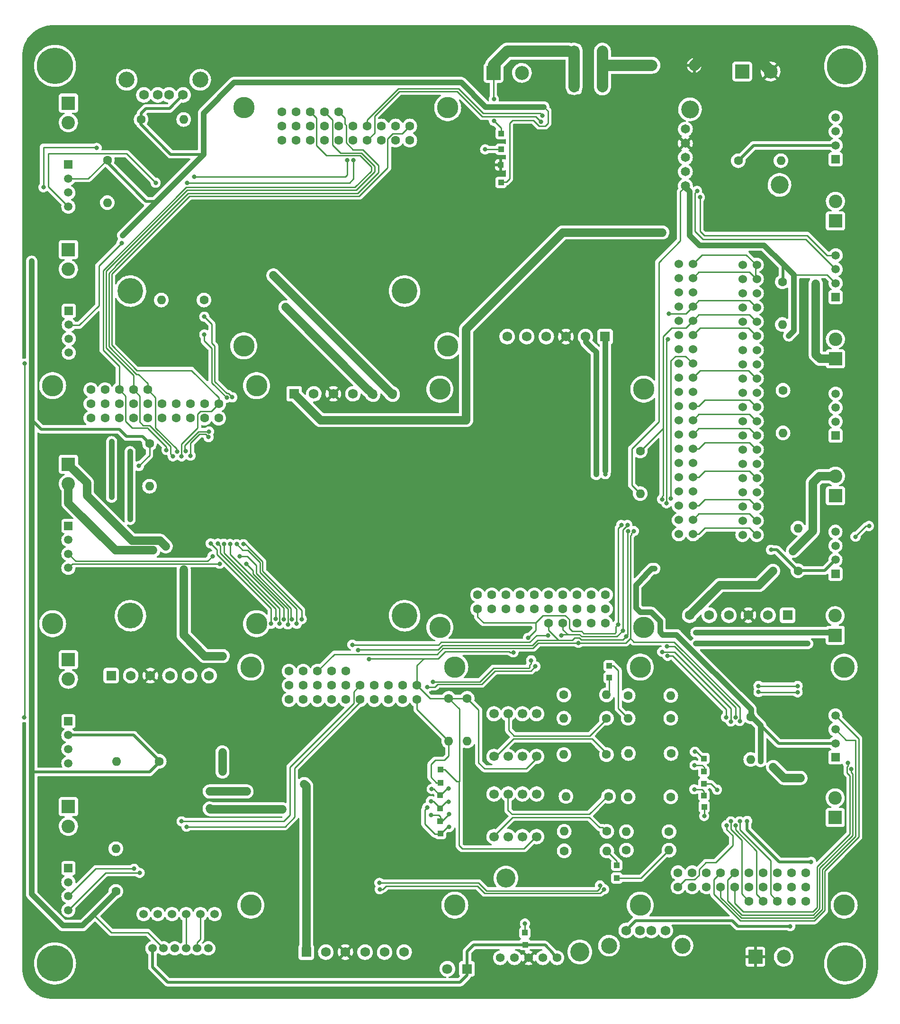
<source format=gtl>
G04 #@! TF.GenerationSoftware,KiCad,Pcbnew,(6.0.8-1)-1*
G04 #@! TF.CreationDate,2022-12-04T23:50:39-05:00*
G04 #@! TF.ProjectId,Control Board,436f6e74-726f-46c2-9042-6f6172642e6b,rev?*
G04 #@! TF.SameCoordinates,Original*
G04 #@! TF.FileFunction,Copper,L1,Top*
G04 #@! TF.FilePolarity,Positive*
%FSLAX46Y46*%
G04 Gerber Fmt 4.6, Leading zero omitted, Abs format (unit mm)*
G04 Created by KiCad (PCBNEW (6.0.8-1)-1) date 2022-12-04 23:50:39*
%MOMM*%
%LPD*%
G01*
G04 APERTURE LIST*
G04 #@! TA.AperFunction,ComponentPad*
%ADD10R,1.550000X1.550000*%
G04 #@! TD*
G04 #@! TA.AperFunction,ComponentPad*
%ADD11C,1.550000*%
G04 #@! TD*
G04 #@! TA.AperFunction,WasherPad*
%ADD12C,6.500000*%
G04 #@! TD*
G04 #@! TA.AperFunction,ComponentPad*
%ADD13R,1.750000X1.750000*%
G04 #@! TD*
G04 #@! TA.AperFunction,ComponentPad*
%ADD14C,1.750000*%
G04 #@! TD*
G04 #@! TA.AperFunction,ComponentPad*
%ADD15C,1.600000*%
G04 #@! TD*
G04 #@! TA.AperFunction,ComponentPad*
%ADD16O,1.600000X1.600000*%
G04 #@! TD*
G04 #@! TA.AperFunction,ComponentPad*
%ADD17R,2.500000X2.500000*%
G04 #@! TD*
G04 #@! TA.AperFunction,ComponentPad*
%ADD18C,2.500000*%
G04 #@! TD*
G04 #@! TA.AperFunction,SMDPad,CuDef*
%ADD19R,1.000000X1.000000*%
G04 #@! TD*
G04 #@! TA.AperFunction,ComponentPad*
%ADD20C,1.524000*%
G04 #@! TD*
G04 #@! TA.AperFunction,WasherPad*
%ADD21C,4.600000*%
G04 #@! TD*
G04 #@! TA.AperFunction,WasherPad*
%ADD22C,2.850000*%
G04 #@! TD*
G04 #@! TA.AperFunction,ComponentPad*
%ADD23R,1.800000X1.800000*%
G04 #@! TD*
G04 #@! TA.AperFunction,ComponentPad*
%ADD24C,1.800000*%
G04 #@! TD*
G04 #@! TA.AperFunction,WasherPad*
%ADD25C,3.200000*%
G04 #@! TD*
G04 #@! TA.AperFunction,ComponentPad*
%ADD26C,1.650000*%
G04 #@! TD*
G04 #@! TA.AperFunction,WasherPad*
%ADD27C,3.800000*%
G04 #@! TD*
G04 #@! TA.AperFunction,WasherPad*
%ADD28C,3.400000*%
G04 #@! TD*
G04 #@! TA.AperFunction,ComponentPad*
%ADD29C,1.560000*%
G04 #@! TD*
G04 #@! TA.AperFunction,ComponentPad*
%ADD30C,1.700000*%
G04 #@! TD*
G04 #@! TA.AperFunction,ComponentPad*
%ADD31R,2.400000X2.400000*%
G04 #@! TD*
G04 #@! TA.AperFunction,ComponentPad*
%ADD32C,2.400000*%
G04 #@! TD*
G04 #@! TA.AperFunction,ComponentPad*
%ADD33R,1.508000X1.508000*%
G04 #@! TD*
G04 #@! TA.AperFunction,ComponentPad*
%ADD34C,1.508000*%
G04 #@! TD*
G04 #@! TA.AperFunction,ViaPad*
%ADD35C,1.250000*%
G04 #@! TD*
G04 #@! TA.AperFunction,ViaPad*
%ADD36C,0.800000*%
G04 #@! TD*
G04 #@! TA.AperFunction,Conductor*
%ADD37C,1.500000*%
G04 #@! TD*
G04 #@! TA.AperFunction,Conductor*
%ADD38C,0.250000*%
G04 #@! TD*
G04 #@! TA.AperFunction,Conductor*
%ADD39C,0.500000*%
G04 #@! TD*
G04 #@! TA.AperFunction,Conductor*
%ADD40C,1.000000*%
G04 #@! TD*
G04 #@! TA.AperFunction,Conductor*
%ADD41C,2.000000*%
G04 #@! TD*
G04 APERTURE END LIST*
D10*
X98234500Y162458400D03*
D11*
X103234500Y162458400D03*
D10*
X98171000Y168871900D03*
D11*
X103251000Y168871900D03*
D12*
X146602000Y5849600D03*
X146620400Y166140400D03*
X5379600Y5849600D03*
D13*
X48133000Y107632500D03*
D14*
X51633000Y107632500D03*
X55133000Y107632500D03*
X58633000Y107632500D03*
X62133000Y107632500D03*
X65633000Y107632500D03*
D15*
X104013000Y29464000D03*
D16*
X96393000Y29464000D03*
D17*
X128206500Y165227000D03*
D18*
X133286500Y165227000D03*
D12*
X5379600Y166227500D03*
D15*
X75755500Y53213000D03*
D16*
X75755500Y45593000D03*
D15*
X96393000Y25971500D03*
D16*
X104013000Y25971500D03*
D15*
X96329500Y53848000D03*
D16*
X103949500Y53848000D03*
D15*
X107505500Y26098500D03*
D16*
X115125500Y26098500D03*
D15*
X107823000Y53721000D03*
D16*
X115443000Y53721000D03*
D19*
X121348500Y42481500D03*
X85115400Y154139900D03*
X121412000Y33845500D03*
X85128100Y151307800D03*
X85090000Y145415000D03*
X89408000Y9207500D03*
X89382600Y11328400D03*
X121335800Y40144700D03*
X121348500Y37973000D03*
X74295000Y38163500D03*
X74168000Y33591500D03*
X74295000Y29083000D03*
X104457500Y56908700D03*
X105791000Y23418800D03*
X74231500Y35941000D03*
X121348500Y35877500D03*
D15*
X20764500Y156654500D03*
D16*
X28384500Y156654500D03*
D15*
X135382000Y127635000D03*
D16*
X135382000Y120015000D03*
D15*
X135509000Y108267500D03*
D16*
X135509000Y100647500D03*
D20*
X116903500Y130800500D03*
X119443500Y130800500D03*
X116903500Y128260500D03*
X119443500Y128260500D03*
X116903500Y125720500D03*
X119443500Y125720500D03*
X116903500Y123180500D03*
X119443500Y123180500D03*
X116903500Y120640500D03*
X119443500Y120640500D03*
X116903500Y118100500D03*
X119443500Y118100500D03*
X116903500Y115560500D03*
X119443500Y115560500D03*
X116903500Y113020500D03*
X119443500Y113020500D03*
X116903500Y110480500D03*
X119443500Y110480500D03*
X116903500Y107940500D03*
X119443500Y107940500D03*
X116903500Y105400500D03*
X119443500Y105400500D03*
X116903500Y102860500D03*
X119443500Y102860500D03*
X116903500Y100320500D03*
X119443500Y100320500D03*
X116903500Y97780500D03*
X119443500Y97780500D03*
X116903500Y95240500D03*
X119443500Y95240500D03*
X116903500Y92700500D03*
X119443500Y92700500D03*
X116903500Y90160500D03*
X119443500Y90160500D03*
X116903500Y87620500D03*
X119443500Y87620500D03*
X116903500Y85080500D03*
X119443500Y85080500D03*
X116903500Y82540500D03*
X119443500Y82540500D03*
X128270000Y130683000D03*
X130810000Y130683000D03*
X128270000Y128143000D03*
X130810000Y128143000D03*
X128270000Y125603000D03*
X130810000Y125603000D03*
X128270000Y123063000D03*
X130810000Y123063000D03*
X128270000Y120523000D03*
X130810000Y120523000D03*
X128270000Y117983000D03*
X130810000Y117983000D03*
X128270000Y115443000D03*
X130810000Y115443000D03*
X128270000Y112903000D03*
X130810000Y112903000D03*
X128270000Y110363000D03*
X130810000Y110363000D03*
X128270000Y107823000D03*
X130810000Y107823000D03*
X128270000Y105283000D03*
X130810000Y105283000D03*
X128270000Y102743000D03*
X130810000Y102743000D03*
X128270000Y100203000D03*
X130810000Y100203000D03*
X128270000Y97663000D03*
X130810000Y97663000D03*
X128270000Y95123000D03*
X130810000Y95123000D03*
X128270000Y92583000D03*
X130810000Y92583000D03*
X128270000Y90043000D03*
X130810000Y90043000D03*
X128270000Y87503000D03*
X130810000Y87503000D03*
X128270000Y84963000D03*
X130810000Y84963000D03*
X128270000Y82423000D03*
X130810000Y82423000D03*
D21*
X67867000Y67976500D03*
X18867000Y67976500D03*
X67867000Y125976500D03*
X18867000Y125976500D03*
D22*
X18195000Y163746000D03*
X31335000Y163746000D03*
D14*
X28265000Y161036000D03*
X25765000Y161036000D03*
X23765000Y161036000D03*
X21265000Y161036000D03*
D13*
X103695500Y117856000D03*
D14*
X100195500Y117856000D03*
X96695500Y117856000D03*
X93195500Y117856000D03*
X89695500Y117856000D03*
X86195500Y117856000D03*
D13*
X15430500Y57277000D03*
D14*
X18930500Y57277000D03*
X22430500Y57277000D03*
X25930500Y57277000D03*
X29430500Y57277000D03*
X32930500Y57277000D03*
D17*
X83756500Y164973000D03*
D18*
X88836500Y164973000D03*
D23*
X79019400Y4889500D03*
D24*
X75519400Y4889500D03*
D20*
X21209000Y14668500D03*
X23749000Y14668500D03*
X26289000Y14668500D03*
X28829000Y14668500D03*
X31369000Y14668500D03*
X33909000Y14668500D03*
D13*
X136334500Y68072000D03*
D14*
X132834500Y68072000D03*
X129334500Y68072000D03*
X125834500Y68072000D03*
X122334500Y68072000D03*
X118834500Y68072000D03*
D25*
X134876500Y144955000D03*
X118876500Y158455000D03*
D26*
X118046500Y154925000D03*
X118046500Y152385000D03*
X118046500Y149845000D03*
X118046500Y147305000D03*
X118046500Y144765000D03*
D15*
X129730500Y49911000D03*
D16*
X129730500Y42291000D03*
D15*
X79057500Y53213000D03*
D16*
X79057500Y45593000D03*
D15*
X104330500Y35687000D03*
D16*
X96710500Y35687000D03*
D19*
X85064600Y148551900D03*
X105791000Y21094700D03*
D15*
X115506500Y43370500D03*
D16*
X107886500Y43370500D03*
D15*
X112014000Y166306500D03*
D16*
X119634000Y166306500D03*
D15*
X103949500Y43180000D03*
D16*
X96329500Y43180000D03*
D15*
X103949500Y49657000D03*
D16*
X96329500Y49657000D03*
D15*
X115443000Y35623500D03*
D16*
X107823000Y35623500D03*
D15*
X115125500Y29400500D03*
D16*
X107505500Y29400500D03*
D15*
X115443000Y49657000D03*
D16*
X107823000Y49657000D03*
D27*
X76835000Y58801000D03*
X40386000Y16256000D03*
X40386000Y58801000D03*
X76835000Y16256000D03*
D15*
X70075000Y55531000D03*
X70075000Y52991000D03*
X67535000Y55531000D03*
X67535000Y52991000D03*
X64995000Y55531000D03*
X64995000Y52991000D03*
X62455000Y55531000D03*
X62455000Y52991000D03*
X59915000Y55531000D03*
X59915000Y52991000D03*
X57375000Y55531000D03*
X57375000Y52991000D03*
X54835000Y55531000D03*
X54835000Y52991000D03*
X52295000Y55531000D03*
X52295000Y52991000D03*
X49755000Y55531000D03*
X49755000Y52991000D03*
X47215000Y55531000D03*
X47215000Y52991000D03*
X57375000Y58071000D03*
X54835000Y58071000D03*
X52295000Y58071000D03*
X49755000Y58071000D03*
X47215000Y58071000D03*
D27*
X4953000Y109093000D03*
X41402000Y109093000D03*
X4953000Y66548000D03*
X41402000Y66548000D03*
D15*
X34642000Y105823000D03*
X34642000Y103283000D03*
X32102000Y105823000D03*
X32102000Y103283000D03*
X29562000Y105823000D03*
X29562000Y103283000D03*
X27022000Y105823000D03*
X27022000Y103283000D03*
X24482000Y105823000D03*
X24482000Y103283000D03*
X21942000Y105823000D03*
X21942000Y103283000D03*
X19402000Y105823000D03*
X19402000Y103283000D03*
X16862000Y105823000D03*
X16862000Y103283000D03*
X14322000Y105823000D03*
X14322000Y103283000D03*
X11782000Y105823000D03*
X11782000Y103283000D03*
X21942000Y108363000D03*
X19402000Y108363000D03*
X16862000Y108363000D03*
X14322000Y108363000D03*
X11782000Y108363000D03*
D27*
X109982000Y58801000D03*
X146431000Y58801000D03*
X146431000Y16256000D03*
X109982000Y16256000D03*
D15*
X116742000Y19526000D03*
X116742000Y22066000D03*
X119282000Y19526000D03*
X119282000Y22066000D03*
X121822000Y19526000D03*
X121822000Y22066000D03*
X124362000Y19526000D03*
X124362000Y22066000D03*
X126902000Y19526000D03*
X126902000Y22066000D03*
X129442000Y19526000D03*
X129442000Y22066000D03*
X131982000Y19526000D03*
X131982000Y22066000D03*
X134522000Y19526000D03*
X134522000Y22066000D03*
X137062000Y19526000D03*
X137062000Y22066000D03*
X139602000Y19526000D03*
X139602000Y22066000D03*
X129442000Y16986000D03*
X131982000Y16986000D03*
X134522000Y16986000D03*
X137062000Y16986000D03*
X139602000Y16986000D03*
D27*
X75565000Y116205000D03*
X75565000Y158750000D03*
X39116000Y158750000D03*
X39116000Y116205000D03*
D15*
X68805000Y155480000D03*
X68805000Y152940000D03*
X66265000Y155480000D03*
X66265000Y152940000D03*
X63725000Y155480000D03*
X63725000Y152940000D03*
X61185000Y155480000D03*
X61185000Y152940000D03*
X58645000Y155480000D03*
X58645000Y152940000D03*
X56105000Y155480000D03*
X56105000Y152940000D03*
X53565000Y155480000D03*
X53565000Y152940000D03*
X51025000Y155480000D03*
X51025000Y152940000D03*
X48485000Y155480000D03*
X48485000Y152940000D03*
X45945000Y155480000D03*
X45945000Y152940000D03*
X56105000Y158020000D03*
X53565000Y158020000D03*
X51025000Y158020000D03*
X48485000Y158020000D03*
X45945000Y158020000D03*
D13*
X50292000Y7874000D03*
D14*
X53792000Y7874000D03*
X57292000Y7874000D03*
X60792000Y7874000D03*
X64292000Y7874000D03*
X67792000Y7874000D03*
D19*
X104457500Y59055000D03*
X74231500Y31305500D03*
X74295000Y40513000D03*
D28*
X85993000Y21088000D03*
X99193000Y7888000D03*
D29*
X84963000Y6858000D03*
X87503000Y6858000D03*
X90043000Y6858000D03*
X92583000Y6858000D03*
X95123000Y6858000D03*
D15*
X109982000Y97409000D03*
D16*
X109982000Y89789000D03*
D22*
X117542600Y9037500D03*
X104402600Y9037500D03*
D14*
X107472600Y11747500D03*
X109972600Y11747500D03*
X111972600Y11747500D03*
X114472600Y11747500D03*
D27*
X110617000Y65913000D03*
X74168000Y65913000D03*
X110617000Y108458000D03*
X74168000Y108458000D03*
D15*
X80928000Y69183000D03*
X80928000Y71723000D03*
X83468000Y69183000D03*
X83468000Y71723000D03*
X86008000Y69183000D03*
X86008000Y71723000D03*
X88548000Y69183000D03*
X88548000Y71723000D03*
X91088000Y69183000D03*
X91088000Y71723000D03*
X93628000Y69183000D03*
X93628000Y71723000D03*
X96168000Y69183000D03*
X96168000Y71723000D03*
X98708000Y69183000D03*
X98708000Y71723000D03*
X101248000Y69183000D03*
X101248000Y71723000D03*
X103788000Y69183000D03*
X103788000Y71723000D03*
X93628000Y66643000D03*
X96168000Y66643000D03*
X98708000Y66643000D03*
X101248000Y66643000D03*
X103788000Y66643000D03*
D30*
X91465400Y50457100D03*
X88925400Y50457100D03*
X86385400Y50457100D03*
X83845400Y50457100D03*
X83845400Y42837100D03*
X86385400Y42837100D03*
X88925400Y42837100D03*
X91465400Y42837100D03*
X91465400Y36131500D03*
X88925400Y36131500D03*
X86385400Y36131500D03*
X83845400Y36131500D03*
X83845400Y28511500D03*
X86385400Y28511500D03*
X88925400Y28511500D03*
X91465400Y28511500D03*
D20*
X22783800Y8547100D03*
X24783800Y8547100D03*
X26783800Y8547100D03*
X28783800Y8547100D03*
X30783800Y8547100D03*
X32783800Y8547100D03*
D15*
X22288500Y98742500D03*
D16*
X22288500Y91122500D03*
D31*
X7780000Y159575500D03*
D32*
X7780000Y156075500D03*
D31*
X144824000Y31918500D03*
D32*
X144824000Y35418500D03*
D15*
X138176000Y76009500D03*
D16*
X138176000Y83629500D03*
D33*
X144924000Y149521500D03*
D34*
X144924000Y152021500D03*
X144924000Y154521500D03*
X144924000Y157021500D03*
D15*
X32004000Y124396500D03*
D16*
X24384000Y124396500D03*
D33*
X7780000Y148575500D03*
D34*
X7780000Y146075500D03*
X7780000Y143575500D03*
X7780000Y141075500D03*
D31*
X144824000Y64480500D03*
D32*
X144824000Y67980500D03*
D15*
X127508000Y149288500D03*
D16*
X135128000Y149288500D03*
D31*
X144874000Y89406000D03*
D32*
X144874000Y92906000D03*
D33*
X144874000Y75480500D03*
D34*
X144874000Y77980500D03*
X144874000Y80480500D03*
X144874000Y82980500D03*
D15*
X14732000Y149415500D03*
D16*
X14732000Y141795500D03*
D31*
X144874000Y138521500D03*
D32*
X144874000Y142021500D03*
D15*
X16256000Y18732500D03*
D16*
X16256000Y26352500D03*
D33*
X7780000Y22863500D03*
D34*
X7780000Y20363500D03*
X7780000Y17863500D03*
X7780000Y15363500D03*
D31*
X7780000Y33863500D03*
D32*
X7780000Y30363500D03*
D33*
X7780000Y84031500D03*
D34*
X7780000Y81531500D03*
X7780000Y79031500D03*
X7780000Y76531500D03*
D33*
X7857000Y122475000D03*
D34*
X7857000Y119975000D03*
X7857000Y117475000D03*
X7857000Y114975000D03*
D33*
X144924000Y100156000D03*
D34*
X144924000Y102656000D03*
X144924000Y105156000D03*
X144924000Y107656000D03*
D31*
X144874000Y113883500D03*
D32*
X144874000Y117383500D03*
D31*
X7780000Y133385500D03*
D32*
X7780000Y129885500D03*
D31*
X7780000Y95031500D03*
D32*
X7780000Y91531500D03*
D31*
X7780000Y60134500D03*
D32*
X7780000Y56634500D03*
D15*
X24003000Y41973500D03*
D16*
X16383000Y41973500D03*
D33*
X144874000Y42668500D03*
D34*
X144874000Y45168500D03*
X144874000Y47668500D03*
X144874000Y50168500D03*
D17*
X130556000Y7048500D03*
D18*
X135636000Y7048500D03*
D33*
X144924000Y124883500D03*
D34*
X144924000Y127383500D03*
X144924000Y129883500D03*
X144924000Y132383500D03*
D33*
X7780000Y49134500D03*
D34*
X7780000Y46634500D03*
X7780000Y44134500D03*
X7780000Y41634500D03*
D35*
X138620500Y38989000D03*
X133731000Y40957500D03*
D36*
X147701000Y40576500D03*
X147066000Y41656000D03*
X137287000Y79565500D03*
X133731000Y76009500D03*
X44424000Y128778000D03*
X46577250Y123094750D03*
X113919000Y136461500D03*
X141351000Y127317500D03*
X92519500Y157353000D03*
X120142000Y143891000D03*
X30289500Y146431000D03*
X12827000Y151574500D03*
X57594500Y149352000D03*
X3302000Y144547063D03*
X28956000Y145351500D03*
X23368000Y145351500D03*
X58737500Y149415500D03*
X92265500Y156210000D03*
X120650000Y142748000D03*
X119697500Y41275000D03*
X131127500Y55435500D03*
X138112500Y55435500D03*
X123698000Y36893500D03*
X89382600Y12979400D03*
X82270600Y151307800D03*
X121412000Y32194500D03*
X-63500Y113030000D03*
X103526229Y19093787D03*
X-127000Y49847500D03*
X63436500Y19113500D03*
X119761000Y43688000D03*
X138112500Y54292500D03*
X131127500Y54356000D03*
X148463000Y82105500D03*
X150876000Y84010500D03*
X119634000Y36957000D03*
X63373000Y20256500D03*
X102793800Y19773900D03*
X34485650Y80884544D03*
X95885000Y64452500D03*
X93472000Y64452500D03*
X106870500Y65341500D03*
X113919000Y88773000D03*
X58547000Y62801500D03*
X107696000Y84201000D03*
X44815000Y67437000D03*
X127000000Y49847500D03*
X114744500Y62484000D03*
X26453000Y96451071D03*
X127000000Y30543500D03*
X125349000Y49847500D03*
X112585500Y76390500D03*
X1206500Y131318000D03*
X46265000Y67373500D03*
X131508500Y41910000D03*
X20383500Y94742000D03*
X136779000Y12509500D03*
X125412500Y30543500D03*
X28003500Y96456500D03*
X133350000Y79756000D03*
X129095500Y31305500D03*
X136525000Y117983000D03*
X61531500Y60261500D03*
X36661629Y80799097D03*
X106045000Y66421000D03*
X140525500Y24003000D03*
X89916000Y64008000D03*
X114871500Y60806500D03*
X106616500Y84201000D03*
X17272000Y134556500D03*
X17462500Y135953500D03*
X92773500Y158877000D03*
X87312500Y61441500D03*
X35560000Y80835500D03*
X126174500Y49085500D03*
X27178000Y97345500D03*
X115062000Y121920000D03*
X107479000Y64298403D03*
X107823000Y83121500D03*
X45540000Y66548000D03*
X114681000Y88074500D03*
X59563000Y61849000D03*
X113919000Y61531500D03*
X114935000Y117348000D03*
X126174500Y31242000D03*
X72707500Y37020500D03*
X75755500Y37084000D03*
X72898000Y56197500D03*
X90487500Y60007500D03*
X91249500Y58928000D03*
X72580500Y34861500D03*
X71882000Y55245000D03*
X75755500Y34734500D03*
X46990000Y66421000D03*
X39560500Y77279500D03*
X34798000Y77279500D03*
X20510500Y22034500D03*
X28892500Y30289500D03*
X28003500Y31242000D03*
X19528000Y22766500D03*
X47715000Y67373500D03*
X38417500Y78613000D03*
X33528000Y78613000D03*
X39052500Y80772000D03*
X49466500Y67373500D03*
X75819000Y30226000D03*
X37065461Y107005247D03*
X29591000Y96583500D03*
X71882000Y33718500D03*
X32816304Y99904443D03*
X32067500Y121412000D03*
X32893000Y100901500D03*
X37846000Y80772000D03*
X75819000Y32575500D03*
X48577500Y66548000D03*
X72580500Y32385000D03*
X36068000Y106934000D03*
X28728500Y97409000D03*
X32067500Y118237000D03*
X15494000Y99060000D03*
X15494000Y89154000D03*
X102108000Y93218000D03*
X139890500Y62992000D03*
X119951500Y62992000D03*
X103759000Y93281500D03*
X119951500Y64960500D03*
D35*
X33020000Y36576000D03*
X39624000Y36576000D03*
X33020000Y33528000D03*
X45974000Y33401000D03*
X35306000Y40132000D03*
X35306000Y43561000D03*
X28384500Y76200000D03*
D36*
X22936200Y79667100D03*
X35369500Y60769500D03*
X49911000Y37909500D03*
X25171400Y80378300D03*
X18796000Y97282000D03*
X18796000Y85217000D03*
X83820000Y156400500D03*
X83820000Y160274000D03*
X33210500Y80899000D03*
X98933000Y63119000D03*
X108836194Y83109388D03*
X25310000Y97599500D03*
X127762000Y31242000D03*
X127762000Y49149000D03*
X44005500Y66548000D03*
X115443000Y88963500D03*
D37*
X135699500Y38989000D02*
X138620500Y38989000D01*
X133731000Y40957500D02*
X135699500Y38989000D01*
D38*
X142505018Y15502198D02*
X142505018Y22617018D01*
X142505018Y22617018D02*
X148463000Y28575000D01*
X146759000Y45783500D02*
X144874000Y47668500D01*
X148463000Y45783500D02*
X146759000Y45783500D01*
X148463000Y28575000D02*
X148463000Y45783500D01*
X124362000Y17624000D02*
X128016000Y13970000D01*
X128016000Y13970000D02*
X140972820Y13970000D01*
X124362000Y19526000D02*
X124362000Y17624000D01*
X140972820Y13970000D02*
X142505018Y15502198D01*
X127887590Y13462000D02*
X123126500Y18223090D01*
X142955028Y22368528D02*
X142955028Y15315798D01*
X149034500Y28448000D02*
X142955028Y22368528D01*
X149034500Y46008000D02*
X149034500Y28448000D01*
X141101230Y13462000D02*
X127887590Y13462000D01*
X123126500Y20830500D02*
X124362000Y22066000D01*
X142955028Y15315798D02*
X141101230Y13462000D01*
X123126500Y18223090D02*
X123126500Y20830500D01*
X144874000Y50168500D02*
X149034500Y46008000D01*
X128143000Y14541500D02*
X125603000Y17081500D01*
X125603000Y20767000D02*
X126902000Y22066000D01*
X142055009Y15688599D02*
X140907910Y14541500D01*
X142055010Y22865510D02*
X142055009Y15688599D01*
X147701000Y40576500D02*
X147701000Y40010815D01*
X140907910Y14541500D02*
X128143000Y14541500D01*
X147701000Y40010815D02*
X147955000Y39756815D01*
X147955000Y39756815D02*
X147955000Y28765500D01*
X147955000Y28765500D02*
X142055010Y22865510D01*
X125603000Y17081500D02*
X125603000Y20767000D01*
X147447000Y28956000D02*
X141605000Y23114000D01*
X141605000Y23114000D02*
X141605000Y15875000D01*
X147066000Y41656000D02*
X147066000Y41090315D01*
X141605000Y15875000D02*
X140843000Y15113000D01*
X126902000Y16608000D02*
X126902000Y19526000D01*
X146975999Y41000314D02*
X146975999Y39904501D01*
X147066000Y41090315D02*
X146975999Y41000314D01*
X140843000Y15113000D02*
X128397000Y15113000D01*
X147447000Y39433500D02*
X147447000Y28956000D01*
X146975999Y39904501D02*
X147447000Y39433500D01*
X128397000Y15113000D02*
X126902000Y16608000D01*
D37*
X141991500Y92906000D02*
X144874000Y92906000D01*
X140843000Y91757500D02*
X141991500Y92906000D01*
X137287000Y79565500D02*
X140843000Y83121500D01*
X124232000Y73469500D02*
X124587000Y73469500D01*
X131191000Y73469500D02*
X133731000Y76009500D01*
X124587000Y73469500D02*
X131191000Y73469500D01*
X118834500Y68072000D02*
X124232000Y73469500D01*
X140843000Y83121500D02*
X140843000Y91757500D01*
X44424000Y128778000D02*
X65760000Y107442000D01*
X61355001Y108316999D02*
X46577250Y123094750D01*
X61385001Y108316999D02*
X61355001Y108316999D01*
X62260000Y107442000D02*
X61385001Y108316999D01*
X142085000Y113883500D02*
X144874000Y113883500D01*
X78867000Y102933500D02*
X78867000Y119189500D01*
X78867000Y119189500D02*
X96139000Y136461500D01*
X52832000Y102933500D02*
X78867000Y102933500D01*
X48133000Y107632500D02*
X52832000Y102933500D01*
X141351000Y114617500D02*
X142085000Y113883500D01*
X96139000Y136461500D02*
X113919000Y136461500D01*
X141351000Y127317500D02*
X141351000Y114617500D01*
D38*
X92519500Y157353000D02*
X92119501Y157752999D01*
X121158000Y135255000D02*
X139552500Y135255000D01*
X66752630Y162179000D02*
X77470000Y162179000D01*
X90315999Y157752999D02*
X90297000Y157734000D01*
X61185000Y155480000D02*
X61185000Y156611370D01*
X120142000Y143891000D02*
X119742001Y143491001D01*
X81915000Y157734000D02*
X90297000Y157734000D01*
X119742001Y143491001D02*
X119742001Y136670999D01*
X139552500Y135255000D02*
X144924000Y129883500D01*
X119742001Y136670999D02*
X121158000Y135255000D01*
X77470000Y162179000D02*
X81915000Y157734000D01*
X92119501Y157752999D02*
X90315999Y157752999D01*
X61185000Y156611370D02*
X66752630Y162179000D01*
X30289500Y146431000D02*
X57277000Y146431000D01*
X12700000Y151701500D02*
X3302000Y151701500D01*
X57594500Y146748500D02*
X57594500Y149352000D01*
X12827000Y151574500D02*
X12700000Y151701500D01*
X57277000Y146431000D02*
X57594500Y146748500D01*
X3302000Y151701500D02*
X3302000Y144547063D01*
X28956000Y145351500D02*
X58039000Y145351500D01*
X23368000Y145351500D02*
X18179000Y150540500D01*
X18179000Y150540500D02*
X4209000Y150540500D01*
X58737500Y146050000D02*
X58737500Y149415500D01*
X4209000Y144646500D02*
X7780000Y141075500D01*
X58039000Y145351500D02*
X58737500Y146050000D01*
X4209000Y150540500D02*
X4209000Y144646500D01*
X120650000Y136715500D02*
X121412000Y135953500D01*
X91313000Y157162500D02*
X92265500Y156210000D01*
X62484000Y157226000D02*
X62484000Y154239000D01*
X62484000Y154239000D02*
X61185000Y152940000D01*
X121412000Y135953500D02*
X139787000Y135953500D01*
X143357000Y132383500D02*
X144924000Y132383500D01*
X139787000Y135953500D02*
X143357000Y132383500D01*
X120650000Y142748000D02*
X120650000Y136715500D01*
X81724500Y157162500D02*
X77216000Y161671000D01*
X66929000Y161671000D02*
X62484000Y157226000D01*
X77216000Y161671000D02*
X66929000Y161671000D01*
X81724500Y157162500D02*
X91313000Y157162500D01*
X121019000Y41275000D02*
X121412000Y40882000D01*
X119697500Y41275000D02*
X121019000Y41275000D01*
X138112500Y55435500D02*
X131127500Y55435500D01*
X121412000Y40882000D02*
X121412000Y40132000D01*
X72580500Y41402000D02*
X73342500Y42164000D01*
X122618500Y37973000D02*
X123698000Y36893500D01*
X121348500Y37973000D02*
X122618500Y37973000D01*
X73545000Y38163500D02*
X72580500Y39128000D01*
X85128100Y151307800D02*
X82270600Y151307800D01*
X70075000Y51273500D02*
X75755500Y45593000D01*
X74295000Y38163500D02*
X73545000Y38163500D01*
X73342500Y42164000D02*
X74993500Y42164000D01*
X75755500Y42926000D02*
X75755500Y45593000D01*
X72580500Y39128000D02*
X72580500Y41402000D01*
X74993500Y42164000D02*
X75755500Y42926000D01*
X70075000Y52991000D02*
X70075000Y51273500D01*
X89382600Y11328400D02*
X89382600Y12979400D01*
X82174510Y18409490D02*
X80899000Y19685000D01*
X64002185Y19113500D02*
X63436500Y19113500D01*
X-63500Y113030000D02*
X-63500Y49911000D01*
X121412000Y32194500D02*
X121412000Y33591500D01*
X80899000Y19685000D02*
X64573685Y19685000D01*
X64573685Y19685000D02*
X64002185Y19113500D01*
X103526229Y19093787D02*
X102841932Y18409490D01*
X-63500Y49911000D02*
X-127000Y49847500D01*
X102841932Y18409490D02*
X82174510Y18409490D01*
X121412000Y33591500D02*
X121475500Y33655000D01*
X63754000Y19113500D02*
X63436500Y19113500D01*
X148526500Y82226685D02*
X148526500Y82169000D01*
X131191000Y54292500D02*
X131127500Y54356000D01*
X150310315Y84010500D02*
X148526500Y82226685D01*
X150876000Y84010500D02*
X150310315Y84010500D01*
X148526500Y82169000D02*
X148463000Y82105500D01*
X120015000Y43688000D02*
X121412000Y42291000D01*
X119761000Y43688000D02*
X120015000Y43688000D01*
X138112500Y54292500D02*
X131191000Y54292500D01*
X119634000Y36957000D02*
X121019000Y36957000D01*
X102304315Y18859500D02*
X82486500Y18859500D01*
X121348500Y36627500D02*
X121348500Y35877500D01*
X81089500Y20256500D02*
X63373000Y20256500D01*
X102793800Y19348985D02*
X102304315Y18859500D01*
X121019000Y36957000D02*
X121348500Y36627500D01*
X102793800Y19773900D02*
X102793800Y19348985D01*
X82486500Y18859500D02*
X81089500Y20256500D01*
X34885649Y80484545D02*
X34885649Y79161761D01*
X19402000Y108363000D02*
X20527001Y107237999D01*
X20527001Y102599499D02*
X21139990Y101986510D01*
X114046000Y117856000D02*
X114046000Y101473000D01*
X127000000Y30543500D02*
X127000000Y29718000D01*
X59245500Y144018000D02*
X28956000Y144018000D01*
X129494399Y121737001D02*
X130594100Y120637300D01*
X120467001Y121737001D02*
X129494399Y121737001D01*
X26035000Y96869071D02*
X26453000Y96451071D01*
X21139990Y101986510D02*
X22282990Y101986510D01*
X60134500Y150685500D02*
X62547500Y148272500D01*
X127000000Y29718000D02*
X130746500Y25971500D01*
X131182001Y17788999D02*
X131182001Y17785999D01*
X20527001Y107237999D02*
X20527001Y102599499D01*
X14478000Y115824000D02*
X19402000Y110900000D01*
X96075500Y64643000D02*
X95885000Y64452500D01*
X34485650Y80884544D02*
X34885649Y80484545D01*
X106870500Y83375500D02*
X107696000Y84201000D01*
X39973955Y74008545D02*
X44815000Y69167500D01*
X127000000Y51562000D02*
X116078000Y62484000D01*
X74358500Y63246000D02*
X73914000Y62801500D01*
X119380000Y120650000D02*
X118110000Y119380000D01*
X91440000Y64452500D02*
X93472000Y64452500D01*
X14478000Y129540000D02*
X14478000Y115824000D01*
X114046000Y101473000D02*
X109982000Y97409000D01*
X26035000Y98234500D02*
X26035000Y96869071D01*
X91440000Y64452500D02*
X90233500Y63246000D01*
X62547500Y148272500D02*
X62547500Y147320000D01*
X54979999Y156605001D02*
X54979999Y152093501D01*
X19402000Y110900000D02*
X19402000Y108363000D01*
X105791000Y64262000D02*
X99504500Y64262000D01*
X22282990Y101986510D02*
X26035000Y98234500D01*
X130746500Y18224500D02*
X131182001Y17788999D01*
X56388000Y150685500D02*
X60134500Y150685500D01*
X34885649Y79161761D02*
X39973955Y74073455D01*
X62547500Y147320000D02*
X59245500Y144018000D01*
X115570000Y119380000D02*
X114046000Y117856000D01*
X96168000Y66643000D02*
X96168000Y65511630D01*
X119380000Y120650000D02*
X120467001Y121737001D01*
X99504500Y64262000D02*
X99123500Y64643000D01*
X73914000Y62801500D02*
X58547000Y62801500D01*
X99123500Y64643000D02*
X97036630Y64643000D01*
X116078000Y62484000D02*
X114744500Y62484000D01*
X90233500Y63246000D02*
X74422000Y63246000D01*
X113919000Y88773000D02*
X113919000Y89338685D01*
X130746500Y25971500D02*
X130746500Y18224500D01*
X39973955Y74073455D02*
X39973955Y74008545D01*
X28956000Y144018000D02*
X14478000Y129540000D01*
X113919000Y89338685D02*
X114046000Y89465685D01*
X106870500Y65341500D02*
X105791000Y64262000D01*
X106870500Y83375500D02*
X106870500Y65341500D01*
X53565000Y158020000D02*
X54979999Y156605001D01*
X54979999Y152093501D02*
X56388000Y150685500D01*
X96168000Y65511630D02*
X97036630Y64643000D01*
X131182001Y17785999D02*
X131982000Y16986000D01*
X114046000Y101473000D02*
X114046000Y89535000D01*
X127000000Y51562000D02*
X127000000Y49847500D01*
X118110000Y119380000D02*
X115570000Y119380000D01*
X44815000Y69167500D02*
X44815000Y67437000D01*
X74422000Y63246000D02*
X74358500Y63246000D01*
X114046000Y89465685D02*
X114046000Y89535000D01*
X97036630Y64643000D02*
X96075500Y64643000D01*
D39*
X130241000Y152021500D02*
X127508000Y149288500D01*
X20764500Y157785870D02*
X21601630Y158623000D01*
D38*
X11328500Y146075500D02*
X7780000Y146075500D01*
X93000999Y155484999D02*
X91911001Y155484999D01*
X72393000Y53213000D02*
X70075000Y55531000D01*
X91911001Y155484999D02*
X90868500Y156527500D01*
X92773500Y158877000D02*
X93472000Y158178500D01*
X119709002Y20828000D02*
X118044000Y20828000D01*
D39*
X1206500Y40068500D02*
X22288500Y40068500D01*
D38*
X106045000Y66421000D02*
X105645001Y66021001D01*
D40*
X117983000Y144574500D02*
X118807999Y143749501D01*
D39*
X142953800Y76060300D02*
X144874000Y77980500D01*
X134404100Y79756000D02*
X138099800Y76060300D01*
D38*
X81978500Y66738500D02*
X80928000Y67789000D01*
D40*
X118807999Y135954001D02*
X120586500Y134175500D01*
D38*
X97293001Y67298999D02*
X96583500Y68008500D01*
X106045000Y83629500D02*
X106616500Y84201000D01*
D40*
X116447370Y64579500D02*
X129794000Y51232870D01*
D38*
X91313000Y66738500D02*
X81978500Y66738500D01*
X80928000Y67789000D02*
X80928000Y69183000D01*
X137414000Y128905000D02*
X143402500Y128905000D01*
X99504500Y65214500D02*
X97790000Y65214500D01*
X22288500Y98742500D02*
X22288500Y96647000D01*
X30861000Y101536500D02*
X30861000Y103997000D01*
X75755500Y53213000D02*
X72393000Y53213000D01*
D39*
X22288500Y40068500D02*
X24130000Y41910000D01*
D38*
X29772870Y111823500D02*
X20002500Y111823500D01*
D40*
X137414000Y118872000D02*
X136525000Y117983000D01*
D38*
X64850001Y148035001D02*
X64850001Y153190003D01*
X120523000Y21641998D02*
X119709002Y20828000D01*
D39*
X135509000Y130810000D02*
X135509000Y127698500D01*
X18186501Y99986999D02*
X16891000Y101282500D01*
D38*
X89204800Y26352500D02*
X91427300Y28575000D01*
D39*
X2921000Y101282500D02*
X1206500Y102997000D01*
D38*
X36661629Y78908371D02*
X36661629Y80799097D01*
D40*
X77978000Y163258500D02*
X37401500Y163258500D01*
X6819900Y12611100D02*
X10325100Y12611100D01*
D38*
X75045000Y40513000D02*
X77140500Y38417500D01*
D40*
X129794000Y51232870D02*
X129794000Y50101500D01*
X112019815Y76390500D02*
X110934500Y75305185D01*
D38*
X125412500Y30543500D02*
X125412500Y29781500D01*
D39*
X144924000Y152021500D02*
X130241000Y152021500D01*
D38*
X31385000Y104521000D02*
X33340000Y104521000D01*
X29400500Y142938500D02*
X59753500Y142938500D01*
X113284000Y102679500D02*
X108458000Y97853500D01*
D39*
X23558500Y142049500D02*
X21653500Y142049500D01*
D38*
X30861000Y101536500D02*
X28003500Y98679000D01*
X91313000Y66738500D02*
X91313000Y65405000D01*
X105645001Y66021001D02*
X105645001Y65005001D01*
X71310500Y60325000D02*
X70075000Y59089500D01*
X87312500Y61441500D02*
X86746815Y61441500D01*
X77140500Y38417500D02*
X77660500Y38417500D01*
X106045000Y66421000D02*
X106045000Y83629500D01*
X123444000Y23876000D02*
X121729500Y23876000D01*
X75120500Y61595000D02*
X73850500Y60325000D01*
X81089500Y51181000D02*
X81089500Y41719500D01*
X92583000Y68008500D02*
X91313000Y66738500D01*
X15468600Y11391900D02*
X21939000Y11391900D01*
D39*
X19469000Y46634500D02*
X7780000Y46634500D01*
D40*
X118807999Y143749501D02*
X118807999Y135954001D01*
D38*
X114871500Y60806500D02*
X115787000Y60806500D01*
D39*
X21601630Y158623000D02*
X25852000Y158623000D01*
D40*
X111950500Y68580000D02*
X113538000Y66992500D01*
D38*
X99885500Y64833500D02*
X99504500Y65214500D01*
X87122000Y156527500D02*
X86614000Y156019500D01*
D40*
X131508500Y48387000D02*
X131508500Y41910000D01*
D38*
X65774498Y154114500D02*
X67439500Y154114500D01*
D39*
X26072030Y150431500D02*
X31940500Y150431500D01*
D38*
X77597000Y38354000D02*
X77597000Y26924000D01*
X105645001Y65005001D02*
X105473500Y64833500D01*
D40*
X1206500Y102997000D02*
X1206500Y40068500D01*
D39*
X20701000Y156933900D02*
X20701000Y155802530D01*
D38*
X110934500Y75305185D02*
X110934500Y75184000D01*
X75755500Y53213000D02*
X79057500Y53213000D01*
X117158001Y135001501D02*
X113284000Y131127500D01*
X13208000Y130492500D02*
X13208000Y123380500D01*
D39*
X109194600Y13525500D02*
X126466600Y13525500D01*
D38*
X117983000Y144574500D02*
X117158001Y143749501D01*
D40*
X110934500Y75184000D02*
X109220000Y73469500D01*
D39*
X24066500Y42037000D02*
X19469000Y46634500D01*
D38*
X70075000Y59089500D02*
X70075000Y55531000D01*
X28003500Y98679000D02*
X28003500Y96456500D01*
X97293001Y65711499D02*
X97293001Y67298999D01*
D39*
X21653500Y142049500D02*
X14732000Y148971000D01*
D40*
X82359500Y158877000D02*
X92773500Y158877000D01*
X82359500Y158877000D02*
X77978000Y163258500D01*
D38*
X22288500Y96647000D02*
X20383500Y94742000D01*
D39*
X144874000Y45168500D02*
X134727000Y45168500D01*
D38*
X34642000Y105823000D02*
X34642000Y106954370D01*
D39*
X21044001Y99986999D02*
X18186501Y99986999D01*
D38*
X46239019Y69330981D02*
X36661629Y78908371D01*
X96583500Y68008500D02*
X92583000Y68008500D01*
X67439500Y154114500D02*
X68805000Y155480000D01*
D40*
X137414000Y128905000D02*
X137414000Y118872000D01*
D38*
X46239019Y69330981D02*
X46239019Y67399481D01*
D40*
X37401500Y163258500D02*
X31940500Y157797500D01*
D38*
X86614000Y146054000D02*
X86038500Y145478500D01*
X121729500Y23876000D02*
X120523000Y22669500D01*
X93472000Y158178500D02*
X93472000Y155956000D01*
X86746815Y61441500D02*
X86593315Y61595000D01*
D40*
X12255500Y14541500D02*
X16256000Y18542000D01*
D38*
X126492000Y28702000D02*
X126492000Y26924000D01*
D40*
X109220000Y69405500D02*
X110045500Y68580000D01*
D39*
X108347599Y12622499D02*
X108347599Y12678499D01*
X127482600Y12509500D02*
X136779000Y12509500D01*
X134810500Y24003000D02*
X140525500Y24003000D01*
D38*
X120523000Y22669500D02*
X120523000Y21641998D01*
X33340000Y104521000D02*
X34642000Y105823000D01*
X77660500Y51308000D02*
X77660500Y38417500D01*
X82169000Y40640000D02*
X89598500Y40640000D01*
X14732000Y149479000D02*
X11328500Y146075500D01*
X77597000Y26924000D02*
X78168500Y26352500D01*
X86614000Y156019500D02*
X86614000Y146054000D01*
X75755500Y53213000D02*
X77660500Y51308000D01*
X78168500Y26352500D02*
X89204800Y26352500D01*
D40*
X110045500Y68580000D02*
X111950500Y68580000D01*
D38*
X15494000Y116332000D02*
X15494000Y129032000D01*
D40*
X113538000Y66992500D02*
X113538000Y65087500D01*
D38*
X81089500Y41719500D02*
X82169000Y40640000D01*
D40*
X132143500Y134175500D02*
X135509000Y130810000D01*
X1206500Y40068500D02*
X1206500Y18224500D01*
D38*
X46239019Y67399481D02*
X46265000Y67373500D01*
X93472000Y155956000D02*
X93000999Y155484999D01*
X13208000Y123380500D02*
X9713000Y119885500D01*
D40*
X23558500Y142049500D02*
X17462500Y135953500D01*
D39*
X16891000Y101282500D02*
X2921000Y101282500D01*
D40*
X109220000Y73469500D02*
X109220000Y69405500D01*
X120586500Y134175500D02*
X132143500Y134175500D01*
D38*
X17272000Y134556500D02*
X13208000Y130492500D01*
X105473500Y64833500D02*
X99885500Y64833500D01*
X12319000Y14541500D02*
X15468600Y11391900D01*
X86593315Y61595000D02*
X75120500Y61595000D01*
X71310500Y60325000D02*
X61595000Y60325000D01*
X64850001Y153190003D02*
X65774498Y154114500D01*
X90868500Y156527500D02*
X87122000Y156527500D01*
X125412500Y29781500D02*
X126492000Y28702000D01*
X30861000Y103997000D02*
X31385000Y104521000D01*
X143402500Y128905000D02*
X144924000Y127383500D01*
X126492000Y26924000D02*
X123444000Y23876000D01*
X61595000Y60325000D02*
X61531500Y60261500D01*
X108458000Y91313000D02*
X109982000Y89789000D01*
X15494000Y129032000D02*
X29400500Y142938500D01*
X117983000Y144574500D02*
X117983000Y144907000D01*
X20002500Y111823500D02*
X15494000Y116332000D01*
X113284000Y131127500D02*
X113284000Y102679500D01*
D39*
X126466600Y13525500D02*
X127482600Y12509500D01*
D40*
X135509000Y130810000D02*
X137414000Y128905000D01*
X129794000Y50101500D02*
X131508500Y48387000D01*
D39*
X108347599Y12678499D02*
X109194600Y13525500D01*
D38*
X89598500Y40640000D02*
X91554300Y42595800D01*
X77660500Y38417500D02*
X77597000Y38354000D01*
D40*
X112585500Y76390500D02*
X112019815Y76390500D01*
D38*
X73850500Y60325000D02*
X71310500Y60325000D01*
D40*
X10325100Y12611100D02*
X12255500Y14541500D01*
D38*
X9713000Y119885500D02*
X7780000Y119885500D01*
D39*
X21844000Y99187000D02*
X21044001Y99986999D01*
D38*
X59753500Y142938500D02*
X64850001Y148035001D01*
D40*
X1206500Y131318000D02*
X1206500Y102997000D01*
D39*
X133350000Y79756000D02*
X134404100Y79756000D01*
X20701000Y155802530D02*
X26072030Y150431500D01*
D38*
X91313000Y65405000D02*
X89916000Y64008000D01*
D39*
X138099800Y76060300D02*
X142953800Y76060300D01*
D40*
X113982500Y64579500D02*
X116447370Y64579500D01*
D39*
X107472600Y11747500D02*
X108347599Y12622499D01*
D38*
X14732000Y148971000D02*
X14732000Y149796500D01*
D40*
X1206500Y18224500D02*
X6819900Y12611100D01*
D38*
X79057500Y53213000D02*
X81089500Y51181000D01*
D39*
X129095500Y31305500D02*
X129095500Y29718000D01*
D38*
X117158001Y143749501D02*
X117158001Y135001501D01*
X21939000Y11391900D02*
X24783800Y8547100D01*
X115787000Y60806500D02*
X125349000Y51244500D01*
D39*
X134727000Y45168500D02*
X131508500Y48387000D01*
D38*
X97790000Y65214500D02*
X97293001Y65711499D01*
X12255500Y14541500D02*
X12319000Y14541500D01*
X113538000Y65087500D02*
X113538000Y65024000D01*
D39*
X20764500Y156654500D02*
X20764500Y157785870D01*
X129095500Y29718000D02*
X134810500Y24003000D01*
D40*
X31940500Y150431500D02*
X23558500Y142049500D01*
X113538000Y65024000D02*
X113982500Y64579500D01*
D38*
X125349000Y51244500D02*
X125349000Y49847500D01*
X118044000Y20828000D02*
X116742000Y19526000D01*
X74295000Y40513000D02*
X75045000Y40513000D01*
X34642000Y106954370D02*
X29772870Y111823500D01*
X86038500Y145478500D02*
X85026500Y145478500D01*
D39*
X25852000Y158623000D02*
X28265000Y161036000D01*
D38*
X108458000Y97853500D02*
X108458000Y91313000D01*
D40*
X31940500Y157797500D02*
X31940500Y150431500D01*
D38*
X107696000Y82994500D02*
X107823000Y83121500D01*
X63182500Y148463000D02*
X60388500Y151257000D01*
X126174500Y49085500D02*
X126174500Y51435000D01*
X115062000Y121920000D02*
X118110000Y121920000D01*
X114681000Y117094000D02*
X114935000Y117348000D01*
X128144410Y27875090D02*
X126174500Y29845000D01*
X107078404Y63898404D02*
X106870500Y63690500D01*
X57230001Y155812499D02*
X57230001Y156894999D01*
X128144410Y18283590D02*
X128206500Y18221500D01*
X21942000Y108363000D02*
X21942000Y109494370D01*
X58662998Y151257000D02*
X57404000Y152515998D01*
X73849090Y61912500D02*
X59626500Y61912500D01*
X21942000Y109494370D02*
X20311370Y111125000D01*
X107696000Y64515403D02*
X107479000Y64298403D01*
X91629090Y63627000D02*
X90676590Y62674500D01*
X128144410Y27875090D02*
X128144410Y18283590D01*
X120467001Y124277001D02*
X129494399Y124277001D01*
X107479000Y64298403D02*
X107079001Y63898404D01*
X74611090Y62674500D02*
X73849090Y61912500D01*
X116079410Y61531500D02*
X116078000Y61531500D01*
X23356999Y106948001D02*
X23356999Y101548911D01*
X29146500Y143446500D02*
X59436000Y143446500D01*
X125666500Y51944410D02*
X116079410Y61531500D01*
X19939000Y111125000D02*
X14986000Y116078000D01*
X97853500Y63627000D02*
X95377000Y63627000D01*
X118110000Y121920000D02*
X119380000Y123190000D01*
X57404000Y155638500D02*
X57230001Y155812499D01*
X35560000Y79185910D02*
X35560000Y80835500D01*
X27125520Y97780390D02*
X27125520Y97397980D01*
X128206500Y18221500D02*
X129442000Y16986000D01*
X14986000Y129160410D02*
X16192500Y130366910D01*
X57404000Y152515998D02*
X57404000Y155638500D01*
X14986000Y116078000D02*
X14986000Y129160410D01*
X21942000Y108363000D02*
X23356999Y106948001D01*
X119380000Y123190000D02*
X120467001Y124277001D01*
X113919000Y61531500D02*
X116078000Y61531500D01*
X45540000Y69268000D02*
X35622090Y79185910D01*
X114681000Y88074500D02*
X114681000Y117094000D01*
X45540000Y66548000D02*
X45540000Y69268000D01*
X125666500Y51943000D02*
X125666500Y51944410D01*
X107079001Y63898404D02*
X107078404Y63898404D01*
X107696000Y64515403D02*
X107696000Y82994500D01*
X126174500Y29845000D02*
X126174500Y31242000D01*
X63182500Y147193000D02*
X63182500Y148463000D01*
X27125520Y97397980D02*
X27178000Y97345500D01*
X59626500Y61912500D02*
X59563000Y61849000D01*
X16192500Y130492500D02*
X29146500Y143446500D01*
X99434502Y63690500D02*
X99117002Y64008000D01*
X98234500Y64008000D02*
X97853500Y63627000D01*
X23356999Y101548911D02*
X27125520Y97780390D01*
X59436000Y143446500D02*
X63182500Y147193000D01*
X35622090Y79185910D02*
X35560000Y79185910D01*
X99117002Y64008000D02*
X98234500Y64008000D01*
X93628000Y65376000D02*
X93628000Y66643000D01*
X56105000Y158020000D02*
X57230001Y156894999D01*
X90676590Y62674500D02*
X74611090Y62674500D01*
X60388500Y151257000D02*
X58662998Y151257000D01*
X106870500Y63690500D02*
X99434502Y63690500D01*
X129494399Y124277001D02*
X130594100Y123177300D01*
X20311370Y111125000D02*
X19939000Y111125000D01*
X95377000Y63627000D02*
X91629090Y63627000D01*
X95377000Y63627000D02*
X93628000Y65376000D01*
X16192500Y130366910D02*
X16192500Y130492500D01*
X126174500Y51435000D02*
X125666500Y51943000D01*
D41*
X123228100Y169862500D02*
X128676400Y169862500D01*
X119697500Y166331900D02*
X123228100Y169862500D01*
X128676400Y169862500D02*
X133350000Y165188900D01*
D38*
X81343500Y56197500D02*
X83756500Y58610500D01*
X90170000Y58737500D02*
X90043000Y58610500D01*
X90487500Y59441815D02*
X90170000Y59124315D01*
X72898000Y56197500D02*
X81343500Y56197500D01*
X75438000Y37084000D02*
X74231500Y35877500D01*
X90043000Y58610500D02*
X83756500Y58610500D01*
X73088500Y37020500D02*
X74231500Y35877500D01*
X90487500Y60007500D02*
X90487500Y59441815D01*
X72707500Y37020500D02*
X73088500Y37020500D01*
X90170000Y59124315D02*
X90170000Y58737500D01*
X75755500Y37084000D02*
X75438000Y37084000D01*
X72580500Y34861500D02*
X73025000Y34861500D01*
X84010500Y58102500D02*
X90424000Y58102500D01*
X90424000Y58102500D02*
X91249500Y58928000D01*
X75755500Y34734500D02*
X75311000Y34734500D01*
X73025000Y34861500D02*
X74231500Y33655000D01*
X75311000Y34734500D02*
X74231500Y33655000D01*
X73279000Y55245000D02*
X73781490Y55747490D01*
X81655490Y55747490D02*
X84010500Y58102500D01*
X73781490Y55747490D02*
X81655490Y55747490D01*
X71882000Y55245000D02*
X73279000Y55245000D01*
X8528000Y77279500D02*
X7780000Y76531500D01*
X46990000Y69216410D02*
X40767000Y75439410D01*
X34798000Y77279500D02*
X8528000Y77279500D01*
X46990000Y69216410D02*
X46990000Y66421000D01*
X40767000Y76073000D02*
X39560500Y77279500D01*
X40767000Y75439410D02*
X40767000Y76073000D01*
X59915000Y52485500D02*
X59915000Y52991000D01*
X14451000Y22034500D02*
X7780000Y15363500D01*
X20510500Y22034500D02*
X14451000Y22034500D01*
X28892500Y30289500D02*
X46482000Y30289500D01*
X48196500Y40767000D02*
X59915000Y52485500D01*
X48196500Y32004000D02*
X48196500Y40767000D01*
X46482000Y30289500D02*
X48196500Y32004000D01*
X58789999Y52376499D02*
X47371000Y40957500D01*
X58789999Y54405999D02*
X58789999Y52376499D01*
X46228000Y31242000D02*
X28003500Y31242000D01*
X59915000Y55531000D02*
X58789999Y54405999D01*
X12683000Y22766500D02*
X7780000Y17863500D01*
X19528000Y22766500D02*
X12683000Y22766500D01*
X47371000Y32385000D02*
X46228000Y31242000D01*
X47371000Y40957500D02*
X47371000Y32385000D01*
X47561500Y69281320D02*
X47561500Y67527000D01*
X41338500Y77025500D02*
X39751000Y78613000D01*
X47561500Y69281320D02*
X41338500Y75504320D01*
X7780000Y79031500D02*
X9082000Y77729500D01*
X41338500Y75504320D02*
X41338500Y77025500D01*
X32644500Y77729500D02*
X33528000Y78613000D01*
X39751000Y78613000D02*
X38417500Y78613000D01*
X47561500Y67527000D02*
X47715000Y67373500D01*
X9082000Y77729500D02*
X32644500Y77729500D01*
X42487010Y75941900D02*
X49027509Y69401401D01*
X32067500Y121412000D02*
X33401000Y120078500D01*
X49027509Y69401401D02*
X49027509Y69399991D01*
X33401000Y120078500D02*
X33401000Y116713000D01*
X31237900Y100451490D02*
X29591000Y98804590D01*
X32269257Y100451490D02*
X32816304Y99904443D01*
X40000901Y80142509D02*
X39999491Y80142509D01*
X31237900Y100451490D02*
X32269257Y100451490D01*
X36068000Y107696000D02*
X36374708Y107696000D01*
X33909000Y109918500D02*
X33909000Y109855000D01*
X36374708Y107696000D02*
X37065461Y107005247D01*
X71482001Y33318501D02*
X71482001Y30756999D01*
X71482001Y30756999D02*
X73283000Y28956000D01*
X73283000Y28956000D02*
X74295000Y28956000D01*
X75565000Y30226000D02*
X74295000Y28956000D01*
X75819000Y30226000D02*
X75565000Y30226000D01*
X71882000Y33718500D02*
X71482001Y33318501D01*
X33909000Y109855000D02*
X36068000Y107696000D01*
X33401000Y116713000D02*
X33909000Y116205000D01*
X29591000Y98804590D02*
X29591000Y96583500D01*
X42487010Y75941900D02*
X42487010Y77656400D01*
X42487010Y77656400D02*
X40000901Y80142509D01*
X49027509Y69399991D02*
X49466500Y68961000D01*
X33909000Y116205000D02*
X33909000Y109918500D01*
X49466500Y68961000D02*
X49466500Y67373500D01*
X39370000Y80772000D02*
X39052500Y80772000D01*
X39999491Y80142509D02*
X39370000Y80772000D01*
X28575000Y97562500D02*
X28728500Y97409000D01*
X74295000Y31305500D02*
X74549000Y31305500D01*
X32067500Y117105630D02*
X32067500Y118237000D01*
X42037000Y77470000D02*
X39814500Y79692500D01*
X73965500Y32385000D02*
X74295000Y32055500D01*
X38925500Y79692500D02*
X37846000Y80772000D01*
X72580500Y32385000D02*
X73965500Y32385000D01*
X28575000Y98425000D02*
X28575000Y97562500D01*
X33401000Y115772130D02*
X32067500Y117105630D01*
X36068000Y106934000D02*
X33401000Y109601000D01*
X42037000Y75755500D02*
X42037000Y77470000D01*
X74295000Y32055500D02*
X74295000Y31305500D01*
X74549000Y31305500D02*
X75819000Y32575500D01*
X48577500Y69215000D02*
X48577500Y66548000D01*
X33401000Y109601000D02*
X33401000Y115772130D01*
X31051500Y100901500D02*
X28575000Y98425000D01*
X39814500Y79692500D02*
X38925500Y79692500D01*
X31051500Y100901500D02*
X32893000Y100901500D01*
X42037000Y75755500D02*
X48577500Y69215000D01*
D40*
X15494000Y89154000D02*
X15494000Y99060000D01*
X119951500Y62992000D02*
X139890500Y62992000D01*
X100259000Y116872564D02*
X101371064Y115760500D01*
X100259000Y118110000D02*
X100259000Y116872564D01*
X101409500Y115760500D02*
X102108000Y115062000D01*
D38*
X101371064Y115760500D02*
X101409500Y115760500D01*
D40*
X102108000Y115062000D02*
X102108000Y93218000D01*
X103759000Y93847185D02*
X103759000Y118110000D01*
X119951500Y64960500D02*
X144344000Y64960500D01*
X144344000Y64960500D02*
X144824000Y64480500D01*
D38*
X103759000Y93281500D02*
X103759000Y93847185D01*
D37*
X39624000Y36576000D02*
X33020000Y36576000D01*
X45974000Y33401000D02*
X33147000Y33401000D01*
X33147000Y33401000D02*
X33020000Y33528000D01*
X35306000Y40132000D02*
X35306000Y43561000D01*
X22936200Y79667100D02*
X16230600Y79667100D01*
X28384500Y64516000D02*
X28384500Y76200000D01*
X7780000Y88117700D02*
X7780000Y91531500D01*
X32131000Y60769500D02*
X28384500Y64516000D01*
X16230600Y79667100D02*
X7780000Y88117700D01*
X35369500Y60769500D02*
X32131000Y60769500D01*
X11099800Y89471140D02*
X11099800Y91711700D01*
X19203840Y81367100D02*
X11099800Y89471140D01*
X50292000Y37528500D02*
X49911000Y37909500D01*
X50292000Y7874000D02*
X50292000Y37528500D01*
X11099800Y91711700D02*
X7780000Y95031500D01*
X25171400Y80378300D02*
X24182600Y81367100D01*
X24182600Y81367100D02*
X19203840Y81367100D01*
D40*
X18796000Y85217000D02*
X18796000Y97282000D01*
D38*
X120467001Y129357001D02*
X129494399Y129357001D01*
X119380000Y130810000D02*
X121031000Y132461000D01*
X128930400Y132461000D02*
X130594100Y130797300D01*
X121031000Y132461000D02*
X128930400Y132461000D01*
X130594100Y128257300D02*
X130594100Y130797300D01*
X119380000Y128270000D02*
X120467001Y129357001D01*
X129494399Y129357001D02*
X130594100Y128257300D01*
X119380000Y118110000D02*
X120650000Y119380000D01*
X129311400Y119380000D02*
X130594100Y118097300D01*
X120650000Y119380000D02*
X129311400Y119380000D01*
X129311400Y111760000D02*
X130594100Y110477300D01*
X120650000Y111760000D02*
X129311400Y111760000D01*
X119380000Y110490000D02*
X120650000Y111760000D01*
X120457630Y105410000D02*
X121544631Y106497001D01*
X129494399Y106497001D02*
X130594100Y105397300D01*
X119380000Y105410000D02*
X120457630Y105410000D01*
X121544631Y106497001D02*
X129494399Y106497001D01*
X120467001Y103957001D02*
X129494399Y103957001D01*
X129494399Y103957001D02*
X130594100Y102857300D01*
X119380000Y102870000D02*
X120467001Y103957001D01*
X119380000Y100330000D02*
X120467001Y101417001D01*
X129494399Y101417001D02*
X130594100Y100317300D01*
X120467001Y101417001D02*
X129494399Y101417001D01*
X120457630Y97790000D02*
X121544631Y98877001D01*
X121544631Y98877001D02*
X129494399Y98877001D01*
X129494399Y98877001D02*
X130594100Y97777300D01*
X119380000Y97790000D02*
X120457630Y97790000D01*
X120457630Y92710000D02*
X121544631Y93797001D01*
X129494399Y93797001D02*
X130594100Y92697300D01*
X121544631Y93797001D02*
X129494399Y93797001D01*
X119380000Y92710000D02*
X120457630Y92710000D01*
X119380000Y87630000D02*
X120457630Y87630000D01*
X129494399Y88717001D02*
X130594100Y87617300D01*
X120457630Y87630000D02*
X121544631Y88717001D01*
X121544631Y88717001D02*
X129494399Y88717001D01*
X119380000Y85090000D02*
X120467001Y86177001D01*
X129494399Y86177001D02*
X130594100Y85077300D01*
X120467001Y86177001D02*
X129494399Y86177001D01*
X120457630Y82550000D02*
X121544631Y83637001D01*
X121544631Y83637001D02*
X129494399Y83637001D01*
X119380000Y82550000D02*
X120457630Y82550000D01*
X129494399Y83637001D02*
X130594100Y82537300D01*
D41*
X103234500Y166306500D02*
X103234500Y168855400D01*
D38*
X103234500Y168855400D02*
X103251000Y168871900D01*
D41*
X103234500Y162458400D02*
X103234500Y166306500D01*
D38*
X103234500Y166306500D02*
X103259900Y166331900D01*
D41*
X103259900Y166331900D02*
X112077500Y166331900D01*
D38*
X83756500Y164871400D02*
X83756500Y160337500D01*
X83756500Y160337500D02*
X83820000Y160274000D01*
D41*
X83756500Y166371400D02*
X86257000Y168871900D01*
D38*
X85115400Y155105100D02*
X85115400Y154139900D01*
D41*
X98171000Y168871900D02*
X98171000Y162521900D01*
X86257000Y168871900D02*
X97146000Y168871900D01*
D38*
X98171000Y162521900D02*
X98234500Y162458400D01*
X83820000Y156400500D02*
X85115400Y155105100D01*
X97146000Y168871900D02*
X98171000Y168871900D01*
D41*
X83756500Y164871400D02*
X83756500Y166371400D01*
D38*
X104457500Y54356000D02*
X103949500Y53848000D01*
X103252928Y44097564D02*
X103252928Y44130572D01*
X104457500Y56908700D02*
X104457500Y54356000D01*
X87312500Y45974000D02*
X83934300Y42595800D01*
X101409500Y45974000D02*
X87312500Y45974000D01*
X104052927Y43297565D02*
X103252928Y44097564D01*
X103252928Y44130572D02*
X101409500Y45974000D01*
X87058500Y32512000D02*
X86347300Y33223200D01*
X100887362Y32512000D02*
X87058500Y32512000D01*
X105791000Y21094700D02*
X110121700Y21094700D01*
X110121700Y21094700D02*
X115125500Y26098500D01*
X104052927Y35677565D02*
X100887362Y32512000D01*
X86347300Y33223200D02*
X86347300Y36195000D01*
X104052927Y49647565D02*
X101600000Y47194638D01*
X100965000Y46545500D02*
X87439500Y46545500D01*
X106045000Y58217500D02*
X105207500Y59055000D01*
X101600000Y47194638D02*
X101600000Y47180500D01*
X101600000Y47180500D02*
X100965000Y46545500D01*
X107823000Y49657000D02*
X106045000Y51435000D01*
X87439500Y46545500D02*
X86474300Y47510700D01*
X106045000Y51435000D02*
X106045000Y58217500D01*
X86474300Y47510700D02*
X86474300Y50215800D01*
X105207500Y59055000D02*
X104457500Y59055000D01*
X127762000Y51562000D02*
X116014500Y63309500D01*
X133286500Y18221500D02*
X134522000Y16986000D01*
X61912500Y148209000D02*
X59886010Y150235490D01*
X55311000Y61087000D02*
X52295000Y58071000D01*
X108204000Y82231090D02*
X108204000Y63944500D01*
X53917010Y150235490D02*
X52150001Y152002499D01*
X90805000Y62166500D02*
X74739500Y62166500D01*
X58991500Y144526000D02*
X61912500Y147447000D01*
X118046500Y114363500D02*
X116268500Y114363500D01*
X133286500Y24257000D02*
X133286500Y18221500D01*
X91757500Y63119000D02*
X90805000Y62166500D01*
X13970000Y129668410D02*
X28827590Y144526000D01*
X19193500Y101536500D02*
X17987001Y102742999D01*
X34353500Y79756000D02*
X33210500Y80899000D01*
X51025000Y158020000D02*
X52150001Y156894999D01*
X116268500Y114363500D02*
X115443000Y113538000D01*
X119380000Y113030000D02*
X118046500Y114363500D01*
X74739500Y62166500D02*
X73660000Y61087000D01*
X108839000Y63309500D02*
X108204000Y63944500D01*
X16862000Y112551000D02*
X13970000Y115443000D01*
X127762000Y49149000D02*
X127762000Y51562000D01*
X21971000Y101536500D02*
X19193500Y101536500D01*
X127762000Y31242000D02*
X127762000Y29781500D01*
X115443000Y113538000D02*
X115443000Y89470090D01*
X61912500Y147447000D02*
X61912500Y148209000D01*
X52150001Y152002499D02*
X52150001Y156894999D01*
X73660000Y61087000D02*
X55311000Y61087000D01*
X115443000Y89470090D02*
X115443000Y88963500D01*
X34353500Y78930500D02*
X44005500Y69278500D01*
X25310000Y98134000D02*
X25310000Y97599500D01*
X127762000Y29781500D02*
X133286500Y24257000D01*
X34353500Y79756000D02*
X34353500Y78930500D01*
X98933000Y63119000D02*
X107378500Y63119000D01*
X116014500Y63309500D02*
X108839000Y63309500D01*
X16862000Y108363000D02*
X17987001Y107237999D01*
X28827590Y144526000D02*
X58991500Y144526000D01*
X17987001Y102742999D02*
X17987001Y107237999D01*
X59886010Y150235490D02*
X53917010Y150235490D01*
X44005500Y69278500D02*
X44005500Y66548000D01*
X21971000Y101473000D02*
X25310000Y98134000D01*
X108436195Y82709389D02*
X108436195Y82463285D01*
X98933000Y63119000D02*
X91757500Y63119000D01*
X108836194Y83109388D02*
X108436195Y82709389D01*
X108436195Y82463285D02*
X108204000Y82231090D01*
X13970000Y115443000D02*
X13970000Y129668410D01*
X16862000Y108363000D02*
X16862000Y112551000D01*
X21971000Y101536500D02*
X21971000Y101473000D01*
X108204000Y63944500D02*
X107378500Y63119000D01*
D39*
X94343001Y7637999D02*
X94343001Y7764999D01*
X80200500Y9144000D02*
X92964000Y9144000D01*
X79019400Y7962900D02*
X79019400Y4889500D01*
X77781800Y2501900D02*
X25501600Y2501900D01*
X94343001Y7764999D02*
X92964000Y9144000D01*
X95123000Y6858000D02*
X94343001Y7637999D01*
X79184500Y8128000D02*
X80200500Y9144000D01*
X79019400Y3739500D02*
X77781800Y2501900D01*
X22783800Y5219700D02*
X25501600Y2501900D01*
X79019400Y4889500D02*
X79019400Y3739500D01*
X79184500Y8128000D02*
X79019400Y7962900D01*
X22783800Y8547100D02*
X22783800Y5219700D01*
D38*
X31369000Y14541500D02*
X31369000Y10209930D01*
X30783800Y9624730D02*
X30783800Y8547100D01*
X31369000Y10209930D02*
X30783800Y9624730D01*
X28829000Y14541500D02*
X28829000Y13463870D01*
X28783800Y13418670D02*
X28829000Y13463870D01*
X28783800Y8547100D02*
X28783800Y13418670D01*
X103252928Y30127564D02*
X102714436Y30127564D01*
X105791000Y23418800D02*
X105791000Y24193500D01*
X100901500Y31940500D02*
X87172800Y31940500D01*
X105791000Y24193500D02*
X104013000Y25971500D01*
X83807300Y28575000D02*
X87172800Y31940500D01*
X104052927Y29327565D02*
X103252928Y30127564D01*
X102714436Y30127564D02*
X100901500Y31940500D01*
G04 #@! TA.AperFunction,Conductor*
G36*
X146970018Y173490000D02*
G01*
X146984851Y173487690D01*
X146984855Y173487690D01*
X146993724Y173486309D01*
X147014664Y173489047D01*
X147036202Y173490003D01*
X147224026Y173482234D01*
X147448278Y173472959D01*
X147458656Y173472099D01*
X147734674Y173437693D01*
X147898702Y173417247D01*
X147908967Y173415535D01*
X148072054Y173381339D01*
X148342976Y173324533D01*
X148353072Y173321977D01*
X148778101Y173195439D01*
X148787938Y173192062D01*
X149201081Y173030853D01*
X149210581Y173026686D01*
X149608983Y172831919D01*
X149618141Y172826963D01*
X149999085Y172599970D01*
X150007804Y172594274D01*
X150368705Y172336595D01*
X150376923Y172330199D01*
X150715326Y172043587D01*
X150722987Y172036533D01*
X151036533Y171722987D01*
X151043587Y171715326D01*
X151330199Y171376923D01*
X151336595Y171368705D01*
X151594274Y171007804D01*
X151599970Y170999085D01*
X151826963Y170618141D01*
X151831918Y170608985D01*
X152015141Y170234197D01*
X152026682Y170210589D01*
X152030853Y170201081D01*
X152192062Y169787938D01*
X152195439Y169778101D01*
X152321977Y169353072D01*
X152324533Y169342976D01*
X152404106Y168963475D01*
X152415534Y168908970D01*
X152417247Y168898702D01*
X152421361Y168865698D01*
X152472099Y168458656D01*
X152472959Y168448278D01*
X152475874Y168377811D01*
X152488875Y168063477D01*
X152489694Y168043665D01*
X152488302Y168019080D01*
X152486309Y168006276D01*
X152487473Y167997374D01*
X152487473Y167997372D01*
X152490436Y167974717D01*
X152491500Y167958379D01*
X152491500Y5049367D01*
X152490000Y5029982D01*
X152487690Y5015149D01*
X152487690Y5015145D01*
X152486309Y5006276D01*
X152489047Y4985341D01*
X152490003Y4963798D01*
X152486191Y4871642D01*
X152472959Y4551722D01*
X152472099Y4541344D01*
X152462218Y4462072D01*
X152424239Y4157384D01*
X152417248Y4101302D01*
X152415535Y4091033D01*
X152371226Y3879716D01*
X152324533Y3657024D01*
X152321977Y3646928D01*
X152195439Y3221899D01*
X152192062Y3212062D01*
X152030853Y2798919D01*
X152026686Y2789419D01*
X151865719Y2460156D01*
X151831919Y2391017D01*
X151826964Y2381861D01*
X151794214Y2326899D01*
X151599970Y2000915D01*
X151594274Y1992196D01*
X151336595Y1631295D01*
X151330199Y1623077D01*
X151043587Y1284674D01*
X151036533Y1277013D01*
X150722987Y963467D01*
X150715326Y956413D01*
X150376923Y669801D01*
X150368705Y663405D01*
X150007804Y405726D01*
X149999085Y400030D01*
X149618141Y173037D01*
X149608985Y168082D01*
X149210581Y-26686D01*
X149201081Y-30853D01*
X148787938Y-192062D01*
X148778101Y-195439D01*
X148353072Y-321977D01*
X148342975Y-324533D01*
X147908967Y-415535D01*
X147898702Y-417247D01*
X147734674Y-437693D01*
X147458656Y-472099D01*
X147448278Y-472959D01*
X147270676Y-480305D01*
X147043661Y-489694D01*
X147019080Y-488302D01*
X147006276Y-486309D01*
X146997374Y-487473D01*
X146997372Y-487473D01*
X146982323Y-489441D01*
X146974714Y-490436D01*
X146958379Y-491500D01*
X5049367Y-491500D01*
X5029982Y-490000D01*
X5015149Y-487690D01*
X5015145Y-487690D01*
X5006276Y-486309D01*
X4985336Y-489047D01*
X4963798Y-490003D01*
X4775974Y-482234D01*
X4551722Y-472959D01*
X4541344Y-472099D01*
X4265326Y-437693D01*
X4101298Y-417247D01*
X4091033Y-415535D01*
X3657025Y-324533D01*
X3646928Y-321977D01*
X3221899Y-195439D01*
X3212062Y-192062D01*
X2798919Y-30853D01*
X2789419Y-26686D01*
X2391015Y168082D01*
X2381859Y173037D01*
X2000915Y400030D01*
X1992196Y405726D01*
X1631295Y663405D01*
X1623077Y669801D01*
X1284674Y956413D01*
X1277013Y963467D01*
X963467Y1277013D01*
X956413Y1284674D01*
X669801Y1623077D01*
X663405Y1631295D01*
X405726Y1992196D01*
X400030Y2000915D01*
X205786Y2326899D01*
X173036Y2381861D01*
X168081Y2391017D01*
X134281Y2460156D01*
X-26686Y2789419D01*
X-30853Y2798919D01*
X-192062Y3212062D01*
X-195439Y3221899D01*
X-321977Y3646928D01*
X-324533Y3657024D01*
X-371226Y3879716D01*
X-415535Y4091033D01*
X-417248Y4101302D01*
X-424238Y4157384D01*
X-462218Y4462072D01*
X-472099Y4541344D01*
X-472959Y4551722D01*
X-489538Y4952561D01*
X-487900Y4978671D01*
X-487231Y4982649D01*
X-487230Y4982655D01*
X-486424Y4987448D01*
X-486271Y5000000D01*
X-490227Y5027624D01*
X-491500Y5045486D01*
X-491500Y5862736D01*
X1616293Y5862736D01*
X1616443Y5859555D01*
X1633542Y5496976D01*
X1634231Y5482363D01*
X1690516Y5105750D01*
X1691302Y5102668D01*
X1691302Y5102666D01*
X1783186Y4742192D01*
X1784572Y4736753D01*
X1915436Y4379150D01*
X2081769Y4036602D01*
X2104706Y3999464D01*
X2267996Y3735075D01*
X2281866Y3712617D01*
X2332271Y3646928D01*
X2472732Y3463876D01*
X2513680Y3410511D01*
X2774837Y3133378D01*
X3062663Y2884055D01*
X3065273Y2882220D01*
X3065279Y2882216D01*
X3197328Y2789411D01*
X3374211Y2665096D01*
X3706291Y2478741D01*
X3709205Y2477474D01*
X3709209Y2477472D01*
X3852484Y2415174D01*
X4055504Y2326899D01*
X4098344Y2313227D01*
X4415229Y2212096D01*
X4415237Y2212094D01*
X4418273Y2211125D01*
X4594011Y2174091D01*
X4787766Y2133260D01*
X4787771Y2133259D01*
X4790885Y2132603D01*
X5169525Y2092138D01*
X5172712Y2092121D01*
X5172718Y2092121D01*
X5345391Y2091217D01*
X5550316Y2090144D01*
X5693692Y2103950D01*
X5926194Y2126337D01*
X5926199Y2126338D01*
X5929359Y2126642D01*
X5932479Y2127265D01*
X5932483Y2127266D01*
X6299645Y2200632D01*
X6299644Y2200632D01*
X6302773Y2201257D01*
X6305809Y2202191D01*
X6305817Y2202193D01*
X6663690Y2312290D01*
X6663694Y2312291D01*
X6666735Y2313227D01*
X6669670Y2314467D01*
X6669676Y2314469D01*
X6829210Y2381859D01*
X7017518Y2461403D01*
X7351532Y2644270D01*
X7665356Y2859956D01*
X7667795Y2862024D01*
X7667801Y2862029D01*
X7953336Y3104180D01*
X7955777Y3106250D01*
X7957983Y3108542D01*
X7957989Y3108548D01*
X8139633Y3297305D01*
X8219821Y3380633D01*
X8454786Y3680295D01*
X8489417Y3735075D01*
X8640139Y3973495D01*
X8658265Y4002167D01*
X8659685Y4005015D01*
X8659690Y4005024D01*
X8826755Y4340106D01*
X8828175Y4342954D01*
X8962777Y4699168D01*
X8969602Y4724816D01*
X9052706Y5037147D01*
X9060692Y5067160D01*
X9066380Y5102666D01*
X9099367Y5308616D01*
X9120918Y5443163D01*
X9123363Y5485555D01*
X9134625Y5680894D01*
X9142838Y5823327D01*
X9142930Y5849600D01*
X9142265Y5862736D01*
X9123825Y6226735D01*
X9123824Y6226740D01*
X9123664Y6229908D01*
X9066065Y6606323D01*
X9033855Y6730870D01*
X8971518Y6971909D01*
X8971515Y6971917D01*
X8970721Y6974989D01*
X8966087Y6987518D01*
X8905285Y7151887D01*
X8838610Y7332133D01*
X8825785Y7358312D01*
X8672489Y7671230D01*
X8672485Y7671238D01*
X8671083Y7674099D01*
X8469855Y7997383D01*
X8367012Y8130447D01*
X8238940Y8296153D01*
X8238935Y8296158D01*
X8236988Y8298678D01*
X8210945Y8326122D01*
X7977065Y8572581D01*
X7977062Y8572584D01*
X7974866Y8574898D01*
X7850976Y8681460D01*
X7688587Y8821137D01*
X7688584Y8821139D01*
X7686172Y8823214D01*
X7373861Y9041085D01*
X7124658Y9179789D01*
X7043917Y9224729D01*
X7043915Y9224730D01*
X7041132Y9226279D01*
X7038212Y9227537D01*
X7038207Y9227539D01*
X6694326Y9375638D01*
X6694316Y9375642D01*
X6691392Y9376901D01*
X6328220Y9491409D01*
X6062749Y9546386D01*
X5958461Y9567983D01*
X5958458Y9567983D01*
X5955336Y9568630D01*
X5677436Y9597347D01*
X5579713Y9607446D01*
X5579710Y9607446D01*
X5576557Y9607772D01*
X5573390Y9607778D01*
X5573381Y9607778D01*
X5385799Y9608105D01*
X5195762Y9608437D01*
X4816849Y9570617D01*
X4813714Y9569979D01*
X4813713Y9569979D01*
X4637752Y9534179D01*
X4443698Y9494698D01*
X4080129Y9381459D01*
X3729865Y9232059D01*
X3727077Y9230520D01*
X3727075Y9230519D01*
X3697104Y9213974D01*
X3396491Y9048027D01*
X3393870Y9046212D01*
X3393865Y9046209D01*
X3204708Y8915230D01*
X3083422Y8831247D01*
X2793863Y8583940D01*
X2530778Y8308637D01*
X2528821Y8306124D01*
X2528820Y8306122D01*
X2314286Y8030540D01*
X2296861Y8008157D01*
X2295165Y8005453D01*
X2295162Y8005449D01*
X2275776Y7974545D01*
X2094506Y7685577D01*
X1925786Y7344199D01*
X1924672Y7341218D01*
X1924671Y7341217D01*
X1873208Y7203571D01*
X1792429Y6987518D01*
X1695799Y6619186D01*
X1695306Y6616037D01*
X1695304Y6616028D01*
X1663922Y6415624D01*
X1636886Y6242975D01*
X1636715Y6239809D01*
X1636714Y6239804D01*
X1620991Y5949488D01*
X1616293Y5862736D01*
X-491500Y5862736D01*
X-491500Y48840583D01*
X-471498Y48908704D01*
X-417842Y48955197D01*
X-347568Y48965301D01*
X-339303Y48963830D01*
X-228944Y48940372D01*
X-228939Y48940372D01*
X-222487Y48939000D01*
X-31513Y48939000D01*
X-25061Y48940372D01*
X-25056Y48940372D01*
X45803Y48955434D01*
X116594Y48950032D01*
X173226Y48907215D01*
X197720Y48840577D01*
X198000Y48832187D01*
X198000Y18286343D01*
X197263Y18272736D01*
X194510Y18247391D01*
X193176Y18235112D01*
X194473Y18220284D01*
X197550Y18185112D01*
X197879Y18180286D01*
X198000Y18177814D01*
X198000Y18174731D01*
X198301Y18171663D01*
X202190Y18131994D01*
X202312Y18130681D01*
X203106Y18121611D01*
X210413Y18038087D01*
X211900Y18032968D01*
X212420Y18027667D01*
X239291Y17938666D01*
X239626Y17937533D01*
X259545Y17868975D01*
X265591Y17848164D01*
X268044Y17843432D01*
X269584Y17838331D01*
X272478Y17832888D01*
X313231Y17756240D01*
X313843Y17755074D01*
X337087Y17710233D01*
X356608Y17672574D01*
X359931Y17668411D01*
X362434Y17663704D01*
X421255Y17591582D01*
X421946Y17590726D01*
X453238Y17551527D01*
X455742Y17549023D01*
X456384Y17548305D01*
X460085Y17543972D01*
X487435Y17510438D01*
X492182Y17506511D01*
X492184Y17506509D01*
X522762Y17481213D01*
X531542Y17473223D01*
X6063045Y11941721D01*
X6072147Y11931578D01*
X6095868Y11902075D01*
X6134356Y11869780D01*
X6137975Y11866622D01*
X6139790Y11864976D01*
X6141975Y11862791D01*
X6144355Y11860836D01*
X6144365Y11860827D01*
X6175136Y11835551D01*
X6176151Y11834709D01*
X6186293Y11826199D01*
X6247374Y11774946D01*
X6252048Y11772377D01*
X6256161Y11768998D01*
X6261598Y11766083D01*
X6261599Y11766082D01*
X6337947Y11725145D01*
X6339077Y11724532D01*
X6420687Y11679667D01*
X6425769Y11678055D01*
X6430463Y11675538D01*
X6519431Y11648338D01*
X6520459Y11648018D01*
X6609206Y11619865D01*
X6614502Y11619271D01*
X6619598Y11617713D01*
X6712157Y11608310D01*
X6713293Y11608189D01*
X6746908Y11604419D01*
X6759630Y11602992D01*
X6759634Y11602992D01*
X6763127Y11602600D01*
X6766654Y11602600D01*
X6767639Y11602545D01*
X6773319Y11602098D01*
X6802725Y11599111D01*
X6810237Y11598348D01*
X6810239Y11598348D01*
X6816362Y11597726D01*
X6862008Y11602041D01*
X6873867Y11602600D01*
X10263257Y11602600D01*
X10276864Y11601863D01*
X10308362Y11598441D01*
X10308367Y11598441D01*
X10314488Y11597776D01*
X10340738Y11600073D01*
X10364488Y11602150D01*
X10369314Y11602479D01*
X10371786Y11602600D01*
X10374869Y11602600D01*
X10386838Y11603774D01*
X10417606Y11606790D01*
X10418919Y11606912D01*
X10463184Y11610785D01*
X10511513Y11615013D01*
X10516632Y11616500D01*
X10521933Y11617020D01*
X10610934Y11643891D01*
X10612067Y11644226D01*
X10695514Y11668470D01*
X10695518Y11668472D01*
X10701436Y11670191D01*
X10706168Y11672644D01*
X10711269Y11674184D01*
X10718273Y11677908D01*
X10793360Y11717831D01*
X10794526Y11718443D01*
X10871553Y11758371D01*
X10877026Y11761208D01*
X10881189Y11764531D01*
X10885896Y11767034D01*
X10958018Y11825855D01*
X10958874Y11826546D01*
X10998073Y11857838D01*
X11000577Y11860342D01*
X11001295Y11860984D01*
X11005628Y11864685D01*
X11039162Y11892035D01*
X11052772Y11908486D01*
X11068387Y11927362D01*
X11076377Y11936142D01*
X11765121Y12624886D01*
X12463320Y13323086D01*
X12525632Y13357111D01*
X12596447Y13352047D01*
X12641510Y13323086D01*
X13820366Y12144229D01*
X14964948Y10999647D01*
X14972488Y10991361D01*
X14976600Y10984882D01*
X14982377Y10979457D01*
X15026251Y10938257D01*
X15029093Y10935502D01*
X15048830Y10915765D01*
X15052027Y10913285D01*
X15061047Y10905582D01*
X15093279Y10875314D01*
X15100225Y10871495D01*
X15100228Y10871493D01*
X15111034Y10865552D01*
X15127553Y10854701D01*
X15143559Y10842286D01*
X15150828Y10839141D01*
X15150832Y10839138D01*
X15184137Y10824726D01*
X15194787Y10819509D01*
X15233540Y10798205D01*
X15241215Y10796234D01*
X15241216Y10796234D01*
X15253162Y10793167D01*
X15271866Y10786763D01*
X15278984Y10783683D01*
X15290455Y10778719D01*
X15298278Y10777480D01*
X15298288Y10777477D01*
X15334124Y10771801D01*
X15345744Y10769395D01*
X15380889Y10760372D01*
X15388570Y10758400D01*
X15408824Y10758400D01*
X15428534Y10756849D01*
X15448543Y10753680D01*
X15456435Y10754426D01*
X15492561Y10757841D01*
X15504419Y10758400D01*
X21624406Y10758400D01*
X21692527Y10738398D01*
X21713501Y10721495D01*
X22462896Y9972100D01*
X22496922Y9909788D01*
X22491857Y9838973D01*
X22449310Y9782137D01*
X22406413Y9761299D01*
X22352922Y9746966D01*
X22352911Y9746962D01*
X22347604Y9745540D01*
X22342623Y9743218D01*
X22342622Y9743217D01*
X22151111Y9653914D01*
X22151106Y9653911D01*
X22146124Y9651588D01*
X22141617Y9648432D01*
X22141615Y9648431D01*
X21968530Y9527236D01*
X21968527Y9527234D01*
X21964019Y9524077D01*
X21806823Y9366881D01*
X21803666Y9362373D01*
X21803664Y9362370D01*
X21682469Y9189285D01*
X21679312Y9184776D01*
X21676989Y9179794D01*
X21676986Y9179789D01*
X21605991Y9027539D01*
X21585360Y8983296D01*
X21527822Y8768563D01*
X21508447Y8547100D01*
X21527822Y8325637D01*
X21553691Y8229092D01*
X21581137Y8126666D01*
X21585360Y8110904D01*
X21587682Y8105923D01*
X21587683Y8105922D01*
X21676986Y7914411D01*
X21676989Y7914406D01*
X21679312Y7909424D01*
X21682468Y7904917D01*
X21682469Y7904915D01*
X21751601Y7806185D01*
X21806823Y7727319D01*
X21964019Y7570123D01*
X21968528Y7566966D01*
X21968530Y7566964D01*
X21971571Y7564835D01*
X21972597Y7563552D01*
X21972743Y7563429D01*
X21972718Y7563400D01*
X22015899Y7509378D01*
X22025300Y7461622D01*
X22025300Y5286770D01*
X22023867Y5267820D01*
X22020601Y5246351D01*
X22021194Y5239059D01*
X22021194Y5239056D01*
X22024885Y5193682D01*
X22025300Y5183467D01*
X22025300Y5175407D01*
X22025725Y5171763D01*
X22028589Y5147193D01*
X22029022Y5142818D01*
X22034940Y5070063D01*
X22037196Y5063099D01*
X22038387Y5057140D01*
X22039771Y5051285D01*
X22040618Y5044019D01*
X22065535Y4975373D01*
X22066952Y4971245D01*
X22083918Y4918875D01*
X22089449Y4901801D01*
X22093245Y4895546D01*
X22095751Y4890072D01*
X22098470Y4884642D01*
X22100967Y4877763D01*
X22104980Y4871643D01*
X22104980Y4871642D01*
X22140986Y4816724D01*
X22143323Y4813020D01*
X22181205Y4750593D01*
X22184921Y4746385D01*
X22184922Y4746384D01*
X22188603Y4742216D01*
X22188576Y4742192D01*
X22191229Y4739200D01*
X22193932Y4735967D01*
X22197944Y4729848D01*
X22203256Y4724816D01*
X22254183Y4676572D01*
X22256625Y4674194D01*
X24917830Y2012989D01*
X24930216Y1998577D01*
X24938749Y1986982D01*
X24938754Y1986977D01*
X24943092Y1981082D01*
X24948670Y1976343D01*
X24948673Y1976340D01*
X24983368Y1946865D01*
X24990884Y1939935D01*
X24996580Y1934239D01*
X24999441Y1931976D01*
X24999446Y1931971D01*
X25018856Y1916615D01*
X25022258Y1913826D01*
X25042776Y1896395D01*
X25077885Y1866567D01*
X25084402Y1863239D01*
X25089450Y1859873D01*
X25094572Y1856710D01*
X25100316Y1852165D01*
X25166495Y1821236D01*
X25170379Y1819337D01*
X25235408Y1786131D01*
X25242523Y1784390D01*
X25248178Y1782287D01*
X25253917Y1780378D01*
X25260550Y1777278D01*
X25332035Y1762409D01*
X25336301Y1761443D01*
X25407210Y1744092D01*
X25412812Y1743744D01*
X25412815Y1743744D01*
X25418364Y1743400D01*
X25418362Y1743365D01*
X25422334Y1743125D01*
X25426555Y1742748D01*
X25433715Y1741259D01*
X25511142Y1743354D01*
X25514550Y1743400D01*
X77714730Y1743400D01*
X77733680Y1741967D01*
X77747915Y1739801D01*
X77747919Y1739801D01*
X77755149Y1738701D01*
X77762441Y1739294D01*
X77762444Y1739294D01*
X77807818Y1742985D01*
X77818033Y1743400D01*
X77826093Y1743400D01*
X77843480Y1745427D01*
X77854307Y1746689D01*
X77858682Y1747122D01*
X77924139Y1752446D01*
X77924142Y1752447D01*
X77931437Y1753040D01*
X77938401Y1755296D01*
X77944360Y1756487D01*
X77950215Y1757871D01*
X77957481Y1758718D01*
X78026127Y1783635D01*
X78030255Y1785052D01*
X78092736Y1805293D01*
X78092738Y1805294D01*
X78099699Y1807549D01*
X78105954Y1811345D01*
X78111428Y1813851D01*
X78116858Y1816570D01*
X78123737Y1819067D01*
X78169490Y1849064D01*
X78184776Y1859086D01*
X78188480Y1861423D01*
X78250907Y1899305D01*
X78259284Y1906703D01*
X78259308Y1906676D01*
X78262300Y1909329D01*
X78265533Y1912032D01*
X78271652Y1916044D01*
X78324928Y1972283D01*
X78327306Y1974725D01*
X79508311Y3155730D01*
X79522723Y3168116D01*
X79534318Y3176649D01*
X79534323Y3176654D01*
X79540218Y3180992D01*
X79544957Y3186570D01*
X79544960Y3186573D01*
X79574435Y3221268D01*
X79581365Y3228784D01*
X79587061Y3234480D01*
X79589324Y3237341D01*
X79589329Y3237346D01*
X79604693Y3256766D01*
X79607482Y3260167D01*
X79624673Y3280402D01*
X79654733Y3315785D01*
X79658059Y3322298D01*
X79661420Y3327337D01*
X79664596Y3332479D01*
X79669134Y3338216D01*
X79700054Y3404375D01*
X79701964Y3408280D01*
X79704020Y3412306D01*
X79752815Y3463876D01*
X79816234Y3481000D01*
X79967534Y3481000D01*
X80029716Y3487755D01*
X80166105Y3538885D01*
X80282661Y3626239D01*
X80370015Y3742795D01*
X80421145Y3879184D01*
X80427900Y3941366D01*
X80427900Y5837634D01*
X80427436Y5841910D01*
X80421998Y5891960D01*
X80421145Y5899816D01*
X80370015Y6036205D01*
X80282661Y6152761D01*
X80166105Y6240115D01*
X80029716Y6291245D01*
X79967534Y6298000D01*
X79903900Y6298000D01*
X79835779Y6318002D01*
X79789286Y6371658D01*
X79777900Y6424000D01*
X79777900Y7596529D01*
X79797902Y7664650D01*
X79814805Y7685624D01*
X80477776Y8348595D01*
X80540088Y8382621D01*
X80566871Y8385500D01*
X84752644Y8385500D01*
X84820765Y8365498D01*
X84867258Y8311842D01*
X84877362Y8241568D01*
X84847868Y8176988D01*
X84788142Y8138604D01*
X84763626Y8133979D01*
X84738400Y8131772D01*
X84733087Y8130348D01*
X84733085Y8130348D01*
X84525934Y8074842D01*
X84525932Y8074841D01*
X84520624Y8073419D01*
X84515643Y8071097D01*
X84515642Y8071096D01*
X84321270Y7980459D01*
X84321267Y7980457D01*
X84316289Y7978136D01*
X84131604Y7848819D01*
X83972181Y7689396D01*
X83842864Y7504711D01*
X83840543Y7499733D01*
X83840541Y7499730D01*
X83749904Y7305358D01*
X83747581Y7300376D01*
X83746159Y7295068D01*
X83746158Y7295066D01*
X83696140Y7108396D01*
X83689228Y7082600D01*
X83669578Y6858000D01*
X83689228Y6633400D01*
X83690652Y6628087D01*
X83690652Y6628085D01*
X83745337Y6424000D01*
X83747581Y6415624D01*
X83749903Y6410643D01*
X83749904Y6410642D01*
X83840420Y6216531D01*
X83842864Y6211289D01*
X83972181Y6026604D01*
X84131604Y5867181D01*
X84316289Y5737864D01*
X84321267Y5735543D01*
X84321270Y5735541D01*
X84514626Y5645378D01*
X84520624Y5642581D01*
X84525932Y5641159D01*
X84525934Y5641158D01*
X84733085Y5585652D01*
X84733087Y5585652D01*
X84738400Y5584228D01*
X84963000Y5564578D01*
X85187600Y5584228D01*
X85192913Y5585652D01*
X85192915Y5585652D01*
X85400066Y5641158D01*
X85400068Y5641159D01*
X85405376Y5642581D01*
X85411374Y5645378D01*
X85604730Y5735541D01*
X85604733Y5735543D01*
X85609711Y5737864D01*
X85794396Y5867181D01*
X85953819Y6026604D01*
X86083136Y6211289D01*
X86085581Y6216531D01*
X86118805Y6287781D01*
X86165723Y6341066D01*
X86234000Y6360527D01*
X86301960Y6339985D01*
X86347195Y6287781D01*
X86380420Y6216531D01*
X86382864Y6211289D01*
X86512181Y6026604D01*
X86671604Y5867181D01*
X86856289Y5737864D01*
X86861267Y5735543D01*
X86861270Y5735541D01*
X87054626Y5645378D01*
X87060624Y5642581D01*
X87065932Y5641159D01*
X87065934Y5641158D01*
X87273085Y5585652D01*
X87273087Y5585652D01*
X87278400Y5584228D01*
X87503000Y5564578D01*
X87727600Y5584228D01*
X87732913Y5585652D01*
X87732915Y5585652D01*
X87940066Y5641158D01*
X87940068Y5641159D01*
X87945376Y5642581D01*
X87951374Y5645378D01*
X88144730Y5735541D01*
X88144733Y5735543D01*
X88149711Y5737864D01*
X88218882Y5786298D01*
X89335853Y5786298D01*
X89345149Y5774283D01*
X89392032Y5741455D01*
X89401527Y5735972D01*
X89595810Y5645378D01*
X89606106Y5641630D01*
X89813177Y5586145D01*
X89823964Y5584243D01*
X90037525Y5565559D01*
X90048475Y5565559D01*
X90262036Y5584243D01*
X90272823Y5586145D01*
X90479894Y5641630D01*
X90490190Y5645378D01*
X90684473Y5735972D01*
X90693968Y5741455D01*
X90741689Y5774870D01*
X90750064Y5785347D01*
X90742996Y5798794D01*
X90055812Y6485978D01*
X90041868Y6493592D01*
X90040035Y6493461D01*
X90033420Y6489210D01*
X89342283Y5798073D01*
X89335853Y5786298D01*
X88218882Y5786298D01*
X88334396Y5867181D01*
X88493819Y6026604D01*
X88623136Y6211289D01*
X88625581Y6216531D01*
X88659081Y6288373D01*
X88705998Y6341658D01*
X88774276Y6361119D01*
X88842236Y6340577D01*
X88887471Y6288372D01*
X88920970Y6216531D01*
X88926455Y6207032D01*
X88959870Y6159311D01*
X88970347Y6150936D01*
X88983794Y6158004D01*
X89670978Y6845188D01*
X89678592Y6859132D01*
X89678461Y6860965D01*
X89674210Y6867580D01*
X88983073Y7558717D01*
X88971298Y7565147D01*
X88959283Y7555851D01*
X88926455Y7508968D01*
X88920970Y7499469D01*
X88887471Y7427628D01*
X88840555Y7374343D01*
X88772278Y7354881D01*
X88704317Y7375422D01*
X88659081Y7427627D01*
X88625459Y7499730D01*
X88625457Y7499733D01*
X88623136Y7504711D01*
X88493819Y7689396D01*
X88334396Y7848819D01*
X88149711Y7978136D01*
X88144733Y7980457D01*
X88144730Y7980459D01*
X87950358Y8071096D01*
X87950357Y8071097D01*
X87945376Y8073419D01*
X87940068Y8074841D01*
X87940066Y8074842D01*
X87732915Y8130348D01*
X87732913Y8130348D01*
X87727600Y8131772D01*
X87702374Y8133979D01*
X87636256Y8159843D01*
X87594617Y8217346D01*
X87590676Y8288233D01*
X87625685Y8349998D01*
X87688530Y8383030D01*
X87713356Y8385500D01*
X88453087Y8385500D01*
X88521208Y8365498D01*
X88540395Y8350035D01*
X88544739Y8344239D01*
X88661295Y8256885D01*
X88797684Y8205755D01*
X88859866Y8199000D01*
X89312965Y8199000D01*
X89381086Y8178998D01*
X89427579Y8125342D01*
X89437683Y8055068D01*
X89408189Y7990488D01*
X89385237Y7969788D01*
X89344312Y7941131D01*
X89335936Y7930653D01*
X89343004Y7917206D01*
X90030188Y7230022D01*
X90044132Y7222408D01*
X90045965Y7222539D01*
X90052580Y7226790D01*
X90743717Y7917927D01*
X90750147Y7929702D01*
X90740851Y7941717D01*
X90693968Y7974545D01*
X90684473Y7980028D01*
X90490190Y8070622D01*
X90479891Y8074371D01*
X90311324Y8119539D01*
X90250701Y8156491D01*
X90219680Y8220352D01*
X90228108Y8290846D01*
X90259478Y8330761D01*
X90257731Y8332508D01*
X90264081Y8338858D01*
X90271261Y8344239D01*
X90275016Y8349249D01*
X90336130Y8382621D01*
X90362913Y8385500D01*
X92372644Y8385500D01*
X92440765Y8365498D01*
X92487258Y8311842D01*
X92497362Y8241568D01*
X92467868Y8176988D01*
X92408142Y8138604D01*
X92383626Y8133979D01*
X92358400Y8131772D01*
X92353087Y8130348D01*
X92353085Y8130348D01*
X92145934Y8074842D01*
X92145932Y8074841D01*
X92140624Y8073419D01*
X92135643Y8071097D01*
X92135642Y8071096D01*
X91941270Y7980459D01*
X91941267Y7980457D01*
X91936289Y7978136D01*
X91751604Y7848819D01*
X91592181Y7689396D01*
X91462864Y7504711D01*
X91460543Y7499733D01*
X91460541Y7499730D01*
X91426919Y7427627D01*
X91380002Y7374342D01*
X91311724Y7354881D01*
X91243764Y7375423D01*
X91198529Y7427628D01*
X91165030Y7499469D01*
X91159545Y7508968D01*
X91126130Y7556689D01*
X91115653Y7565064D01*
X91102206Y7557996D01*
X90415022Y6870812D01*
X90407408Y6856868D01*
X90407539Y6855035D01*
X90411790Y6848420D01*
X91102927Y6157283D01*
X91114702Y6150853D01*
X91126717Y6160149D01*
X91159545Y6207032D01*
X91165030Y6216531D01*
X91198529Y6288372D01*
X91245445Y6341657D01*
X91313722Y6361119D01*
X91381683Y6340578D01*
X91426919Y6288373D01*
X91460420Y6216531D01*
X91462864Y6211289D01*
X91592181Y6026604D01*
X91751604Y5867181D01*
X91936289Y5737864D01*
X91941267Y5735543D01*
X91941270Y5735541D01*
X92134626Y5645378D01*
X92140624Y5642581D01*
X92145932Y5641159D01*
X92145934Y5641158D01*
X92353085Y5585652D01*
X92353087Y5585652D01*
X92358400Y5584228D01*
X92583000Y5564578D01*
X92807600Y5584228D01*
X92812913Y5585652D01*
X92812915Y5585652D01*
X93020066Y5641158D01*
X93020068Y5641159D01*
X93025376Y5642581D01*
X93031374Y5645378D01*
X93224730Y5735541D01*
X93224733Y5735543D01*
X93229711Y5737864D01*
X93414396Y5867181D01*
X93573819Y6026604D01*
X93703136Y6211289D01*
X93705581Y6216531D01*
X93738805Y6287781D01*
X93785723Y6341066D01*
X93854000Y6360527D01*
X93921960Y6339985D01*
X93967195Y6287781D01*
X94000420Y6216531D01*
X94002864Y6211289D01*
X94132181Y6026604D01*
X94291604Y5867181D01*
X94476289Y5737864D01*
X94481267Y5735543D01*
X94481270Y5735541D01*
X94674626Y5645378D01*
X94680624Y5642581D01*
X94685932Y5641159D01*
X94685934Y5641158D01*
X94893085Y5585652D01*
X94893087Y5585652D01*
X94898400Y5584228D01*
X95123000Y5564578D01*
X95347600Y5584228D01*
X95352913Y5585652D01*
X95352915Y5585652D01*
X95560066Y5641158D01*
X95560068Y5641159D01*
X95565376Y5642581D01*
X95571374Y5645378D01*
X95764730Y5735541D01*
X95764733Y5735543D01*
X95769711Y5737864D01*
X95954396Y5867181D01*
X96113819Y6026604D01*
X96243136Y6211289D01*
X96245581Y6216531D01*
X96336096Y6410642D01*
X96336097Y6410643D01*
X96338419Y6415624D01*
X96340664Y6424000D01*
X96395348Y6628085D01*
X96395348Y6628087D01*
X96396772Y6633400D01*
X96416422Y6858000D01*
X96396772Y7082600D01*
X96389860Y7108396D01*
X96339842Y7295066D01*
X96339841Y7295068D01*
X96338419Y7300376D01*
X96336096Y7305358D01*
X96245459Y7499730D01*
X96245457Y7499733D01*
X96243136Y7504711D01*
X96113819Y7689396D01*
X95954396Y7848819D01*
X95898439Y7888000D01*
X96979761Y7888000D01*
X96980031Y7883881D01*
X96998111Y7608045D01*
X96998696Y7599114D01*
X96999500Y7595074D01*
X96999500Y7595071D01*
X97048833Y7347057D01*
X97055175Y7315172D01*
X97056501Y7311266D01*
X97056502Y7311262D01*
X97134123Y7082600D01*
X97148234Y7041030D01*
X97276279Y6781381D01*
X97437119Y6540665D01*
X97439831Y6537573D01*
X97439836Y6537566D01*
X97539432Y6424000D01*
X97628004Y6323004D01*
X97631093Y6320295D01*
X97842565Y6134837D01*
X97842571Y6134832D01*
X97845665Y6132119D01*
X98086380Y5971279D01*
X98090079Y5969455D01*
X98090084Y5969452D01*
X98312934Y5859555D01*
X98346030Y5843234D01*
X98349928Y5841911D01*
X98349930Y5841910D01*
X98616262Y5751502D01*
X98616266Y5751501D01*
X98620172Y5750175D01*
X98624216Y5749371D01*
X98624222Y5749369D01*
X98900071Y5694500D01*
X98900074Y5694500D01*
X98904114Y5693696D01*
X98908225Y5693427D01*
X98908229Y5693426D01*
X99188881Y5675031D01*
X99193000Y5674761D01*
X99197119Y5675031D01*
X99477771Y5693426D01*
X99477775Y5693427D01*
X99481886Y5693696D01*
X99485926Y5694500D01*
X99485929Y5694500D01*
X99761778Y5749369D01*
X99761784Y5749371D01*
X99765828Y5750175D01*
X99769734Y5751501D01*
X99769738Y5751502D01*
X99776599Y5753831D01*
X128798001Y5753831D01*
X128798371Y5747010D01*
X128803895Y5696148D01*
X128807521Y5680896D01*
X128852676Y5560446D01*
X128861214Y5544851D01*
X128937715Y5442776D01*
X128950276Y5430215D01*
X129052351Y5353714D01*
X129067946Y5345176D01*
X129188394Y5300022D01*
X129203649Y5296395D01*
X129254514Y5290869D01*
X129261328Y5290500D01*
X130283885Y5290500D01*
X130299124Y5294975D01*
X130300329Y5296365D01*
X130302000Y5304048D01*
X130302000Y5308616D01*
X130810000Y5308616D01*
X130814475Y5293377D01*
X130815865Y5292172D01*
X130823548Y5290501D01*
X131850669Y5290501D01*
X131857490Y5290871D01*
X131908352Y5296395D01*
X131923604Y5300021D01*
X132044054Y5345176D01*
X132059649Y5353714D01*
X132161724Y5430215D01*
X132174285Y5442776D01*
X132250786Y5544851D01*
X132259324Y5560446D01*
X132304478Y5680894D01*
X132308105Y5696149D01*
X132313631Y5747014D01*
X132314000Y5753828D01*
X132314000Y6776385D01*
X132309525Y6791624D01*
X132308135Y6792829D01*
X132300452Y6794500D01*
X130828115Y6794500D01*
X130812876Y6790025D01*
X130811671Y6788635D01*
X130810000Y6780952D01*
X130810000Y5308616D01*
X130302000Y5308616D01*
X130302000Y6776385D01*
X130297525Y6791624D01*
X130296135Y6792829D01*
X130288452Y6794500D01*
X128816116Y6794500D01*
X128800877Y6790025D01*
X128799672Y6788635D01*
X128798001Y6780952D01*
X128798001Y5753831D01*
X99776599Y5753831D01*
X100036070Y5841910D01*
X100036072Y5841911D01*
X100039970Y5843234D01*
X100073066Y5859555D01*
X100295916Y5969452D01*
X100295921Y5969455D01*
X100299620Y5971279D01*
X100540335Y6132119D01*
X100543429Y6134832D01*
X100543435Y6134837D01*
X100754907Y6320295D01*
X100757996Y6323004D01*
X100846568Y6424000D01*
X100946164Y6537566D01*
X100946169Y6537573D01*
X100948881Y6540665D01*
X101109721Y6781381D01*
X101237766Y7041030D01*
X101251877Y7082600D01*
X101255971Y7094661D01*
X133873173Y7094661D01*
X133873397Y7089995D01*
X133873397Y7089989D01*
X133878319Y6987518D01*
X133885713Y6833592D01*
X133936704Y6577244D01*
X134025026Y6331248D01*
X134060551Y6265132D01*
X134133253Y6129827D01*
X134148737Y6101009D01*
X134151532Y6097266D01*
X134151534Y6097263D01*
X134302330Y5895323D01*
X134302335Y5895317D01*
X134305122Y5891585D01*
X134308431Y5888305D01*
X134308436Y5888299D01*
X134462099Y5735972D01*
X134490743Y5707577D01*
X134494505Y5704819D01*
X134494508Y5704816D01*
X134695601Y5557369D01*
X134701524Y5553026D01*
X134705667Y5550846D01*
X134705669Y5550845D01*
X134928684Y5433511D01*
X134928689Y5433509D01*
X134932834Y5431328D01*
X135071254Y5382989D01*
X135166570Y5349703D01*
X135179590Y5345156D01*
X135184183Y5344284D01*
X135431785Y5297276D01*
X135431788Y5297276D01*
X135436374Y5296405D01*
X135566959Y5291274D01*
X135692875Y5286326D01*
X135692881Y5286326D01*
X135697543Y5286143D01*
X135778186Y5294975D01*
X135952707Y5314088D01*
X135952712Y5314089D01*
X135957360Y5314598D01*
X136070116Y5344284D01*
X136205594Y5379952D01*
X136205596Y5379953D01*
X136210117Y5381143D01*
X136450262Y5484318D01*
X136530356Y5533881D01*
X136668547Y5619396D01*
X136668548Y5619396D01*
X136672519Y5621854D01*
X136676082Y5624871D01*
X136676087Y5624874D01*
X136868439Y5787713D01*
X136868440Y5787714D01*
X136872005Y5790732D01*
X136935151Y5862736D01*
X142838693Y5862736D01*
X142838843Y5859555D01*
X142855942Y5496976D01*
X142856631Y5482363D01*
X142912916Y5105750D01*
X142913702Y5102668D01*
X142913702Y5102666D01*
X143005586Y4742192D01*
X143006972Y4736753D01*
X143137836Y4379150D01*
X143304169Y4036602D01*
X143327106Y3999464D01*
X143490396Y3735075D01*
X143504266Y3712617D01*
X143554671Y3646928D01*
X143695132Y3463876D01*
X143736080Y3410511D01*
X143997237Y3133378D01*
X144285063Y2884055D01*
X144287673Y2882220D01*
X144287679Y2882216D01*
X144419728Y2789411D01*
X144596611Y2665096D01*
X144928691Y2478741D01*
X144931605Y2477474D01*
X144931609Y2477472D01*
X145074884Y2415174D01*
X145277904Y2326899D01*
X145320744Y2313227D01*
X145637629Y2212096D01*
X145637637Y2212094D01*
X145640673Y2211125D01*
X145816411Y2174091D01*
X146010166Y2133260D01*
X146010171Y2133259D01*
X146013285Y2132603D01*
X146391925Y2092138D01*
X146395112Y2092121D01*
X146395118Y2092121D01*
X146567791Y2091217D01*
X146772716Y2090144D01*
X146916092Y2103950D01*
X147148594Y2126337D01*
X147148599Y2126338D01*
X147151759Y2126642D01*
X147154879Y2127265D01*
X147154883Y2127266D01*
X147522045Y2200632D01*
X147522044Y2200632D01*
X147525173Y2201257D01*
X147528209Y2202191D01*
X147528217Y2202193D01*
X147886090Y2312290D01*
X147886094Y2312291D01*
X147889135Y2313227D01*
X147892070Y2314467D01*
X147892076Y2314469D01*
X148051610Y2381859D01*
X148239918Y2461403D01*
X148573932Y2644270D01*
X148887756Y2859956D01*
X148890195Y2862024D01*
X148890201Y2862029D01*
X149175736Y3104180D01*
X149178177Y3106250D01*
X149180383Y3108542D01*
X149180389Y3108548D01*
X149362033Y3297305D01*
X149442221Y3380633D01*
X149677186Y3680295D01*
X149711817Y3735075D01*
X149862539Y3973495D01*
X149880665Y4002167D01*
X149882085Y4005015D01*
X149882090Y4005024D01*
X150049155Y4340106D01*
X150050575Y4342954D01*
X150185177Y4699168D01*
X150192002Y4724816D01*
X150275106Y5037147D01*
X150283092Y5067160D01*
X150288780Y5102666D01*
X150321767Y5308616D01*
X150343318Y5443163D01*
X150345763Y5485555D01*
X150357025Y5680894D01*
X150365238Y5823327D01*
X150365330Y5849600D01*
X150364665Y5862736D01*
X150346225Y6226735D01*
X150346224Y6226740D01*
X150346064Y6229908D01*
X150288465Y6606323D01*
X150256255Y6730870D01*
X150193918Y6971909D01*
X150193915Y6971917D01*
X150193121Y6974989D01*
X150188487Y6987518D01*
X150127685Y7151887D01*
X150061010Y7332133D01*
X150048185Y7358312D01*
X149894889Y7671230D01*
X149894885Y7671238D01*
X149893483Y7674099D01*
X149692255Y7997383D01*
X149589412Y8130447D01*
X149461340Y8296153D01*
X149461335Y8296158D01*
X149459388Y8298678D01*
X149433345Y8326122D01*
X149199465Y8572581D01*
X149199462Y8572584D01*
X149197266Y8574898D01*
X149073376Y8681460D01*
X148910987Y8821137D01*
X148910984Y8821139D01*
X148908572Y8823214D01*
X148596261Y9041085D01*
X148347058Y9179789D01*
X148266317Y9224729D01*
X148266315Y9224730D01*
X148263532Y9226279D01*
X148260612Y9227537D01*
X148260607Y9227539D01*
X147916726Y9375638D01*
X147916716Y9375642D01*
X147913792Y9376901D01*
X147550620Y9491409D01*
X147285149Y9546386D01*
X147180861Y9567983D01*
X147180858Y9567983D01*
X147177736Y9568630D01*
X146899836Y9597347D01*
X146802113Y9607446D01*
X146802110Y9607446D01*
X146798957Y9607772D01*
X146795790Y9607778D01*
X146795781Y9607778D01*
X146608199Y9608105D01*
X146418162Y9608437D01*
X146039249Y9570617D01*
X146036114Y9569979D01*
X146036113Y9569979D01*
X145860152Y9534179D01*
X145666098Y9494698D01*
X145302529Y9381459D01*
X144952265Y9232059D01*
X144949477Y9230520D01*
X144949475Y9230519D01*
X144919504Y9213974D01*
X144618891Y9048027D01*
X144616270Y9046212D01*
X144616265Y9046209D01*
X144427108Y8915230D01*
X144305822Y8831247D01*
X144016263Y8583940D01*
X143753178Y8308637D01*
X143751221Y8306124D01*
X143751220Y8306122D01*
X143536686Y8030540D01*
X143519261Y8008157D01*
X143517565Y8005453D01*
X143517562Y8005449D01*
X143498176Y7974545D01*
X143316906Y7685577D01*
X143148186Y7344199D01*
X143147072Y7341218D01*
X143147071Y7341217D01*
X143095608Y7203571D01*
X143014829Y6987518D01*
X142918199Y6619186D01*
X142917706Y6616037D01*
X142917704Y6616028D01*
X142886322Y6415624D01*
X142859286Y6242975D01*
X142859115Y6239809D01*
X142859114Y6239804D01*
X142843391Y5949488D01*
X142838693Y5862736D01*
X136935151Y5862736D01*
X136963729Y5895323D01*
X137041257Y5983726D01*
X137041261Y5983731D01*
X137044339Y5987241D01*
X137070426Y6027797D01*
X137139276Y6134837D01*
X137185733Y6207063D01*
X137293083Y6445371D01*
X137294353Y6449874D01*
X137362760Y6692424D01*
X137362761Y6692427D01*
X137364030Y6696928D01*
X137376230Y6792829D01*
X137396616Y6953079D01*
X137396616Y6953083D01*
X137397014Y6956209D01*
X137397754Y6984445D01*
X137398422Y7009973D01*
X137399431Y7048500D01*
X137391748Y7151887D01*
X137380407Y7304500D01*
X137380406Y7304504D01*
X137380061Y7309152D01*
X137377783Y7319222D01*
X137334706Y7509592D01*
X137322377Y7564077D01*
X137320026Y7570123D01*
X137229340Y7803324D01*
X137229339Y7803327D01*
X137227647Y7807677D01*
X137217458Y7825505D01*
X137167421Y7913050D01*
X137097951Y8034598D01*
X136936138Y8239857D01*
X136745763Y8418943D01*
X136579401Y8534353D01*
X136534851Y8565259D01*
X136534848Y8565261D01*
X136531009Y8567924D01*
X136521566Y8572581D01*
X136300781Y8681460D01*
X136300778Y8681461D01*
X136296593Y8683525D01*
X136250449Y8698296D01*
X136052123Y8761780D01*
X136047665Y8763207D01*
X135789693Y8805221D01*
X135675942Y8806710D01*
X135533022Y8808581D01*
X135533019Y8808581D01*
X135528345Y8808642D01*
X135269362Y8773396D01*
X135264876Y8772088D01*
X135264874Y8772088D01*
X135236988Y8763960D01*
X135018433Y8700257D01*
X135014180Y8698297D01*
X135014179Y8698296D01*
X134977659Y8681460D01*
X134781072Y8590832D01*
X134742067Y8565259D01*
X134566404Y8450090D01*
X134566399Y8450086D01*
X134562491Y8447524D01*
X134367494Y8273482D01*
X134200363Y8072530D01*
X134197934Y8068527D01*
X134072118Y7861188D01*
X134064771Y7849081D01*
X133963697Y7608045D01*
X133899359Y7354717D01*
X133898891Y7350066D01*
X133898890Y7350062D01*
X133893099Y7292546D01*
X133873173Y7094661D01*
X101255971Y7094661D01*
X101329498Y7311262D01*
X101329499Y7311266D01*
X101330825Y7315172D01*
X101337168Y7347057D01*
X101386500Y7595071D01*
X101386500Y7595074D01*
X101387304Y7599114D01*
X101387890Y7608045D01*
X101405969Y7883881D01*
X101406239Y7888000D01*
X101400179Y7980459D01*
X101387574Y8172771D01*
X101387573Y8172775D01*
X101387304Y8176886D01*
X101386500Y8180929D01*
X101331631Y8456778D01*
X101331629Y8456784D01*
X101330825Y8460828D01*
X101328418Y8467921D01*
X101239090Y8731070D01*
X101239089Y8731072D01*
X101237766Y8734970D01*
X101231514Y8747649D01*
X101147015Y8918995D01*
X101109721Y8994619D01*
X101040385Y9098388D01*
X102465118Y9098388D01*
X102465293Y9093936D01*
X102475542Y8833064D01*
X102475867Y8824787D01*
X102476666Y8820414D01*
X102476666Y8820411D01*
X102479429Y8805282D01*
X102525061Y8555430D01*
X102526466Y8551218D01*
X102526467Y8551215D01*
X102606774Y8310505D01*
X102611716Y8295692D01*
X102613708Y8291705D01*
X102613709Y8291703D01*
X102724177Y8070622D01*
X102734104Y8050754D01*
X102889783Y7825505D01*
X102892799Y7822243D01*
X102892804Y7822236D01*
X103072621Y7627712D01*
X103075647Y7624439D01*
X103158865Y7556689D01*
X103284525Y7454385D01*
X103284530Y7454382D01*
X103287987Y7451567D01*
X103522567Y7310338D01*
X103526662Y7308604D01*
X103526664Y7308603D01*
X103729912Y7222539D01*
X103774706Y7203571D01*
X103778999Y7202433D01*
X103779004Y7202431D01*
X103917279Y7165768D01*
X104039373Y7133396D01*
X104311287Y7101213D01*
X104585023Y7107664D01*
X104589417Y7108395D01*
X104589424Y7108396D01*
X104850718Y7151887D01*
X104850722Y7151888D01*
X104855120Y7152620D01*
X105076201Y7222539D01*
X105111941Y7233842D01*
X105111943Y7233843D01*
X105116187Y7235185D01*
X105235641Y7292546D01*
X105358997Y7351781D01*
X105358998Y7351782D01*
X105363016Y7353711D01*
X105371309Y7359252D01*
X105586975Y7503355D01*
X105586979Y7503358D01*
X105590683Y7505833D01*
X105594000Y7508804D01*
X105594004Y7508807D01*
X105791326Y7685543D01*
X105791327Y7685544D01*
X105794644Y7688515D01*
X105970830Y7898114D01*
X106103538Y8110904D01*
X106113368Y8126666D01*
X106115726Y8130447D01*
X106226440Y8380877D01*
X106228059Y8386615D01*
X106266074Y8521408D01*
X106300764Y8644409D01*
X106316704Y8763084D01*
X106336787Y8912602D01*
X106336788Y8912610D01*
X106337214Y8915784D01*
X106339336Y8983296D01*
X106340938Y9034278D01*
X106340938Y9034283D01*
X106341039Y9037500D01*
X106340245Y9048721D01*
X106336728Y9098388D01*
X115605118Y9098388D01*
X115605293Y9093936D01*
X115615542Y8833064D01*
X115615867Y8824787D01*
X115616666Y8820414D01*
X115616666Y8820411D01*
X115619429Y8805282D01*
X115665061Y8555430D01*
X115666466Y8551218D01*
X115666467Y8551215D01*
X115746774Y8310505D01*
X115751716Y8295692D01*
X115753708Y8291705D01*
X115753709Y8291703D01*
X115864177Y8070622D01*
X115874104Y8050754D01*
X116029783Y7825505D01*
X116032799Y7822243D01*
X116032804Y7822236D01*
X116212621Y7627712D01*
X116215647Y7624439D01*
X116298865Y7556689D01*
X116424525Y7454385D01*
X116424530Y7454382D01*
X116427987Y7451567D01*
X116662567Y7310338D01*
X116666662Y7308604D01*
X116666664Y7308603D01*
X116869912Y7222539D01*
X116914706Y7203571D01*
X116918999Y7202433D01*
X116919004Y7202431D01*
X117057279Y7165768D01*
X117179373Y7133396D01*
X117451287Y7101213D01*
X117725023Y7107664D01*
X117729417Y7108395D01*
X117729424Y7108396D01*
X117990718Y7151887D01*
X117990722Y7151888D01*
X117995120Y7152620D01*
X118216201Y7222539D01*
X118251941Y7233842D01*
X118251943Y7233843D01*
X118256187Y7235185D01*
X118375641Y7292546D01*
X118434094Y7320615D01*
X128798000Y7320615D01*
X128802475Y7305376D01*
X128803865Y7304171D01*
X128811548Y7302500D01*
X130283885Y7302500D01*
X130299124Y7306975D01*
X130300329Y7308365D01*
X130302000Y7316048D01*
X130302000Y7320615D01*
X130810000Y7320615D01*
X130814475Y7305376D01*
X130815865Y7304171D01*
X130823548Y7302500D01*
X132295884Y7302500D01*
X132311123Y7306975D01*
X132312328Y7308365D01*
X132313999Y7316048D01*
X132313999Y8343169D01*
X132313629Y8349998D01*
X132308105Y8400852D01*
X132304479Y8416104D01*
X132259324Y8536554D01*
X132250786Y8552149D01*
X132174285Y8654224D01*
X132161724Y8666785D01*
X132059649Y8743286D01*
X132044054Y8751824D01*
X131923606Y8796978D01*
X131908351Y8800605D01*
X131857486Y8806131D01*
X131850672Y8806500D01*
X130828115Y8806500D01*
X130812876Y8802025D01*
X130811671Y8800635D01*
X130810000Y8792952D01*
X130810000Y7320615D01*
X130302000Y7320615D01*
X130302000Y8788384D01*
X130297525Y8803623D01*
X130296135Y8804828D01*
X130288452Y8806499D01*
X129261331Y8806499D01*
X129254510Y8806129D01*
X129203648Y8800605D01*
X129188396Y8796979D01*
X129067946Y8751824D01*
X129052351Y8743286D01*
X128950276Y8666785D01*
X128937715Y8654224D01*
X128861214Y8552149D01*
X128852676Y8536554D01*
X128807522Y8416106D01*
X128803895Y8400851D01*
X128798370Y8349998D01*
X128798000Y8343172D01*
X128798000Y7320615D01*
X118434094Y7320615D01*
X118498997Y7351781D01*
X118498998Y7351782D01*
X118503016Y7353711D01*
X118511309Y7359252D01*
X118726975Y7503355D01*
X118726979Y7503358D01*
X118730683Y7505833D01*
X118734000Y7508804D01*
X118734004Y7508807D01*
X118931326Y7685543D01*
X118931327Y7685544D01*
X118934644Y7688515D01*
X119110830Y7898114D01*
X119243538Y8110904D01*
X119253368Y8126666D01*
X119255726Y8130447D01*
X119366440Y8380877D01*
X119368059Y8386615D01*
X119406074Y8521408D01*
X119440764Y8644409D01*
X119456704Y8763084D01*
X119476787Y8912602D01*
X119476788Y8912610D01*
X119477214Y8915784D01*
X119479336Y8983296D01*
X119480938Y9034278D01*
X119480938Y9034283D01*
X119481039Y9037500D01*
X119480245Y9048721D01*
X119473642Y9141969D01*
X119461700Y9310628D01*
X119450561Y9362370D01*
X119405007Y9573960D01*
X119405007Y9573962D01*
X119404071Y9578307D01*
X119314366Y9821464D01*
X119310841Y9831018D01*
X119309300Y9835195D01*
X119283244Y9883486D01*
X119181391Y10072252D01*
X119179278Y10076168D01*
X119077000Y10214641D01*
X119019250Y10292829D01*
X119019247Y10292832D01*
X119016601Y10296415D01*
X118824513Y10491545D01*
X118772693Y10531093D01*
X118610388Y10654960D01*
X118610384Y10654962D01*
X118606847Y10657662D01*
X118367947Y10791452D01*
X118112579Y10890246D01*
X118108254Y10891249D01*
X118108249Y10891250D01*
X117990387Y10918569D01*
X117845839Y10952074D01*
X117573048Y10975700D01*
X117568613Y10975456D01*
X117568609Y10975456D01*
X117304092Y10960899D01*
X117304085Y10960898D01*
X117299649Y10960654D01*
X117031098Y10907236D01*
X116772753Y10816511D01*
X116768802Y10814458D01*
X116768796Y10814456D01*
X116569028Y10710685D01*
X116529768Y10690291D01*
X116526153Y10687708D01*
X116526147Y10687704D01*
X116417858Y10610319D01*
X116306992Y10531093D01*
X116225638Y10453485D01*
X116128559Y10360876D01*
X116108870Y10342094D01*
X116106114Y10338598D01*
X115957558Y10150154D01*
X115939355Y10127064D01*
X115937123Y10123222D01*
X115937120Y10123217D01*
X115804066Y9894149D01*
X115804063Y9894143D01*
X115801828Y9890295D01*
X115775231Y9824629D01*
X115700708Y9640643D01*
X115700705Y9640635D01*
X115699035Y9636511D01*
X115682013Y9567983D01*
X115634787Y9377862D01*
X115633026Y9370774D01*
X115605118Y9098388D01*
X106336728Y9098388D01*
X106333642Y9141969D01*
X106321700Y9310628D01*
X106310561Y9362370D01*
X106265007Y9573960D01*
X106265007Y9573962D01*
X106264071Y9578307D01*
X106174366Y9821464D01*
X106170841Y9831018D01*
X106169300Y9835195D01*
X106143244Y9883486D01*
X106041391Y10072252D01*
X106039278Y10076168D01*
X105937000Y10214641D01*
X105879250Y10292829D01*
X105879247Y10292832D01*
X105876601Y10296415D01*
X105684513Y10491545D01*
X105632693Y10531093D01*
X105470388Y10654960D01*
X105470384Y10654962D01*
X105466847Y10657662D01*
X105227947Y10791452D01*
X104972579Y10890246D01*
X104968254Y10891249D01*
X104968249Y10891250D01*
X104850387Y10918569D01*
X104705839Y10952074D01*
X104433048Y10975700D01*
X104428613Y10975456D01*
X104428609Y10975456D01*
X104164092Y10960899D01*
X104164085Y10960898D01*
X104159649Y10960654D01*
X103891098Y10907236D01*
X103632753Y10816511D01*
X103628802Y10814458D01*
X103628796Y10814456D01*
X103429028Y10710685D01*
X103389768Y10690291D01*
X103386153Y10687708D01*
X103386147Y10687704D01*
X103277858Y10610319D01*
X103166992Y10531093D01*
X103085638Y10453485D01*
X102988559Y10360876D01*
X102968870Y10342094D01*
X102966114Y10338598D01*
X102817558Y10150154D01*
X102799355Y10127064D01*
X102797123Y10123222D01*
X102797120Y10123217D01*
X102664066Y9894149D01*
X102664063Y9894143D01*
X102661828Y9890295D01*
X102635231Y9824629D01*
X102560708Y9640643D01*
X102560705Y9640635D01*
X102559035Y9636511D01*
X102542013Y9567983D01*
X102494787Y9377862D01*
X102493026Y9370774D01*
X102465118Y9098388D01*
X101040385Y9098388D01*
X100948881Y9235335D01*
X100946169Y9238427D01*
X100946164Y9238434D01*
X100760705Y9449907D01*
X100757996Y9452996D01*
X100681388Y9520180D01*
X100543435Y9641163D01*
X100543429Y9641168D01*
X100540335Y9643881D01*
X100299620Y9804721D01*
X100295921Y9806545D01*
X100295916Y9806548D01*
X100043665Y9930944D01*
X100043663Y9930945D01*
X100039970Y9932766D01*
X100011301Y9942498D01*
X99769738Y10024498D01*
X99769734Y10024499D01*
X99765828Y10025825D01*
X99761784Y10026629D01*
X99761778Y10026631D01*
X99485929Y10081500D01*
X99485926Y10081500D01*
X99481886Y10082304D01*
X99477775Y10082573D01*
X99477771Y10082574D01*
X99197119Y10100969D01*
X99193000Y10101239D01*
X99188881Y10100969D01*
X98908229Y10082574D01*
X98908225Y10082573D01*
X98904114Y10082304D01*
X98900074Y10081500D01*
X98900071Y10081500D01*
X98624222Y10026631D01*
X98624216Y10026629D01*
X98620172Y10025825D01*
X98616266Y10024499D01*
X98616262Y10024498D01*
X98374699Y9942498D01*
X98346030Y9932766D01*
X98342337Y9930945D01*
X98342335Y9930944D01*
X98182991Y9852364D01*
X98086381Y9804721D01*
X97845665Y9643881D01*
X97842573Y9641169D01*
X97842566Y9641164D01*
X97674477Y9493752D01*
X97628004Y9452996D01*
X97625295Y9449907D01*
X97439836Y9238434D01*
X97439831Y9238427D01*
X97437119Y9235335D01*
X97276279Y8994619D01*
X97238985Y8918995D01*
X97154487Y8747649D01*
X97148234Y8734970D01*
X97146911Y8731072D01*
X97146910Y8731070D01*
X97057583Y8467921D01*
X97055175Y8460828D01*
X97054371Y8456784D01*
X97054369Y8456778D01*
X96999500Y8180929D01*
X96998696Y8176886D01*
X96998427Y8172775D01*
X96998426Y8172771D01*
X96985821Y7980459D01*
X96979761Y7888000D01*
X95898439Y7888000D01*
X95769711Y7978136D01*
X95764733Y7980457D01*
X95764730Y7980459D01*
X95570358Y8071096D01*
X95570357Y8071097D01*
X95565376Y8073419D01*
X95560068Y8074841D01*
X95560066Y8074842D01*
X95352915Y8130348D01*
X95352913Y8130348D01*
X95347600Y8131772D01*
X95123000Y8151422D01*
X95117525Y8150943D01*
X95117524Y8150943D01*
X95080236Y8147681D01*
X95010631Y8161671D01*
X94961537Y8207836D01*
X94945596Y8234106D01*
X94938198Y8242483D01*
X94938225Y8242507D01*
X94935572Y8245499D01*
X94932869Y8248732D01*
X94928857Y8254851D01*
X94872618Y8308127D01*
X94870176Y8310505D01*
X93547770Y9632911D01*
X93535384Y9647323D01*
X93526851Y9658918D01*
X93526846Y9658923D01*
X93522508Y9664818D01*
X93516930Y9669557D01*
X93516927Y9669560D01*
X93482232Y9699035D01*
X93474716Y9705965D01*
X93469021Y9711660D01*
X93452736Y9724544D01*
X93446749Y9729281D01*
X93443345Y9732072D01*
X93393297Y9774591D01*
X93393295Y9774592D01*
X93387715Y9779333D01*
X93381199Y9782661D01*
X93376150Y9786028D01*
X93371021Y9789195D01*
X93365284Y9793734D01*
X93299125Y9824655D01*
X93295225Y9826561D01*
X93230192Y9859769D01*
X93223084Y9861508D01*
X93217441Y9863607D01*
X93211678Y9865524D01*
X93205050Y9868622D01*
X93133583Y9883487D01*
X93129299Y9884457D01*
X93127534Y9884889D01*
X93058390Y9901808D01*
X93052788Y9902156D01*
X93052785Y9902156D01*
X93047236Y9902500D01*
X93047238Y9902536D01*
X93043245Y9902775D01*
X93039053Y9903149D01*
X93031885Y9904640D01*
X92968120Y9902915D01*
X92954479Y9902546D01*
X92951072Y9902500D01*
X90460136Y9902500D01*
X90392015Y9922502D01*
X90360885Y9955906D01*
X90358615Y9954205D01*
X90329463Y9993102D01*
X90271261Y10070761D01*
X90230955Y10100969D01*
X90161887Y10152733D01*
X90161884Y10152735D01*
X90154705Y10158115D01*
X90146302Y10161265D01*
X90140607Y10164383D01*
X90090460Y10214641D01*
X90075446Y10284032D01*
X90100331Y10350524D01*
X90130283Y10376479D01*
X90129305Y10377785D01*
X90176758Y10413349D01*
X90245861Y10465139D01*
X90333215Y10581695D01*
X90384345Y10718084D01*
X90391100Y10780266D01*
X90391100Y11876534D01*
X90384345Y11938716D01*
X90333215Y12075105D01*
X90245861Y12191661D01*
X90146248Y12266317D01*
X90103733Y12323176D01*
X90098707Y12393995D01*
X90119246Y12439798D01*
X90121640Y12442456D01*
X90217127Y12607844D01*
X90276142Y12789472D01*
X90280238Y12828438D01*
X90295414Y12972835D01*
X90296104Y12979400D01*
X90283562Y13098730D01*
X90276832Y13162765D01*
X90276832Y13162767D01*
X90276142Y13169328D01*
X90217127Y13350956D01*
X90213574Y13357111D01*
X90154901Y13458735D01*
X90121640Y13516344D01*
X89993853Y13658266D01*
X89839352Y13770518D01*
X89833324Y13773202D01*
X89833322Y13773203D01*
X89670919Y13845509D01*
X89670918Y13845509D01*
X89664888Y13848194D01*
X89571488Y13868047D01*
X89484544Y13886528D01*
X89484539Y13886528D01*
X89478087Y13887900D01*
X89287113Y13887900D01*
X89280661Y13886528D01*
X89280656Y13886528D01*
X89193712Y13868047D01*
X89100312Y13848194D01*
X89094282Y13845509D01*
X89094281Y13845509D01*
X88931878Y13773203D01*
X88931876Y13773202D01*
X88925848Y13770518D01*
X88771347Y13658266D01*
X88643560Y13516344D01*
X88610299Y13458735D01*
X88551627Y13357111D01*
X88548073Y13350956D01*
X88489058Y13169328D01*
X88488368Y13162767D01*
X88488368Y13162765D01*
X88481638Y13098730D01*
X88469096Y12979400D01*
X88469786Y12972835D01*
X88484963Y12828438D01*
X88489058Y12789472D01*
X88548073Y12607844D01*
X88643560Y12442456D01*
X88645740Y12440035D01*
X88669181Y12374337D01*
X88653101Y12305185D01*
X88618952Y12266317D01*
X88519339Y12191661D01*
X88431985Y12075105D01*
X88380855Y11938716D01*
X88374100Y11876534D01*
X88374100Y10780266D01*
X88380855Y10718084D01*
X88431985Y10581695D01*
X88519339Y10465139D01*
X88526519Y10459758D01*
X88628713Y10383167D01*
X88628716Y10383165D01*
X88635895Y10377785D01*
X88644298Y10374635D01*
X88649993Y10371517D01*
X88700140Y10321259D01*
X88715154Y10251868D01*
X88690269Y10185376D01*
X88660317Y10159421D01*
X88661295Y10158115D01*
X88544739Y10070761D01*
X88457385Y9954205D01*
X88454631Y9956269D01*
X88416147Y9917857D01*
X88355864Y9902500D01*
X80267570Y9902500D01*
X80248620Y9903933D01*
X80234385Y9906099D01*
X80234381Y9906099D01*
X80227151Y9907199D01*
X80219859Y9906606D01*
X80219856Y9906606D01*
X80174482Y9902915D01*
X80164267Y9902500D01*
X80156207Y9902500D01*
X80142917Y9900951D01*
X80127993Y9899211D01*
X80123618Y9898778D01*
X80058161Y9893454D01*
X80058158Y9893453D01*
X80050863Y9892860D01*
X80043899Y9890604D01*
X80037940Y9889413D01*
X80032085Y9888029D01*
X80024819Y9887182D01*
X79956173Y9862265D01*
X79952045Y9860848D01*
X79889564Y9840607D01*
X79889562Y9840606D01*
X79882601Y9838351D01*
X79876346Y9834555D01*
X79870872Y9832049D01*
X79865442Y9829330D01*
X79858563Y9826833D01*
X79852443Y9822820D01*
X79852442Y9822820D01*
X79797524Y9786814D01*
X79793820Y9784477D01*
X79731393Y9746595D01*
X79723016Y9739197D01*
X79722992Y9739224D01*
X79720000Y9736571D01*
X79716767Y9733868D01*
X79710648Y9729856D01*
X79681451Y9699035D01*
X79657372Y9673617D01*
X79654994Y9671175D01*
X78530489Y8546670D01*
X78516077Y8534284D01*
X78504482Y8525751D01*
X78504477Y8525746D01*
X78498582Y8521408D01*
X78493843Y8515830D01*
X78493840Y8515827D01*
X78464365Y8481132D01*
X78457435Y8473616D01*
X78451740Y8467921D01*
X78449460Y8465039D01*
X78434119Y8445649D01*
X78431328Y8442245D01*
X78388809Y8392197D01*
X78384067Y8386615D01*
X78380739Y8380099D01*
X78377372Y8375050D01*
X78374205Y8369921D01*
X78369666Y8364184D01*
X78338745Y8298025D01*
X78336842Y8294131D01*
X78303631Y8229092D01*
X78301892Y8221984D01*
X78299793Y8216341D01*
X78297876Y8210578D01*
X78294778Y8203950D01*
X78293288Y8196788D01*
X78293288Y8196787D01*
X78279914Y8132488D01*
X78278944Y8128204D01*
X78261592Y8057290D01*
X78261244Y8051688D01*
X78261244Y8051685D01*
X78260959Y8047095D01*
X78260900Y8046136D01*
X78260864Y8046138D01*
X78260625Y8042145D01*
X78260251Y8037953D01*
X78258760Y8030785D01*
X78258958Y8023468D01*
X78260854Y7953379D01*
X78260900Y7949972D01*
X78260900Y6424000D01*
X78240898Y6355879D01*
X78187242Y6309386D01*
X78134900Y6298000D01*
X78071266Y6298000D01*
X78009084Y6291245D01*
X77872695Y6240115D01*
X77756139Y6152761D01*
X77668785Y6036205D01*
X77617655Y5899816D01*
X77616802Y5891960D01*
X77611365Y5841910D01*
X77610900Y5837634D01*
X77610900Y3941366D01*
X77617655Y3879184D01*
X77668785Y3742795D01*
X77691402Y3712617D01*
X77723748Y3669458D01*
X77748596Y3602952D01*
X77733543Y3533569D01*
X77712017Y3504798D01*
X77504524Y3297305D01*
X77442212Y3263279D01*
X77415429Y3260400D01*
X75849547Y3260400D01*
X75781426Y3280402D01*
X75734933Y3334058D01*
X75724829Y3404332D01*
X75754323Y3468912D01*
X75813340Y3507086D01*
X75893917Y3531260D01*
X76035090Y3573614D01*
X76074899Y3593116D01*
X76238449Y3673238D01*
X76238452Y3673240D01*
X76243084Y3675509D01*
X76431643Y3810006D01*
X76595703Y3973495D01*
X76730858Y4161583D01*
X76778041Y4257050D01*
X76831184Y4364578D01*
X76831185Y4364580D01*
X76833478Y4369220D01*
X76900808Y4590829D01*
X76931040Y4820459D01*
X76932727Y4889500D01*
X76921177Y5029982D01*
X76914173Y5115182D01*
X76914172Y5115188D01*
X76913749Y5120333D01*
X76871006Y5290501D01*
X76858584Y5339956D01*
X76858583Y5339960D01*
X76857325Y5344967D01*
X76853522Y5353714D01*
X76767030Y5552632D01*
X76767028Y5552635D01*
X76764970Y5557369D01*
X76639164Y5751835D01*
X76608671Y5785347D01*
X76557202Y5841910D01*
X76483287Y5923142D01*
X76479236Y5926341D01*
X76479232Y5926345D01*
X76305577Y6063489D01*
X76305572Y6063492D01*
X76301523Y6066690D01*
X76297007Y6069183D01*
X76297004Y6069185D01*
X76103279Y6176127D01*
X76103275Y6176129D01*
X76098755Y6178624D01*
X76093886Y6180348D01*
X76093882Y6180350D01*
X75885303Y6254212D01*
X75885299Y6254213D01*
X75880428Y6255938D01*
X75875335Y6256845D01*
X75875332Y6256846D01*
X75657495Y6295649D01*
X75657489Y6295650D01*
X75652406Y6296555D01*
X75579496Y6297446D01*
X75425981Y6299321D01*
X75425979Y6299321D01*
X75420811Y6299384D01*
X75191864Y6264350D01*
X74971714Y6192394D01*
X74967126Y6190006D01*
X74967122Y6190004D01*
X74804079Y6105129D01*
X74766272Y6085448D01*
X74762139Y6082345D01*
X74762136Y6082343D01*
X74614213Y5971279D01*
X74581055Y5946383D01*
X74577483Y5942645D01*
X74432312Y5790732D01*
X74421039Y5778936D01*
X74418125Y5774664D01*
X74418124Y5774663D01*
X74391731Y5735972D01*
X74290519Y5587601D01*
X74193002Y5377519D01*
X74131107Y5154331D01*
X74106495Y4924031D01*
X74106792Y4918878D01*
X74106792Y4918875D01*
X74112467Y4820459D01*
X74119827Y4692803D01*
X74120964Y4687757D01*
X74120965Y4687751D01*
X74151621Y4551722D01*
X74170746Y4466858D01*
X74172688Y4462076D01*
X74172689Y4462072D01*
X74255940Y4257050D01*
X74257884Y4252263D01*
X74378901Y4054781D01*
X74530547Y3879716D01*
X74708749Y3731770D01*
X74908722Y3614916D01*
X75125094Y3532291D01*
X75130160Y3531260D01*
X75130161Y3531260D01*
X75235292Y3509871D01*
X75298058Y3476689D01*
X75332920Y3414841D01*
X75328811Y3343964D01*
X75287034Y3286559D01*
X75220855Y3260854D01*
X75210172Y3260400D01*
X25867971Y3260400D01*
X25799850Y3280402D01*
X25778876Y3297305D01*
X23579205Y5496976D01*
X23545179Y5559288D01*
X23542300Y5586071D01*
X23542300Y7461622D01*
X23562302Y7529743D01*
X23596029Y7564835D01*
X23599070Y7566964D01*
X23599072Y7566966D01*
X23603581Y7570123D01*
X23694705Y7661247D01*
X23757017Y7695273D01*
X23827832Y7690208D01*
X23872895Y7661247D01*
X23964019Y7570123D01*
X23968527Y7566966D01*
X23968530Y7566964D01*
X23984401Y7555851D01*
X24146123Y7442612D01*
X24151105Y7440289D01*
X24151110Y7440286D01*
X24336772Y7353711D01*
X24347604Y7348660D01*
X24352912Y7347238D01*
X24352914Y7347237D01*
X24375381Y7341217D01*
X24562337Y7291122D01*
X24783800Y7271747D01*
X25005263Y7291122D01*
X25192219Y7341217D01*
X25214686Y7347237D01*
X25214688Y7347238D01*
X25219996Y7348660D01*
X25230828Y7353711D01*
X25416490Y7440286D01*
X25416495Y7440289D01*
X25421477Y7442612D01*
X25583199Y7555851D01*
X25599070Y7566964D01*
X25599073Y7566966D01*
X25603581Y7570123D01*
X25694705Y7661247D01*
X25757017Y7695273D01*
X25827832Y7690208D01*
X25872895Y7661247D01*
X25964019Y7570123D01*
X25968527Y7566966D01*
X25968530Y7566964D01*
X25984401Y7555851D01*
X26146123Y7442612D01*
X26151105Y7440289D01*
X26151110Y7440286D01*
X26336772Y7353711D01*
X26347604Y7348660D01*
X26352912Y7347238D01*
X26352914Y7347237D01*
X26375381Y7341217D01*
X26562337Y7291122D01*
X26783800Y7271747D01*
X27005263Y7291122D01*
X27192219Y7341217D01*
X27214686Y7347237D01*
X27214688Y7347238D01*
X27219996Y7348660D01*
X27230828Y7353711D01*
X27416490Y7440286D01*
X27416495Y7440289D01*
X27421477Y7442612D01*
X27583199Y7555851D01*
X27599070Y7566964D01*
X27599073Y7566966D01*
X27603581Y7570123D01*
X27694705Y7661247D01*
X27757017Y7695273D01*
X27827832Y7690208D01*
X27872895Y7661247D01*
X27964019Y7570123D01*
X27968527Y7566966D01*
X27968530Y7566964D01*
X27984401Y7555851D01*
X28146123Y7442612D01*
X28151105Y7440289D01*
X28151110Y7440286D01*
X28336772Y7353711D01*
X28347604Y7348660D01*
X28352912Y7347238D01*
X28352914Y7347237D01*
X28375381Y7341217D01*
X28562337Y7291122D01*
X28783800Y7271747D01*
X29005263Y7291122D01*
X29192219Y7341217D01*
X29214686Y7347237D01*
X29214688Y7347238D01*
X29219996Y7348660D01*
X29230828Y7353711D01*
X29416490Y7440286D01*
X29416495Y7440289D01*
X29421477Y7442612D01*
X29583199Y7555851D01*
X29599070Y7566964D01*
X29599073Y7566966D01*
X29603581Y7570123D01*
X29694705Y7661247D01*
X29757017Y7695273D01*
X29827832Y7690208D01*
X29872895Y7661247D01*
X29964019Y7570123D01*
X29968527Y7566966D01*
X29968530Y7566964D01*
X29984401Y7555851D01*
X30146123Y7442612D01*
X30151105Y7440289D01*
X30151110Y7440286D01*
X30336772Y7353711D01*
X30347604Y7348660D01*
X30352912Y7347238D01*
X30352914Y7347237D01*
X30375381Y7341217D01*
X30562337Y7291122D01*
X30783800Y7271747D01*
X31005263Y7291122D01*
X31192219Y7341217D01*
X31214686Y7347237D01*
X31214688Y7347238D01*
X31219996Y7348660D01*
X31230828Y7353711D01*
X31416490Y7440286D01*
X31416495Y7440289D01*
X31421477Y7442612D01*
X31583199Y7555851D01*
X31599070Y7566964D01*
X31599073Y7566966D01*
X31603581Y7570123D01*
X31694705Y7661247D01*
X31757017Y7695273D01*
X31827832Y7690208D01*
X31872895Y7661247D01*
X31964019Y7570123D01*
X31968527Y7566966D01*
X31968530Y7566964D01*
X31984401Y7555851D01*
X32146123Y7442612D01*
X32151105Y7440289D01*
X32151110Y7440286D01*
X32336772Y7353711D01*
X32347604Y7348660D01*
X32352912Y7347238D01*
X32352914Y7347237D01*
X32375381Y7341217D01*
X32562337Y7291122D01*
X32783800Y7271747D01*
X33005263Y7291122D01*
X33192219Y7341217D01*
X33214686Y7347237D01*
X33214688Y7347238D01*
X33219996Y7348660D01*
X33230828Y7353711D01*
X33416490Y7440286D01*
X33416495Y7440289D01*
X33421477Y7442612D01*
X33583199Y7555851D01*
X33599070Y7566964D01*
X33599073Y7566966D01*
X33603581Y7570123D01*
X33760777Y7727319D01*
X33816000Y7806185D01*
X33885131Y7904915D01*
X33885132Y7904917D01*
X33888288Y7909424D01*
X33890611Y7914406D01*
X33890614Y7914411D01*
X33979917Y8105922D01*
X33979918Y8105923D01*
X33982240Y8110904D01*
X33986464Y8126666D01*
X34013909Y8229092D01*
X34039778Y8325637D01*
X34059153Y8547100D01*
X34039778Y8768563D01*
X33982240Y8983296D01*
X33961609Y9027539D01*
X33890614Y9179789D01*
X33890611Y9179794D01*
X33888288Y9184776D01*
X33885131Y9189285D01*
X33763936Y9362370D01*
X33763934Y9362373D01*
X33760777Y9366881D01*
X33603581Y9524077D01*
X33599073Y9527234D01*
X33599070Y9527236D01*
X33484518Y9607446D01*
X33421477Y9651588D01*
X33416495Y9653911D01*
X33416490Y9653914D01*
X33224978Y9743217D01*
X33224977Y9743218D01*
X33219996Y9745540D01*
X33214688Y9746962D01*
X33214686Y9746963D01*
X33148851Y9764603D01*
X33005263Y9803078D01*
X32783800Y9822453D01*
X32562337Y9803078D01*
X32418749Y9764603D01*
X32352914Y9746963D01*
X32352912Y9746962D01*
X32347604Y9745540D01*
X32342623Y9743218D01*
X32342622Y9743217D01*
X32151111Y9653914D01*
X32151106Y9653911D01*
X32146124Y9651588D01*
X32141617Y9648432D01*
X32141615Y9648431D01*
X31968530Y9527236D01*
X31968527Y9527234D01*
X31964019Y9524077D01*
X31872895Y9432953D01*
X31810583Y9398927D01*
X31739768Y9403992D01*
X31694704Y9432954D01*
X31680408Y9447250D01*
X31646386Y9509563D01*
X31651453Y9580379D01*
X31680412Y9625437D01*
X31761253Y9706278D01*
X31769539Y9713818D01*
X31776018Y9717930D01*
X31822644Y9767582D01*
X31825398Y9770423D01*
X31845135Y9790160D01*
X31847615Y9793357D01*
X31855320Y9802379D01*
X31885586Y9834609D01*
X31889405Y9841555D01*
X31889407Y9841558D01*
X31895348Y9852364D01*
X31906199Y9868883D01*
X31913758Y9878629D01*
X31918614Y9884889D01*
X31921759Y9892158D01*
X31921762Y9892162D01*
X31936174Y9925467D01*
X31941391Y9936117D01*
X31962695Y9974870D01*
X31967733Y9994493D01*
X31974137Y10013196D01*
X31979033Y10024510D01*
X31979033Y10024511D01*
X31982181Y10031785D01*
X31983420Y10039608D01*
X31983423Y10039618D01*
X31989099Y10075454D01*
X31991505Y10087074D01*
X32000528Y10122219D01*
X32000528Y10122220D01*
X32002500Y10129900D01*
X32002500Y10150154D01*
X32004051Y10169865D01*
X32005980Y10182044D01*
X32007220Y10189873D01*
X32003059Y10233892D01*
X32002500Y10245749D01*
X32002500Y13495496D01*
X32022502Y13563617D01*
X32056229Y13598709D01*
X32056601Y13598969D01*
X32146831Y13662149D01*
X32184270Y13688364D01*
X32184273Y13688366D01*
X32188781Y13691523D01*
X32345977Y13848719D01*
X32424493Y13960851D01*
X32470331Y14026315D01*
X32470332Y14026317D01*
X32473488Y14030824D01*
X32475811Y14035806D01*
X32475814Y14035811D01*
X32524805Y14140873D01*
X32571723Y14194158D01*
X32640000Y14213619D01*
X32707960Y14193077D01*
X32753195Y14140873D01*
X32802186Y14035811D01*
X32802189Y14035806D01*
X32804512Y14030824D01*
X32807668Y14026317D01*
X32807669Y14026315D01*
X32853508Y13960851D01*
X32932023Y13848719D01*
X33089219Y13691523D01*
X33093727Y13688366D01*
X33093730Y13688364D01*
X33131169Y13662149D01*
X33271323Y13564012D01*
X33276305Y13561689D01*
X33276310Y13561686D01*
X33443126Y13483899D01*
X33472804Y13470060D01*
X33478112Y13468638D01*
X33478114Y13468637D01*
X33478521Y13468528D01*
X33687537Y13412522D01*
X33909000Y13393147D01*
X34130463Y13412522D01*
X34339479Y13468528D01*
X34339886Y13468637D01*
X34339888Y13468638D01*
X34345196Y13470060D01*
X34374874Y13483899D01*
X34541690Y13561686D01*
X34541695Y13561689D01*
X34546677Y13564012D01*
X34686831Y13662149D01*
X34724270Y13688364D01*
X34724273Y13688366D01*
X34728781Y13691523D01*
X34885977Y13848719D01*
X34964493Y13960851D01*
X35010331Y14026315D01*
X35010332Y14026317D01*
X35013488Y14030824D01*
X35015811Y14035806D01*
X35015814Y14035811D01*
X35105117Y14227322D01*
X35105118Y14227323D01*
X35107440Y14232304D01*
X35164978Y14447037D01*
X35184353Y14668500D01*
X35164978Y14889963D01*
X35125638Y15036781D01*
X35108863Y15099386D01*
X35108862Y15099388D01*
X35107440Y15104696D01*
X35089148Y15143923D01*
X35015814Y15301189D01*
X35015811Y15301194D01*
X35013488Y15306176D01*
X34977183Y15358025D01*
X34889136Y15483770D01*
X34889134Y15483773D01*
X34885977Y15488281D01*
X34728781Y15645477D01*
X34724273Y15648634D01*
X34724270Y15648636D01*
X34594945Y15739190D01*
X34546677Y15772988D01*
X34541695Y15775311D01*
X34541690Y15775314D01*
X34350178Y15864617D01*
X34350177Y15864618D01*
X34345196Y15866940D01*
X34339888Y15868362D01*
X34339886Y15868363D01*
X34257523Y15890432D01*
X34130463Y15924478D01*
X33909000Y15943853D01*
X33687537Y15924478D01*
X33560477Y15890432D01*
X33478114Y15868363D01*
X33478112Y15868362D01*
X33472804Y15866940D01*
X33467823Y15864618D01*
X33467822Y15864617D01*
X33276311Y15775314D01*
X33276306Y15775311D01*
X33271324Y15772988D01*
X33266817Y15769832D01*
X33266815Y15769831D01*
X33093730Y15648636D01*
X33093727Y15648634D01*
X33089219Y15645477D01*
X32932023Y15488281D01*
X32928866Y15483773D01*
X32928864Y15483770D01*
X32840817Y15358025D01*
X32804512Y15306176D01*
X32802189Y15301194D01*
X32802186Y15301189D01*
X32753195Y15196127D01*
X32706277Y15142842D01*
X32638000Y15123381D01*
X32570040Y15143923D01*
X32524805Y15196127D01*
X32475814Y15301189D01*
X32475811Y15301194D01*
X32473488Y15306176D01*
X32437183Y15358025D01*
X32349136Y15483770D01*
X32349134Y15483773D01*
X32345977Y15488281D01*
X32188781Y15645477D01*
X32184273Y15648634D01*
X32184270Y15648636D01*
X32054945Y15739190D01*
X32006677Y15772988D01*
X32001695Y15775311D01*
X32001690Y15775314D01*
X31810178Y15864617D01*
X31810177Y15864618D01*
X31805196Y15866940D01*
X31799888Y15868362D01*
X31799886Y15868363D01*
X31717523Y15890432D01*
X31590463Y15924478D01*
X31369000Y15943853D01*
X31147537Y15924478D01*
X31020477Y15890432D01*
X30938114Y15868363D01*
X30938112Y15868362D01*
X30932804Y15866940D01*
X30927823Y15864618D01*
X30927822Y15864617D01*
X30736311Y15775314D01*
X30736306Y15775311D01*
X30731324Y15772988D01*
X30726817Y15769832D01*
X30726815Y15769831D01*
X30553730Y15648636D01*
X30553727Y15648634D01*
X30549219Y15645477D01*
X30392023Y15488281D01*
X30388866Y15483773D01*
X30388864Y15483770D01*
X30300817Y15358025D01*
X30264512Y15306176D01*
X30262189Y15301194D01*
X30262186Y15301189D01*
X30213195Y15196127D01*
X30166277Y15142842D01*
X30098000Y15123381D01*
X30030040Y15143923D01*
X29984805Y15196127D01*
X29935814Y15301189D01*
X29935811Y15301194D01*
X29933488Y15306176D01*
X29897183Y15358025D01*
X29809136Y15483770D01*
X29809134Y15483773D01*
X29805977Y15488281D01*
X29648781Y15645477D01*
X29644273Y15648634D01*
X29644270Y15648636D01*
X29514945Y15739190D01*
X29466677Y15772988D01*
X29461695Y15775311D01*
X29461690Y15775314D01*
X29270178Y15864617D01*
X29270177Y15864618D01*
X29265196Y15866940D01*
X29259888Y15868362D01*
X29259886Y15868363D01*
X29177523Y15890432D01*
X29050463Y15924478D01*
X28829000Y15943853D01*
X28607537Y15924478D01*
X28480477Y15890432D01*
X28398114Y15868363D01*
X28398112Y15868362D01*
X28392804Y15866940D01*
X28387823Y15864618D01*
X28387822Y15864617D01*
X28196311Y15775314D01*
X28196306Y15775311D01*
X28191324Y15772988D01*
X28186817Y15769832D01*
X28186815Y15769831D01*
X28013730Y15648636D01*
X28013727Y15648634D01*
X28009219Y15645477D01*
X27852023Y15488281D01*
X27848866Y15483773D01*
X27848864Y15483770D01*
X27760817Y15358025D01*
X27724512Y15306176D01*
X27722189Y15301194D01*
X27722186Y15301189D01*
X27673195Y15196127D01*
X27626277Y15142842D01*
X27558000Y15123381D01*
X27490040Y15143923D01*
X27444805Y15196127D01*
X27395814Y15301189D01*
X27395811Y15301194D01*
X27393488Y15306176D01*
X27357183Y15358025D01*
X27269136Y15483770D01*
X27269134Y15483773D01*
X27265977Y15488281D01*
X27108781Y15645477D01*
X27104273Y15648634D01*
X27104270Y15648636D01*
X26974945Y15739190D01*
X26926677Y15772988D01*
X26921695Y15775311D01*
X26921690Y15775314D01*
X26730178Y15864617D01*
X26730177Y15864618D01*
X26725196Y15866940D01*
X26719888Y15868362D01*
X26719886Y15868363D01*
X26637523Y15890432D01*
X26510463Y15924478D01*
X26289000Y15943853D01*
X26067537Y15924478D01*
X25940477Y15890432D01*
X25858114Y15868363D01*
X25858112Y15868362D01*
X25852804Y15866940D01*
X25847823Y15864618D01*
X25847822Y15864617D01*
X25656311Y15775314D01*
X25656306Y15775311D01*
X25651324Y15772988D01*
X25646817Y15769832D01*
X25646815Y15769831D01*
X25473730Y15648636D01*
X25473727Y15648634D01*
X25469219Y15645477D01*
X25312023Y15488281D01*
X25308866Y15483773D01*
X25308864Y15483770D01*
X25220817Y15358025D01*
X25184512Y15306176D01*
X25182189Y15301194D01*
X25182186Y15301189D01*
X25133195Y15196127D01*
X25086277Y15142842D01*
X25018000Y15123381D01*
X24950040Y15143923D01*
X24904805Y15196127D01*
X24855814Y15301189D01*
X24855811Y15301194D01*
X24853488Y15306176D01*
X24817183Y15358025D01*
X24729136Y15483770D01*
X24729134Y15483773D01*
X24725977Y15488281D01*
X24568781Y15645477D01*
X24564273Y15648634D01*
X24564270Y15648636D01*
X24434945Y15739190D01*
X24386677Y15772988D01*
X24381695Y15775311D01*
X24381690Y15775314D01*
X24190178Y15864617D01*
X24190177Y15864618D01*
X24185196Y15866940D01*
X24179888Y15868362D01*
X24179886Y15868363D01*
X24097523Y15890432D01*
X23970463Y15924478D01*
X23749000Y15943853D01*
X23527537Y15924478D01*
X23400477Y15890432D01*
X23318114Y15868363D01*
X23318112Y15868362D01*
X23312804Y15866940D01*
X23307823Y15864618D01*
X23307822Y15864617D01*
X23116311Y15775314D01*
X23116306Y15775311D01*
X23111324Y15772988D01*
X23106817Y15769832D01*
X23106815Y15769831D01*
X22933730Y15648636D01*
X22933727Y15648634D01*
X22929219Y15645477D01*
X22772023Y15488281D01*
X22768866Y15483773D01*
X22768864Y15483770D01*
X22680817Y15358025D01*
X22644512Y15306176D01*
X22642189Y15301194D01*
X22642186Y15301189D01*
X22593195Y15196127D01*
X22546277Y15142842D01*
X22478000Y15123381D01*
X22410040Y15143923D01*
X22364805Y15196127D01*
X22315814Y15301189D01*
X22315811Y15301194D01*
X22313488Y15306176D01*
X22277183Y15358025D01*
X22189136Y15483770D01*
X22189134Y15483773D01*
X22185977Y15488281D01*
X22028781Y15645477D01*
X22024273Y15648634D01*
X22024270Y15648636D01*
X21894945Y15739190D01*
X21846677Y15772988D01*
X21841695Y15775311D01*
X21841690Y15775314D01*
X21650178Y15864617D01*
X21650177Y15864618D01*
X21645196Y15866940D01*
X21639888Y15868362D01*
X21639886Y15868363D01*
X21557523Y15890432D01*
X21430463Y15924478D01*
X21209000Y15943853D01*
X20987537Y15924478D01*
X20860477Y15890432D01*
X20778114Y15868363D01*
X20778112Y15868362D01*
X20772804Y15866940D01*
X20767823Y15864618D01*
X20767822Y15864617D01*
X20576311Y15775314D01*
X20576306Y15775311D01*
X20571324Y15772988D01*
X20566817Y15769832D01*
X20566815Y15769831D01*
X20393730Y15648636D01*
X20393727Y15648634D01*
X20389219Y15645477D01*
X20232023Y15488281D01*
X20228866Y15483773D01*
X20228864Y15483770D01*
X20140817Y15358025D01*
X20104512Y15306176D01*
X20102189Y15301194D01*
X20102186Y15301189D01*
X20028852Y15143923D01*
X20010560Y15104696D01*
X20009138Y15099388D01*
X20009137Y15099386D01*
X19992362Y15036781D01*
X19953022Y14889963D01*
X19933647Y14668500D01*
X19953022Y14447037D01*
X20010560Y14232304D01*
X20012882Y14227323D01*
X20012883Y14227322D01*
X20102186Y14035811D01*
X20102189Y14035806D01*
X20104512Y14030824D01*
X20107668Y14026317D01*
X20107669Y14026315D01*
X20153508Y13960851D01*
X20232023Y13848719D01*
X20389219Y13691523D01*
X20393727Y13688366D01*
X20393730Y13688364D01*
X20431169Y13662149D01*
X20571323Y13564012D01*
X20576305Y13561689D01*
X20576310Y13561686D01*
X20743126Y13483899D01*
X20772804Y13470060D01*
X20778112Y13468638D01*
X20778114Y13468637D01*
X20778521Y13468528D01*
X20987537Y13412522D01*
X21209000Y13393147D01*
X21430463Y13412522D01*
X21639479Y13468528D01*
X21639886Y13468637D01*
X21639888Y13468638D01*
X21645196Y13470060D01*
X21674874Y13483899D01*
X21841690Y13561686D01*
X21841695Y13561689D01*
X21846677Y13564012D01*
X21986831Y13662149D01*
X22024270Y13688364D01*
X22024273Y13688366D01*
X22028781Y13691523D01*
X22185977Y13848719D01*
X22264493Y13960851D01*
X22310331Y14026315D01*
X22310332Y14026317D01*
X22313488Y14030824D01*
X22315811Y14035806D01*
X22315814Y14035811D01*
X22364805Y14140873D01*
X22411723Y14194158D01*
X22480000Y14213619D01*
X22547960Y14193077D01*
X22593195Y14140873D01*
X22642186Y14035811D01*
X22642189Y14035806D01*
X22644512Y14030824D01*
X22647668Y14026317D01*
X22647669Y14026315D01*
X22693508Y13960851D01*
X22772023Y13848719D01*
X22929219Y13691523D01*
X22933727Y13688366D01*
X22933730Y13688364D01*
X22971169Y13662149D01*
X23111323Y13564012D01*
X23116305Y13561689D01*
X23116310Y13561686D01*
X23283126Y13483899D01*
X23312804Y13470060D01*
X23318112Y13468638D01*
X23318114Y13468637D01*
X23318521Y13468528D01*
X23527537Y13412522D01*
X23749000Y13393147D01*
X23970463Y13412522D01*
X24179479Y13468528D01*
X24179886Y13468637D01*
X24179888Y13468638D01*
X24185196Y13470060D01*
X24214874Y13483899D01*
X24381690Y13561686D01*
X24381695Y13561689D01*
X24386677Y13564012D01*
X24526831Y13662149D01*
X24564270Y13688364D01*
X24564273Y13688366D01*
X24568781Y13691523D01*
X24725977Y13848719D01*
X24804493Y13960851D01*
X24850331Y14026315D01*
X24850332Y14026317D01*
X24853488Y14030824D01*
X24855811Y14035806D01*
X24855814Y14035811D01*
X24904805Y14140873D01*
X24951723Y14194158D01*
X25020000Y14213619D01*
X25087960Y14193077D01*
X25133195Y14140873D01*
X25182186Y14035811D01*
X25182189Y14035806D01*
X25184512Y14030824D01*
X25187668Y14026317D01*
X25187669Y14026315D01*
X25233508Y13960851D01*
X25312023Y13848719D01*
X25469219Y13691523D01*
X25473727Y13688366D01*
X25473730Y13688364D01*
X25511169Y13662149D01*
X25651323Y13564012D01*
X25656305Y13561689D01*
X25656310Y13561686D01*
X25823126Y13483899D01*
X25852804Y13470060D01*
X25858112Y13468638D01*
X25858114Y13468637D01*
X25858521Y13468528D01*
X26067537Y13412522D01*
X26289000Y13393147D01*
X26510463Y13412522D01*
X26719479Y13468528D01*
X26719886Y13468637D01*
X26719888Y13468638D01*
X26725196Y13470060D01*
X26754874Y13483899D01*
X26921690Y13561686D01*
X26921695Y13561689D01*
X26926677Y13564012D01*
X27066831Y13662149D01*
X27104270Y13688364D01*
X27104273Y13688366D01*
X27108781Y13691523D01*
X27265977Y13848719D01*
X27344493Y13960851D01*
X27390331Y14026315D01*
X27390332Y14026317D01*
X27393488Y14030824D01*
X27395811Y14035806D01*
X27395814Y14035811D01*
X27444805Y14140873D01*
X27491723Y14194158D01*
X27560000Y14213619D01*
X27627960Y14193077D01*
X27673195Y14140873D01*
X27722186Y14035811D01*
X27722189Y14035806D01*
X27724512Y14030824D01*
X27727668Y14026317D01*
X27727669Y14026315D01*
X27773508Y13960851D01*
X27852023Y13848719D01*
X28009219Y13691523D01*
X28013727Y13688366D01*
X28013730Y13688364D01*
X28099872Y13628047D01*
X28144200Y13572590D01*
X28152608Y13509044D01*
X28152271Y13506378D01*
X28150300Y13498700D01*
X28150300Y13478446D01*
X28148749Y13458736D01*
X28145580Y13438727D01*
X28146326Y13430835D01*
X28149741Y13394709D01*
X28150300Y13382851D01*
X28150300Y9720104D01*
X28130298Y9651983D01*
X28096571Y9616891D01*
X27968530Y9527236D01*
X27968527Y9527234D01*
X27964019Y9524077D01*
X27872895Y9432953D01*
X27810583Y9398927D01*
X27739768Y9403992D01*
X27694705Y9432953D01*
X27603581Y9524077D01*
X27599073Y9527234D01*
X27599070Y9527236D01*
X27484518Y9607446D01*
X27421477Y9651588D01*
X27416495Y9653911D01*
X27416490Y9653914D01*
X27224978Y9743217D01*
X27224977Y9743218D01*
X27219996Y9745540D01*
X27214688Y9746962D01*
X27214686Y9746963D01*
X27148851Y9764603D01*
X27005263Y9803078D01*
X26783800Y9822453D01*
X26562337Y9803078D01*
X26418749Y9764603D01*
X26352914Y9746963D01*
X26352912Y9746962D01*
X26347604Y9745540D01*
X26342623Y9743218D01*
X26342622Y9743217D01*
X26151111Y9653914D01*
X26151106Y9653911D01*
X26146124Y9651588D01*
X26141617Y9648432D01*
X26141615Y9648431D01*
X25968530Y9527236D01*
X25968527Y9527234D01*
X25964019Y9524077D01*
X25872895Y9432953D01*
X25810583Y9398927D01*
X25739768Y9403992D01*
X25694705Y9432953D01*
X25603581Y9524077D01*
X25599073Y9527234D01*
X25599070Y9527236D01*
X25484518Y9607446D01*
X25421477Y9651588D01*
X25416495Y9653911D01*
X25416490Y9653914D01*
X25224978Y9743217D01*
X25224977Y9743218D01*
X25219996Y9745540D01*
X25214688Y9746962D01*
X25214686Y9746963D01*
X25148851Y9764603D01*
X25005263Y9803078D01*
X24783800Y9822453D01*
X24562337Y9803078D01*
X24557022Y9801654D01*
X24557023Y9801654D01*
X24523284Y9792614D01*
X24452307Y9794304D01*
X24401578Y9825226D01*
X23443122Y10783683D01*
X22442652Y11784153D01*
X22435112Y11792439D01*
X22431000Y11798918D01*
X22381348Y11845544D01*
X22378507Y11848298D01*
X22358770Y11868035D01*
X22355573Y11870515D01*
X22346551Y11878220D01*
X22335985Y11888142D01*
X22314321Y11908486D01*
X22307375Y11912305D01*
X22307372Y11912307D01*
X22296566Y11918248D01*
X22280047Y11929099D01*
X22276389Y11931936D01*
X22264041Y11941514D01*
X22256772Y11944659D01*
X22256768Y11944662D01*
X22223463Y11959074D01*
X22212813Y11964291D01*
X22174060Y11985595D01*
X22154437Y11990633D01*
X22135734Y11997037D01*
X22124420Y12001933D01*
X22124419Y12001933D01*
X22117145Y12005081D01*
X22109322Y12006320D01*
X22109312Y12006323D01*
X22073476Y12011999D01*
X22061856Y12014405D01*
X22026711Y12023428D01*
X22026710Y12023428D01*
X22019030Y12025400D01*
X21998776Y12025400D01*
X21979065Y12026951D01*
X21966886Y12028880D01*
X21959057Y12030120D01*
X21951165Y12029374D01*
X21915039Y12025959D01*
X21903181Y12025400D01*
X15783194Y12025400D01*
X15715073Y12045402D01*
X15694099Y12062305D01*
X13537415Y14218990D01*
X13503389Y14281302D01*
X13508454Y14352118D01*
X13537415Y14397180D01*
X15396234Y16256000D01*
X37972738Y16256000D01*
X37991767Y15953538D01*
X38048555Y15655846D01*
X38142206Y15367619D01*
X38143893Y15364033D01*
X38143895Y15364029D01*
X38149736Y15351617D01*
X38271242Y15093402D01*
X38433630Y14837520D01*
X38436149Y14834475D01*
X38436152Y14834471D01*
X38454625Y14812141D01*
X38626808Y14604008D01*
X38847729Y14396550D01*
X39092910Y14218416D01*
X39096379Y14216509D01*
X39096382Y14216507D01*
X39281111Y14114951D01*
X39358483Y14072415D01*
X39362152Y14070962D01*
X39362157Y14070960D01*
X39474918Y14026315D01*
X39640261Y13960851D01*
X39933800Y13885484D01*
X40234470Y13847500D01*
X40537530Y13847500D01*
X40838200Y13885484D01*
X41131739Y13960851D01*
X41297082Y14026315D01*
X41409843Y14070960D01*
X41409848Y14070962D01*
X41413517Y14072415D01*
X41490889Y14114951D01*
X41675618Y14216507D01*
X41675621Y14216509D01*
X41679090Y14218416D01*
X41924271Y14396550D01*
X42145192Y14604008D01*
X42317375Y14812141D01*
X42335848Y14834471D01*
X42335851Y14834475D01*
X42338370Y14837520D01*
X42500758Y15093402D01*
X42622264Y15351617D01*
X42628105Y15364029D01*
X42628107Y15364033D01*
X42629794Y15367619D01*
X42723445Y15655846D01*
X42780233Y15953538D01*
X42799262Y16256000D01*
X42780233Y16558462D01*
X42723445Y16856154D01*
X42629794Y17144381D01*
X42500758Y17418598D01*
X42490121Y17435360D01*
X42416518Y17551339D01*
X42338370Y17674480D01*
X42323541Y17692406D01*
X42257681Y17772016D01*
X42145192Y17907992D01*
X41924271Y18115450D01*
X41913160Y18123523D01*
X41844606Y18173330D01*
X41679090Y18293584D01*
X41672968Y18296950D01*
X41416986Y18437678D01*
X41416985Y18437679D01*
X41413517Y18439585D01*
X41409848Y18441038D01*
X41409843Y18441040D01*
X41135409Y18549696D01*
X41135408Y18549696D01*
X41131739Y18551149D01*
X40838200Y18626516D01*
X40537530Y18664500D01*
X40234470Y18664500D01*
X39933800Y18626516D01*
X39640261Y18551149D01*
X39636592Y18549696D01*
X39636591Y18549696D01*
X39362157Y18441040D01*
X39362152Y18441038D01*
X39358483Y18439585D01*
X39355015Y18437679D01*
X39355014Y18437678D01*
X39099033Y18296950D01*
X39092910Y18293584D01*
X38927394Y18173330D01*
X38858841Y18123523D01*
X38847729Y18115450D01*
X38626808Y17907992D01*
X38514319Y17772016D01*
X38448460Y17692406D01*
X38433630Y17674480D01*
X38355482Y17551339D01*
X38281880Y17435360D01*
X38271242Y17418598D01*
X38142206Y17144381D01*
X38048555Y16856154D01*
X37991767Y16558462D01*
X37972738Y16256000D01*
X15396234Y16256000D01*
X16590128Y17449894D01*
X16646611Y17482506D01*
X16671179Y17489088D01*
X16699933Y17496793D01*
X16699935Y17496794D01*
X16705243Y17498216D01*
X16723028Y17506509D01*
X16907762Y17592651D01*
X16907767Y17592654D01*
X16912749Y17594977D01*
X17051892Y17692406D01*
X17095789Y17723143D01*
X17095792Y17723145D01*
X17100300Y17726302D01*
X17262198Y17888200D01*
X17286687Y17923173D01*
X17348180Y18010995D01*
X17393523Y18075751D01*
X17395846Y18080733D01*
X17395849Y18080738D01*
X17487961Y18278275D01*
X17487961Y18278276D01*
X17490284Y18283257D01*
X17495486Y18302669D01*
X17548119Y18499098D01*
X17548119Y18499100D01*
X17549543Y18504413D01*
X17569498Y18732500D01*
X17549543Y18960587D01*
X17544019Y18981203D01*
X17491707Y19176433D01*
X17491706Y19176435D01*
X17490284Y19181743D01*
X17477084Y19210050D01*
X17395849Y19384262D01*
X17395846Y19384267D01*
X17393523Y19389249D01*
X17301602Y19520525D01*
X17265357Y19572289D01*
X17265355Y19572292D01*
X17262198Y19576800D01*
X17100300Y19738698D01*
X17095792Y19741855D01*
X17095789Y19741857D01*
X16952841Y19841950D01*
X16912749Y19870023D01*
X16907767Y19872346D01*
X16907762Y19872349D01*
X16710225Y19964461D01*
X16710224Y19964461D01*
X16705243Y19966784D01*
X16699935Y19968206D01*
X16699933Y19968207D01*
X16489402Y20024619D01*
X16489400Y20024619D01*
X16484087Y20026043D01*
X16256000Y20045998D01*
X16027913Y20026043D01*
X16022600Y20024619D01*
X16022598Y20024619D01*
X15812067Y19968207D01*
X15812065Y19968206D01*
X15806757Y19966784D01*
X15801776Y19964461D01*
X15801775Y19964461D01*
X15604238Y19872349D01*
X15604233Y19872346D01*
X15599251Y19870023D01*
X15559159Y19841950D01*
X15416211Y19741857D01*
X15416208Y19741855D01*
X15411700Y19738698D01*
X15249802Y19576800D01*
X15246645Y19572292D01*
X15246643Y19572289D01*
X15210398Y19520525D01*
X15118477Y19389249D01*
X15116154Y19384267D01*
X15116151Y19384262D01*
X15034916Y19210050D01*
X15021716Y19181743D01*
X15020294Y19176435D01*
X15020293Y19176433D01*
X14967981Y18981203D01*
X14962457Y18960587D01*
X14942502Y18732500D01*
X14942981Y18727025D01*
X14942981Y18727019D01*
X14943637Y18719519D01*
X14929646Y18649915D01*
X14907211Y18619446D01*
X11582532Y15294766D01*
X11582527Y15294762D01*
X11582517Y15294752D01*
X9944271Y13656505D01*
X9881959Y13622480D01*
X9855176Y13619600D01*
X7289824Y13619600D01*
X7221703Y13639602D01*
X7200729Y13656505D01*
X5493734Y15363500D01*
X6512677Y15363500D01*
X6531930Y15143432D01*
X6589106Y14930050D01*
X6591428Y14925069D01*
X6591429Y14925068D01*
X6640363Y14820130D01*
X6682466Y14729839D01*
X6809174Y14548880D01*
X6965380Y14392674D01*
X6969888Y14389517D01*
X6969891Y14389515D01*
X7124436Y14281302D01*
X7146338Y14265966D01*
X7151320Y14263643D01*
X7151325Y14263640D01*
X7341568Y14174929D01*
X7346550Y14172606D01*
X7351858Y14171184D01*
X7351860Y14171183D01*
X7417252Y14153661D01*
X7559932Y14115430D01*
X7780000Y14096177D01*
X8000068Y14115430D01*
X8142748Y14153661D01*
X8208140Y14171183D01*
X8208142Y14171184D01*
X8213450Y14172606D01*
X8218432Y14174929D01*
X8408675Y14263640D01*
X8408680Y14263643D01*
X8413662Y14265966D01*
X8435564Y14281302D01*
X8590109Y14389515D01*
X8590112Y14389517D01*
X8594620Y14392674D01*
X8750826Y14548880D01*
X8877534Y14729839D01*
X8919638Y14820130D01*
X8968571Y14925068D01*
X8968572Y14925069D01*
X8970894Y14930050D01*
X9028070Y15143432D01*
X9047323Y15363500D01*
X9028070Y15583568D01*
X9026647Y15588877D01*
X9026646Y15588885D01*
X9018983Y15617482D01*
X9020671Y15688459D01*
X9051594Y15739190D01*
X14676499Y21364095D01*
X14738811Y21398121D01*
X14765594Y21401000D01*
X19802300Y21401000D01*
X19870421Y21380998D01*
X19889647Y21364657D01*
X19889920Y21364960D01*
X19894832Y21360537D01*
X19899247Y21355634D01*
X20053748Y21243382D01*
X20059776Y21240698D01*
X20059778Y21240697D01*
X20222181Y21168391D01*
X20228212Y21165706D01*
X20321613Y21145853D01*
X20408556Y21127372D01*
X20408561Y21127372D01*
X20415013Y21126000D01*
X20605987Y21126000D01*
X20612439Y21127372D01*
X20612444Y21127372D01*
X20699387Y21145853D01*
X20792788Y21165706D01*
X20798819Y21168391D01*
X20961222Y21240697D01*
X20961224Y21240698D01*
X20967252Y21243382D01*
X21121753Y21355634D01*
X21148181Y21384985D01*
X21245121Y21492648D01*
X21245122Y21492649D01*
X21249540Y21497556D01*
X21310165Y21602561D01*
X21341723Y21657221D01*
X21341724Y21657222D01*
X21345027Y21662944D01*
X21404042Y21844572D01*
X21412442Y21924488D01*
X21423314Y22027935D01*
X21424004Y22034500D01*
X21404042Y22224428D01*
X21345027Y22406056D01*
X21249540Y22571444D01*
X21214107Y22610797D01*
X21126175Y22708455D01*
X21126174Y22708456D01*
X21121753Y22713366D01*
X20967252Y22825618D01*
X20961224Y22828302D01*
X20961222Y22828303D01*
X20798819Y22900609D01*
X20798818Y22900609D01*
X20792788Y22903294D01*
X20699388Y22923147D01*
X20612444Y22941628D01*
X20612439Y22941628D01*
X20605987Y22943000D01*
X20517449Y22943000D01*
X20449328Y22963002D01*
X20402835Y23016658D01*
X20397616Y23030064D01*
X20377614Y23091622D01*
X20362527Y23138056D01*
X20349551Y23160532D01*
X20308304Y23231972D01*
X20267040Y23303444D01*
X20250882Y23321390D01*
X20143675Y23440455D01*
X20143674Y23440456D01*
X20139253Y23445366D01*
X19984752Y23557618D01*
X19978724Y23560302D01*
X19978722Y23560303D01*
X19816319Y23632609D01*
X19816318Y23632609D01*
X19810288Y23635294D01*
X19716888Y23655147D01*
X19629944Y23673628D01*
X19629939Y23673628D01*
X19623487Y23675000D01*
X19432513Y23675000D01*
X19426061Y23673628D01*
X19426056Y23673628D01*
X19339112Y23655147D01*
X19245712Y23635294D01*
X19239682Y23632609D01*
X19239681Y23632609D01*
X19077278Y23560303D01*
X19077276Y23560302D01*
X19071248Y23557618D01*
X18916747Y23445366D01*
X18912332Y23440463D01*
X18907420Y23436040D01*
X18906295Y23437289D01*
X18852986Y23404449D01*
X18819800Y23400000D01*
X12761767Y23400000D01*
X12750584Y23400527D01*
X12743091Y23402202D01*
X12735165Y23401953D01*
X12735164Y23401953D01*
X12675014Y23400062D01*
X12671055Y23400000D01*
X12643144Y23400000D01*
X12639210Y23399503D01*
X12639209Y23399503D01*
X12639144Y23399495D01*
X12627307Y23398562D01*
X12595490Y23397562D01*
X12591029Y23397422D01*
X12583110Y23397173D01*
X12574453Y23394658D01*
X12563658Y23391522D01*
X12544306Y23387514D01*
X12537235Y23386620D01*
X12524203Y23384974D01*
X12516834Y23382057D01*
X12516832Y23382056D01*
X12483097Y23368700D01*
X12471869Y23364855D01*
X12429407Y23352518D01*
X12422584Y23348483D01*
X12422582Y23348482D01*
X12411972Y23342207D01*
X12394224Y23333512D01*
X12375383Y23326052D01*
X12368967Y23321390D01*
X12368966Y23321390D01*
X12339613Y23300064D01*
X12329693Y23293548D01*
X12298465Y23275080D01*
X12298462Y23275078D01*
X12291638Y23271042D01*
X12277317Y23256721D01*
X12262284Y23243881D01*
X12245893Y23231972D01*
X12231034Y23214010D01*
X12217702Y23197895D01*
X12209712Y23189116D01*
X9259822Y20239226D01*
X9197510Y20205200D01*
X9126695Y20210265D01*
X9069859Y20252812D01*
X9045048Y20319332D01*
X9045206Y20339302D01*
X9046844Y20358025D01*
X9047323Y20363500D01*
X9028070Y20583568D01*
X8978743Y20767659D01*
X8972317Y20791640D01*
X8972316Y20791642D01*
X8970894Y20796950D01*
X8961413Y20817283D01*
X8879857Y20992180D01*
X8879855Y20992183D01*
X8877534Y20997161D01*
X8750826Y21178120D01*
X8594620Y21334326D01*
X8590112Y21337483D01*
X8590109Y21337485D01*
X8537839Y21374085D01*
X8493511Y21429543D01*
X8486202Y21500162D01*
X8518233Y21563522D01*
X8579435Y21599507D01*
X8596502Y21602561D01*
X8600037Y21602945D01*
X8636460Y21606901D01*
X8636464Y21606902D01*
X8644316Y21607755D01*
X8780705Y21658885D01*
X8897261Y21746239D01*
X8984615Y21862795D01*
X9035745Y21999184D01*
X9042500Y22061366D01*
X9042500Y23665634D01*
X9035745Y23727816D01*
X8984615Y23864205D01*
X8897261Y23980761D01*
X8780705Y24068115D01*
X8644316Y24119245D01*
X8582134Y24126000D01*
X6977866Y24126000D01*
X6915684Y24119245D01*
X6779295Y24068115D01*
X6662739Y23980761D01*
X6575385Y23864205D01*
X6524255Y23727816D01*
X6517500Y23665634D01*
X6517500Y22061366D01*
X6524255Y21999184D01*
X6575385Y21862795D01*
X6662739Y21746239D01*
X6779295Y21658885D01*
X6915684Y21607755D01*
X6963500Y21602561D01*
X7029061Y21575320D01*
X7069488Y21516957D01*
X7071944Y21446003D01*
X7035649Y21384985D01*
X7022162Y21374085D01*
X7011146Y21366371D01*
X6965380Y21334326D01*
X6809174Y21178120D01*
X6682466Y20997161D01*
X6680145Y20992183D01*
X6680143Y20992180D01*
X6598587Y20817283D01*
X6589106Y20796950D01*
X6587684Y20791642D01*
X6587683Y20791640D01*
X6581257Y20767659D01*
X6531930Y20583568D01*
X6512677Y20363500D01*
X6531930Y20143432D01*
X6550766Y20073135D01*
X6579886Y19964461D01*
X6589106Y19930050D01*
X6591428Y19925069D01*
X6591429Y19925068D01*
X6677418Y19740665D01*
X6682466Y19729839D01*
X6809174Y19548880D01*
X6965380Y19392674D01*
X6969888Y19389517D01*
X6969891Y19389515D01*
X7141829Y19269123D01*
X7146338Y19265966D01*
X7151320Y19263643D01*
X7151325Y19263640D01*
X7228411Y19227695D01*
X7281696Y19180778D01*
X7301157Y19112501D01*
X7280615Y19044541D01*
X7228411Y18999305D01*
X7151320Y18963357D01*
X7151317Y18963355D01*
X7146339Y18961034D01*
X6965380Y18834326D01*
X6809174Y18678120D01*
X6682466Y18497161D01*
X6680145Y18492183D01*
X6680143Y18492180D01*
X6591773Y18302669D01*
X6589106Y18296950D01*
X6587684Y18291642D01*
X6587683Y18291640D01*
X6574178Y18241238D01*
X6531930Y18083568D01*
X6512677Y17863500D01*
X6531930Y17643432D01*
X6589106Y17430050D01*
X6591428Y17425069D01*
X6591429Y17425068D01*
X6626951Y17348892D01*
X6682466Y17229839D01*
X6809174Y17048880D01*
X6965380Y16892674D01*
X6969888Y16889517D01*
X6969891Y16889515D01*
X6997183Y16870405D01*
X7146338Y16765966D01*
X7151320Y16763643D01*
X7151325Y16763640D01*
X7228411Y16727695D01*
X7281696Y16680778D01*
X7301157Y16612501D01*
X7280615Y16544541D01*
X7228411Y16499305D01*
X7151320Y16463357D01*
X7151317Y16463355D01*
X7146339Y16461034D01*
X6965380Y16334326D01*
X6809174Y16178120D01*
X6682466Y15997161D01*
X6680145Y15992183D01*
X6680143Y15992180D01*
X6613676Y15849640D01*
X6589106Y15796950D01*
X6587684Y15791642D01*
X6587683Y15791640D01*
X6582685Y15772988D01*
X6531930Y15583568D01*
X6512677Y15363500D01*
X5493734Y15363500D01*
X2251905Y18605329D01*
X2217879Y18667641D01*
X2215000Y18694424D01*
X2215000Y26352500D01*
X14942502Y26352500D01*
X14962457Y26124413D01*
X14963881Y26119100D01*
X14963881Y26119098D01*
X15016934Y25921105D01*
X15021716Y25903257D01*
X15024039Y25898276D01*
X15024039Y25898275D01*
X15116151Y25700738D01*
X15116154Y25700733D01*
X15118477Y25695751D01*
X15151033Y25649257D01*
X15243448Y25517275D01*
X15249802Y25508200D01*
X15411700Y25346302D01*
X15416208Y25343145D01*
X15416211Y25343143D01*
X15449637Y25319738D01*
X15599251Y25214977D01*
X15604233Y25212654D01*
X15604238Y25212651D01*
X15795848Y25123303D01*
X15806757Y25118216D01*
X15812065Y25116794D01*
X15812067Y25116793D01*
X16022598Y25060381D01*
X16022600Y25060381D01*
X16027913Y25058957D01*
X16256000Y25039002D01*
X16484087Y25058957D01*
X16489400Y25060381D01*
X16489402Y25060381D01*
X16699933Y25116793D01*
X16699935Y25116794D01*
X16705243Y25118216D01*
X16716152Y25123303D01*
X16907762Y25212651D01*
X16907767Y25212654D01*
X16912749Y25214977D01*
X17062363Y25319738D01*
X17095789Y25343143D01*
X17095792Y25343145D01*
X17100300Y25346302D01*
X17262198Y25508200D01*
X17268553Y25517275D01*
X17360967Y25649257D01*
X17393523Y25695751D01*
X17395846Y25700733D01*
X17395849Y25700738D01*
X17487961Y25898275D01*
X17487961Y25898276D01*
X17490284Y25903257D01*
X17495067Y25921105D01*
X17548119Y26119098D01*
X17548119Y26119100D01*
X17549543Y26124413D01*
X17569498Y26352500D01*
X17549543Y26580587D01*
X17544620Y26598959D01*
X17491707Y26796433D01*
X17491706Y26796435D01*
X17490284Y26801743D01*
X17474175Y26836289D01*
X17395849Y27004262D01*
X17395846Y27004267D01*
X17393523Y27009249D01*
X17288690Y27158966D01*
X17265357Y27192289D01*
X17265355Y27192292D01*
X17262198Y27196800D01*
X17100300Y27358698D01*
X17095792Y27361855D01*
X17095789Y27361857D01*
X16945159Y27467329D01*
X16912749Y27490023D01*
X16907767Y27492346D01*
X16907762Y27492349D01*
X16710225Y27584461D01*
X16710224Y27584461D01*
X16705243Y27586784D01*
X16699935Y27588206D01*
X16699933Y27588207D01*
X16489402Y27644619D01*
X16489400Y27644619D01*
X16484087Y27646043D01*
X16256000Y27665998D01*
X16027913Y27646043D01*
X16022600Y27644619D01*
X16022598Y27644619D01*
X15812067Y27588207D01*
X15812065Y27588206D01*
X15806757Y27586784D01*
X15801776Y27584461D01*
X15801775Y27584461D01*
X15604238Y27492349D01*
X15604233Y27492346D01*
X15599251Y27490023D01*
X15566841Y27467329D01*
X15416211Y27361857D01*
X15416208Y27361855D01*
X15411700Y27358698D01*
X15249802Y27196800D01*
X15246645Y27192292D01*
X15246643Y27192289D01*
X15223310Y27158966D01*
X15118477Y27009249D01*
X15116154Y27004267D01*
X15116151Y27004262D01*
X15037825Y26836289D01*
X15021716Y26801743D01*
X15020294Y26796435D01*
X15020293Y26796433D01*
X14967380Y26598959D01*
X14962457Y26580587D01*
X14942502Y26352500D01*
X2215000Y26352500D01*
X2215000Y30408349D01*
X6067296Y30408349D01*
X6067520Y30403692D01*
X6067520Y30403678D01*
X6072645Y30297000D01*
X6079480Y30154702D01*
X6093470Y30084371D01*
X6127713Y29912221D01*
X6129021Y29905643D01*
X6130600Y29901245D01*
X6130602Y29901238D01*
X6196090Y29718841D01*
X6214831Y29666642D01*
X6221499Y29654232D01*
X6323968Y29463528D01*
X6335025Y29442949D01*
X6337820Y29439206D01*
X6337822Y29439203D01*
X6484171Y29243218D01*
X6484176Y29243212D01*
X6486963Y29239480D01*
X6490272Y29236200D01*
X6490277Y29236194D01*
X6588859Y29138469D01*
X6667307Y29060703D01*
X6671069Y29057945D01*
X6671072Y29057942D01*
X6823367Y28946275D01*
X6872094Y28910547D01*
X6876229Y28908371D01*
X6876233Y28908369D01*
X6994289Y28846257D01*
X7096827Y28792309D01*
X7336568Y28708588D01*
X7586050Y28661222D01*
X7706532Y28656489D01*
X7835125Y28651436D01*
X7835130Y28651436D01*
X7839793Y28651253D01*
X7938774Y28662093D01*
X8087569Y28678388D01*
X8087575Y28678389D01*
X8092222Y28678898D01*
X8201680Y28707716D01*
X8302040Y28734139D01*
X8337793Y28743552D01*
X8486058Y28807251D01*
X8566807Y28841943D01*
X8566810Y28841945D01*
X8571110Y28843792D01*
X8575090Y28846255D01*
X8575094Y28846257D01*
X8783064Y28974953D01*
X8783066Y28974955D01*
X8787047Y28977418D01*
X8885428Y29060703D01*
X8977289Y29138469D01*
X8977291Y29138471D01*
X8980862Y29141494D01*
X9148295Y29332416D01*
X9155247Y29343223D01*
X9267365Y29517531D01*
X9285669Y29545988D01*
X9389967Y29777520D01*
X9458896Y30021925D01*
X9472042Y30125257D01*
X9490545Y30270702D01*
X9490545Y30270708D01*
X9490943Y30273833D01*
X9491728Y30303789D01*
X9492788Y30344302D01*
X9493291Y30363500D01*
X9486906Y30449419D01*
X9474818Y30612089D01*
X9474817Y30612093D01*
X9474472Y30616741D01*
X9471894Y30628138D01*
X9419459Y30859861D01*
X9418428Y30864418D01*
X9413641Y30876729D01*
X9328084Y31096738D01*
X9328083Y31096740D01*
X9326391Y31101091D01*
X9321703Y31109294D01*
X9245855Y31242000D01*
X27089996Y31242000D01*
X27090686Y31235435D01*
X27105324Y31096166D01*
X27109958Y31052072D01*
X27168973Y30870444D01*
X27172276Y30864722D01*
X27172277Y30864721D01*
X27195842Y30823906D01*
X27264460Y30705056D01*
X27268878Y30700149D01*
X27268879Y30700148D01*
X27326452Y30636207D01*
X27392247Y30563134D01*
X27463981Y30511016D01*
X27525526Y30466301D01*
X27546748Y30450882D01*
X27552776Y30448198D01*
X27552778Y30448197D01*
X27715181Y30375891D01*
X27721212Y30373206D01*
X27886344Y30338106D01*
X27948817Y30304377D01*
X27983139Y30242228D01*
X27985456Y30228033D01*
X27991942Y30166330D01*
X27994761Y30139509D01*
X27998958Y30099572D01*
X28057973Y29917944D01*
X28153460Y29752556D01*
X28157878Y29747649D01*
X28157879Y29747648D01*
X28265082Y29628587D01*
X28281247Y29610634D01*
X28368647Y29547134D01*
X28424524Y29506537D01*
X28435748Y29498382D01*
X28441776Y29495698D01*
X28441778Y29495697D01*
X28604181Y29423391D01*
X28610212Y29420706D01*
X28679516Y29405975D01*
X28790556Y29382372D01*
X28790561Y29382372D01*
X28797013Y29381000D01*
X28987987Y29381000D01*
X28994439Y29382372D01*
X28994444Y29382372D01*
X29105484Y29405975D01*
X29174788Y29420706D01*
X29180819Y29423391D01*
X29343222Y29495697D01*
X29343224Y29495698D01*
X29349252Y29498382D01*
X29360477Y29506537D01*
X29490793Y29601218D01*
X29503753Y29610634D01*
X29508168Y29615537D01*
X29513080Y29619960D01*
X29514205Y29618711D01*
X29567514Y29651551D01*
X29600700Y29656000D01*
X46403233Y29656000D01*
X46414416Y29655473D01*
X46421909Y29653798D01*
X46429835Y29654047D01*
X46429836Y29654047D01*
X46489986Y29655938D01*
X46493945Y29656000D01*
X46521856Y29656000D01*
X46525791Y29656497D01*
X46525856Y29656505D01*
X46537693Y29657438D01*
X46569951Y29658452D01*
X46573970Y29658578D01*
X46581889Y29658827D01*
X46601343Y29664479D01*
X46620700Y29668487D01*
X46632930Y29670032D01*
X46632931Y29670032D01*
X46640797Y29671026D01*
X46648168Y29673945D01*
X46648170Y29673945D01*
X46681912Y29687304D01*
X46693142Y29691149D01*
X46727983Y29701271D01*
X46727984Y29701271D01*
X46735593Y29703482D01*
X46742412Y29707515D01*
X46742417Y29707517D01*
X46753028Y29713793D01*
X46770776Y29722488D01*
X46789617Y29729948D01*
X46805716Y29741644D01*
X46825387Y29755936D01*
X46835307Y29762452D01*
X46866535Y29780920D01*
X46866538Y29780922D01*
X46873362Y29784958D01*
X46887683Y29799279D01*
X46902717Y29812120D01*
X46912694Y29819369D01*
X46919107Y29824028D01*
X46947298Y29858105D01*
X46955288Y29866884D01*
X48588747Y31500343D01*
X48597037Y31507887D01*
X48603518Y31512000D01*
X48609289Y31518145D01*
X48639252Y31550053D01*
X48650159Y31561668D01*
X48652913Y31564509D01*
X48672634Y31584230D01*
X48675112Y31587425D01*
X48682818Y31596447D01*
X48707658Y31622899D01*
X48713086Y31628679D01*
X48722846Y31646432D01*
X48733699Y31662955D01*
X48734856Y31664447D01*
X48746113Y31678959D01*
X48763676Y31719543D01*
X48768883Y31730173D01*
X48790195Y31768940D01*
X48791301Y31773247D01*
X48834023Y31828000D01*
X48901026Y31851476D01*
X48970084Y31835000D01*
X49019273Y31783804D01*
X49033500Y31725642D01*
X49033500Y9127232D01*
X49013498Y9059111D01*
X49008326Y9051667D01*
X48971927Y9003099D01*
X48966385Y8995705D01*
X48915255Y8859316D01*
X48908500Y8797134D01*
X48908500Y6950866D01*
X48915255Y6888684D01*
X48966385Y6752295D01*
X49053739Y6635739D01*
X49170295Y6548385D01*
X49306684Y6497255D01*
X49368866Y6490500D01*
X51215134Y6490500D01*
X51277316Y6497255D01*
X51413705Y6548385D01*
X51530261Y6635739D01*
X51617615Y6752295D01*
X51668745Y6888684D01*
X51675500Y6950866D01*
X51675500Y7907918D01*
X52404172Y7907918D01*
X52404469Y7902766D01*
X52404469Y7902762D01*
X52407804Y7844924D01*
X52417268Y7680794D01*
X52418405Y7675748D01*
X52418406Y7675742D01*
X52443717Y7563429D01*
X52467283Y7458859D01*
X52552875Y7248073D01*
X52671744Y7054096D01*
X52820698Y6882139D01*
X52995737Y6736819D01*
X53000189Y6734217D01*
X53000194Y6734214D01*
X53168714Y6635739D01*
X53192160Y6622038D01*
X53404693Y6540880D01*
X53409759Y6539849D01*
X53409760Y6539849D01*
X53508861Y6519687D01*
X53627627Y6495524D01*
X53754568Y6490869D01*
X53849811Y6487376D01*
X53849815Y6487376D01*
X53854975Y6487187D01*
X53860095Y6487843D01*
X53860097Y6487843D01*
X54075504Y6515437D01*
X54075505Y6515437D01*
X54080632Y6516094D01*
X54085582Y6517579D01*
X54293591Y6579985D01*
X54293592Y6579986D01*
X54298537Y6581469D01*
X54502839Y6681556D01*
X54507043Y6684554D01*
X54507047Y6684557D01*
X54571976Y6730870D01*
X56513700Y6730870D01*
X56518981Y6723816D01*
X56687919Y6625096D01*
X56697202Y6620649D01*
X56900002Y6543207D01*
X56909900Y6540331D01*
X57122625Y6497052D01*
X57132853Y6495833D01*
X57349788Y6487878D01*
X57360074Y6488345D01*
X57575400Y6515928D01*
X57585477Y6518070D01*
X57793401Y6580451D01*
X57802999Y6584212D01*
X57997947Y6679716D01*
X58006785Y6684985D01*
X58059172Y6722352D01*
X58067572Y6733052D01*
X58060585Y6746205D01*
X57304812Y7501978D01*
X57290868Y7509592D01*
X57289035Y7509461D01*
X57282420Y7505210D01*
X56520460Y6743250D01*
X56513700Y6730870D01*
X54571976Y6730870D01*
X54683847Y6810667D01*
X54683849Y6810669D01*
X54688051Y6813666D01*
X54849199Y6974253D01*
X54894528Y7037335D01*
X54978938Y7154802D01*
X54978942Y7154808D01*
X54981956Y7159003D01*
X55054298Y7305376D01*
X55080461Y7358312D01*
X55080462Y7358314D01*
X55082755Y7362954D01*
X55148890Y7580630D01*
X55150983Y7596529D01*
X55178148Y7802864D01*
X55178148Y7802868D01*
X55178585Y7806185D01*
X55180242Y7874000D01*
X55177878Y7902750D01*
X55904971Y7902750D01*
X55917467Y7686033D01*
X55918903Y7675812D01*
X55966627Y7464052D01*
X55969706Y7454223D01*
X56051379Y7253086D01*
X56056022Y7243895D01*
X56140279Y7106399D01*
X56150735Y7096939D01*
X56159513Y7100723D01*
X56919978Y7861188D01*
X56926356Y7872868D01*
X57656408Y7872868D01*
X57656539Y7871035D01*
X57660790Y7864420D01*
X58420388Y7104822D01*
X58432398Y7098264D01*
X58444138Y7107232D01*
X58478507Y7155060D01*
X58483816Y7163897D01*
X58579994Y7358497D01*
X58583792Y7368090D01*
X58646897Y7575792D01*
X58649074Y7585862D01*
X58677646Y7802887D01*
X58678165Y7809562D01*
X58679658Y7870636D01*
X58679464Y7877354D01*
X58676951Y7907918D01*
X59404172Y7907918D01*
X59404469Y7902766D01*
X59404469Y7902762D01*
X59407804Y7844924D01*
X59417268Y7680794D01*
X59418405Y7675748D01*
X59418406Y7675742D01*
X59443717Y7563429D01*
X59467283Y7458859D01*
X59552875Y7248073D01*
X59671744Y7054096D01*
X59820698Y6882139D01*
X59995737Y6736819D01*
X60000189Y6734217D01*
X60000194Y6734214D01*
X60168714Y6635739D01*
X60192160Y6622038D01*
X60404693Y6540880D01*
X60409759Y6539849D01*
X60409760Y6539849D01*
X60508861Y6519687D01*
X60627627Y6495524D01*
X60754568Y6490869D01*
X60849811Y6487376D01*
X60849815Y6487376D01*
X60854975Y6487187D01*
X60860095Y6487843D01*
X60860097Y6487843D01*
X61075504Y6515437D01*
X61075505Y6515437D01*
X61080632Y6516094D01*
X61085582Y6517579D01*
X61293591Y6579985D01*
X61293592Y6579986D01*
X61298537Y6581469D01*
X61502839Y6681556D01*
X61507043Y6684554D01*
X61507047Y6684557D01*
X61683847Y6810667D01*
X61683849Y6810669D01*
X61688051Y6813666D01*
X61849199Y6974253D01*
X61894528Y7037335D01*
X61978938Y7154802D01*
X61978942Y7154808D01*
X61981956Y7159003D01*
X62054298Y7305376D01*
X62080461Y7358312D01*
X62080462Y7358314D01*
X62082755Y7362954D01*
X62148890Y7580630D01*
X62150983Y7596529D01*
X62178148Y7802864D01*
X62178148Y7802868D01*
X62178585Y7806185D01*
X62180242Y7874000D01*
X62177453Y7907918D01*
X62904172Y7907918D01*
X62904469Y7902766D01*
X62904469Y7902762D01*
X62907804Y7844924D01*
X62917268Y7680794D01*
X62918405Y7675748D01*
X62918406Y7675742D01*
X62943717Y7563429D01*
X62967283Y7458859D01*
X63052875Y7248073D01*
X63171744Y7054096D01*
X63320698Y6882139D01*
X63495737Y6736819D01*
X63500189Y6734217D01*
X63500194Y6734214D01*
X63668714Y6635739D01*
X63692160Y6622038D01*
X63904693Y6540880D01*
X63909759Y6539849D01*
X63909760Y6539849D01*
X64008861Y6519687D01*
X64127627Y6495524D01*
X64254568Y6490869D01*
X64349811Y6487376D01*
X64349815Y6487376D01*
X64354975Y6487187D01*
X64360095Y6487843D01*
X64360097Y6487843D01*
X64575504Y6515437D01*
X64575505Y6515437D01*
X64580632Y6516094D01*
X64585582Y6517579D01*
X64793591Y6579985D01*
X64793592Y6579986D01*
X64798537Y6581469D01*
X65002839Y6681556D01*
X65007043Y6684554D01*
X65007047Y6684557D01*
X65183847Y6810667D01*
X65183849Y6810669D01*
X65188051Y6813666D01*
X65349199Y6974253D01*
X65394528Y7037335D01*
X65478938Y7154802D01*
X65478942Y7154808D01*
X65481956Y7159003D01*
X65554298Y7305376D01*
X65580461Y7358312D01*
X65580462Y7358314D01*
X65582755Y7362954D01*
X65648890Y7580630D01*
X65650983Y7596529D01*
X65678148Y7802864D01*
X65678148Y7802868D01*
X65678585Y7806185D01*
X65680242Y7874000D01*
X65677453Y7907918D01*
X66404172Y7907918D01*
X66404469Y7902766D01*
X66404469Y7902762D01*
X66407804Y7844924D01*
X66417268Y7680794D01*
X66418405Y7675748D01*
X66418406Y7675742D01*
X66443717Y7563429D01*
X66467283Y7458859D01*
X66552875Y7248073D01*
X66671744Y7054096D01*
X66820698Y6882139D01*
X66995737Y6736819D01*
X67000189Y6734217D01*
X67000194Y6734214D01*
X67168714Y6635739D01*
X67192160Y6622038D01*
X67404693Y6540880D01*
X67409759Y6539849D01*
X67409760Y6539849D01*
X67508861Y6519687D01*
X67627627Y6495524D01*
X67754568Y6490869D01*
X67849811Y6487376D01*
X67849815Y6487376D01*
X67854975Y6487187D01*
X67860095Y6487843D01*
X67860097Y6487843D01*
X68075504Y6515437D01*
X68075505Y6515437D01*
X68080632Y6516094D01*
X68085582Y6517579D01*
X68293591Y6579985D01*
X68293592Y6579986D01*
X68298537Y6581469D01*
X68502839Y6681556D01*
X68507043Y6684554D01*
X68507047Y6684557D01*
X68683847Y6810667D01*
X68683849Y6810669D01*
X68688051Y6813666D01*
X68849199Y6974253D01*
X68894528Y7037335D01*
X68978938Y7154802D01*
X68978942Y7154808D01*
X68981956Y7159003D01*
X69054298Y7305376D01*
X69080461Y7358312D01*
X69080462Y7358314D01*
X69082755Y7362954D01*
X69148890Y7580630D01*
X69150983Y7596529D01*
X69178148Y7802864D01*
X69178148Y7802868D01*
X69178585Y7806185D01*
X69180242Y7874000D01*
X69161601Y8100736D01*
X69106178Y8321383D01*
X69043845Y8464738D01*
X69017522Y8525278D01*
X69017520Y8525281D01*
X69015462Y8530015D01*
X68891890Y8721029D01*
X68738779Y8889296D01*
X68560241Y9030296D01*
X68522537Y9051110D01*
X68436892Y9098388D01*
X68361072Y9140243D01*
X68356203Y9141967D01*
X68356199Y9141969D01*
X68151496Y9214459D01*
X68151492Y9214460D01*
X68146621Y9216185D01*
X68141528Y9217092D01*
X68141525Y9217093D01*
X67927734Y9255175D01*
X67927728Y9255176D01*
X67922645Y9256081D01*
X67849196Y9256978D01*
X67700331Y9258797D01*
X67700329Y9258797D01*
X67695161Y9258860D01*
X67470278Y9224448D01*
X67254035Y9153769D01*
X67249447Y9151381D01*
X67249443Y9151379D01*
X67139096Y9093936D01*
X67052239Y9048721D01*
X67048106Y9045618D01*
X67048103Y9045616D01*
X66879460Y8918995D01*
X66870310Y8912125D01*
X66866738Y8908387D01*
X66728001Y8763207D01*
X66713133Y8747649D01*
X66669391Y8683525D01*
X66590534Y8567924D01*
X66584931Y8559711D01*
X66582758Y8555029D01*
X66582756Y8555026D01*
X66494171Y8364184D01*
X66489145Y8353357D01*
X66458397Y8242483D01*
X66435479Y8159843D01*
X66428348Y8134131D01*
X66427799Y8128994D01*
X66404866Y7914411D01*
X66404172Y7907918D01*
X65677453Y7907918D01*
X65661601Y8100736D01*
X65606178Y8321383D01*
X65543845Y8464738D01*
X65517522Y8525278D01*
X65517520Y8525281D01*
X65515462Y8530015D01*
X65391890Y8721029D01*
X65238779Y8889296D01*
X65060241Y9030296D01*
X65022537Y9051110D01*
X64936892Y9098388D01*
X64861072Y9140243D01*
X64856203Y9141967D01*
X64856199Y9141969D01*
X64651496Y9214459D01*
X64651492Y9214460D01*
X64646621Y9216185D01*
X64641528Y9217092D01*
X64641525Y9217093D01*
X64427734Y9255175D01*
X64427728Y9255176D01*
X64422645Y9256081D01*
X64349196Y9256978D01*
X64200331Y9258797D01*
X64200329Y9258797D01*
X64195161Y9258860D01*
X63970278Y9224448D01*
X63754035Y9153769D01*
X63749447Y9151381D01*
X63749443Y9151379D01*
X63639096Y9093936D01*
X63552239Y9048721D01*
X63548106Y9045618D01*
X63548103Y9045616D01*
X63379460Y8918995D01*
X63370310Y8912125D01*
X63366738Y8908387D01*
X63228001Y8763207D01*
X63213133Y8747649D01*
X63169391Y8683525D01*
X63090534Y8567924D01*
X63084931Y8559711D01*
X63082758Y8555029D01*
X63082756Y8555026D01*
X62994171Y8364184D01*
X62989145Y8353357D01*
X62958397Y8242483D01*
X62935479Y8159843D01*
X62928348Y8134131D01*
X62927799Y8128994D01*
X62904866Y7914411D01*
X62904172Y7907918D01*
X62177453Y7907918D01*
X62161601Y8100736D01*
X62106178Y8321383D01*
X62043845Y8464738D01*
X62017522Y8525278D01*
X62017520Y8525281D01*
X62015462Y8530015D01*
X61891890Y8721029D01*
X61738779Y8889296D01*
X61560241Y9030296D01*
X61522537Y9051110D01*
X61436892Y9098388D01*
X61361072Y9140243D01*
X61356203Y9141967D01*
X61356199Y9141969D01*
X61151496Y9214459D01*
X61151492Y9214460D01*
X61146621Y9216185D01*
X61141528Y9217092D01*
X61141525Y9217093D01*
X60927734Y9255175D01*
X60927728Y9255176D01*
X60922645Y9256081D01*
X60849196Y9256978D01*
X60700331Y9258797D01*
X60700329Y9258797D01*
X60695161Y9258860D01*
X60470278Y9224448D01*
X60254035Y9153769D01*
X60249447Y9151381D01*
X60249443Y9151379D01*
X60139096Y9093936D01*
X60052239Y9048721D01*
X60048106Y9045618D01*
X60048103Y9045616D01*
X59879460Y8918995D01*
X59870310Y8912125D01*
X59866738Y8908387D01*
X59728001Y8763207D01*
X59713133Y8747649D01*
X59669391Y8683525D01*
X59590534Y8567924D01*
X59584931Y8559711D01*
X59582758Y8555029D01*
X59582756Y8555026D01*
X59494171Y8364184D01*
X59489145Y8353357D01*
X59458397Y8242483D01*
X59435479Y8159843D01*
X59428348Y8134131D01*
X59427799Y8128994D01*
X59404866Y7914411D01*
X59404172Y7907918D01*
X58676951Y7907918D01*
X58661530Y8095493D01*
X58659845Y8105673D01*
X58606962Y8316209D01*
X58603642Y8325960D01*
X58517080Y8525041D01*
X58512213Y8534116D01*
X58443144Y8640882D01*
X58432458Y8650085D01*
X58422891Y8645681D01*
X57664022Y7886812D01*
X57656408Y7872868D01*
X56926356Y7872868D01*
X56927592Y7875132D01*
X56927461Y7876965D01*
X56923210Y7883580D01*
X56163858Y8642932D01*
X56152322Y8649232D01*
X56140039Y8639609D01*
X56088279Y8563732D01*
X56083191Y8554776D01*
X55991795Y8357879D01*
X55988232Y8348192D01*
X55930223Y8139021D01*
X55928292Y8128900D01*
X55905222Y7913038D01*
X55904971Y7902750D01*
X55177878Y7902750D01*
X55161601Y8100736D01*
X55106178Y8321383D01*
X55043845Y8464738D01*
X55017522Y8525278D01*
X55017520Y8525281D01*
X55015462Y8530015D01*
X54891890Y8721029D01*
X54738779Y8889296D01*
X54579063Y9015431D01*
X56515365Y9015431D01*
X56522111Y9003099D01*
X57279188Y8246022D01*
X57293132Y8238408D01*
X57294965Y8238539D01*
X57301580Y8242790D01*
X58063190Y9004400D01*
X58070211Y9017256D01*
X58062718Y9027539D01*
X58055435Y9032378D01*
X57865398Y9137285D01*
X57855989Y9141513D01*
X57651364Y9213974D01*
X57641401Y9216606D01*
X57427687Y9254674D01*
X57417434Y9255644D01*
X57200366Y9258297D01*
X57190082Y9257577D01*
X56975507Y9224742D01*
X56965479Y9222353D01*
X56759147Y9154913D01*
X56749637Y9150916D01*
X56557095Y9050685D01*
X56548370Y9045191D01*
X56523819Y9026757D01*
X56515365Y9015431D01*
X54579063Y9015431D01*
X54560241Y9030296D01*
X54522537Y9051110D01*
X54436892Y9098388D01*
X54361072Y9140243D01*
X54356203Y9141967D01*
X54356199Y9141969D01*
X54151496Y9214459D01*
X54151492Y9214460D01*
X54146621Y9216185D01*
X54141528Y9217092D01*
X54141525Y9217093D01*
X53927734Y9255175D01*
X53927728Y9255176D01*
X53922645Y9256081D01*
X53849196Y9256978D01*
X53700331Y9258797D01*
X53700329Y9258797D01*
X53695161Y9258860D01*
X53470278Y9224448D01*
X53254035Y9153769D01*
X53249447Y9151381D01*
X53249443Y9151379D01*
X53139096Y9093936D01*
X53052239Y9048721D01*
X53048106Y9045618D01*
X53048103Y9045616D01*
X52879460Y8918995D01*
X52870310Y8912125D01*
X52866738Y8908387D01*
X52728001Y8763207D01*
X52713133Y8747649D01*
X52669391Y8683525D01*
X52590534Y8567924D01*
X52584931Y8559711D01*
X52582758Y8555029D01*
X52582756Y8555026D01*
X52494171Y8364184D01*
X52489145Y8353357D01*
X52458397Y8242483D01*
X52435479Y8159843D01*
X52428348Y8134131D01*
X52427799Y8128994D01*
X52404866Y7914411D01*
X52404172Y7907918D01*
X51675500Y7907918D01*
X51675500Y8797134D01*
X51668745Y8859316D01*
X51617615Y8995705D01*
X51612074Y9003099D01*
X51575674Y9051667D01*
X51550826Y9118174D01*
X51550500Y9127232D01*
X51550500Y16256000D01*
X74421738Y16256000D01*
X74440767Y15953538D01*
X74497555Y15655846D01*
X74591206Y15367619D01*
X74592893Y15364033D01*
X74592895Y15364029D01*
X74598736Y15351617D01*
X74720242Y15093402D01*
X74882630Y14837520D01*
X74885149Y14834475D01*
X74885152Y14834471D01*
X74903625Y14812141D01*
X75075808Y14604008D01*
X75296729Y14396550D01*
X75541910Y14218416D01*
X75545379Y14216509D01*
X75545382Y14216507D01*
X75730111Y14114951D01*
X75807483Y14072415D01*
X75811152Y14070962D01*
X75811157Y14070960D01*
X75923918Y14026315D01*
X76089261Y13960851D01*
X76382800Y13885484D01*
X76683470Y13847500D01*
X76986530Y13847500D01*
X77287200Y13885484D01*
X77580739Y13960851D01*
X77746082Y14026315D01*
X77858843Y14070960D01*
X77858848Y14070962D01*
X77862517Y14072415D01*
X77939889Y14114951D01*
X78124618Y14216507D01*
X78124621Y14216509D01*
X78128090Y14218416D01*
X78373271Y14396550D01*
X78594192Y14604008D01*
X78766375Y14812141D01*
X78784848Y14834471D01*
X78784851Y14834475D01*
X78787370Y14837520D01*
X78949758Y15093402D01*
X79071264Y15351617D01*
X79077105Y15364029D01*
X79077107Y15364033D01*
X79078794Y15367619D01*
X79172445Y15655846D01*
X79229233Y15953538D01*
X79248262Y16256000D01*
X79229233Y16558462D01*
X79172445Y16856154D01*
X79078794Y17144381D01*
X78949758Y17418598D01*
X78939121Y17435360D01*
X78865518Y17551339D01*
X78787370Y17674480D01*
X78772541Y17692406D01*
X78706681Y17772016D01*
X78594192Y17907992D01*
X78373271Y18115450D01*
X78362160Y18123523D01*
X78293606Y18173330D01*
X78128090Y18293584D01*
X78121968Y18296950D01*
X77865986Y18437678D01*
X77865985Y18437679D01*
X77862517Y18439585D01*
X77858848Y18441038D01*
X77858843Y18441040D01*
X77584409Y18549696D01*
X77584408Y18549696D01*
X77580739Y18551149D01*
X77287200Y18626516D01*
X76986530Y18664500D01*
X76683470Y18664500D01*
X76382800Y18626516D01*
X76089261Y18551149D01*
X76085592Y18549696D01*
X76085591Y18549696D01*
X75811157Y18441040D01*
X75811152Y18441038D01*
X75807483Y18439585D01*
X75804015Y18437679D01*
X75804014Y18437678D01*
X75548033Y18296950D01*
X75541910Y18293584D01*
X75376394Y18173330D01*
X75307841Y18123523D01*
X75296729Y18115450D01*
X75075808Y17907992D01*
X74963319Y17772016D01*
X74897460Y17692406D01*
X74882630Y17674480D01*
X74804482Y17551339D01*
X74730880Y17435360D01*
X74720242Y17418598D01*
X74591206Y17144381D01*
X74497555Y16856154D01*
X74440767Y16558462D01*
X74421738Y16256000D01*
X51550500Y16256000D01*
X51550500Y20256500D01*
X62459496Y20256500D01*
X62460186Y20249935D01*
X62476969Y20090258D01*
X62479458Y20066572D01*
X62538473Y19884944D01*
X62633960Y19719556D01*
X62638380Y19714648D01*
X62642259Y19709308D01*
X62640356Y19707926D01*
X62666424Y19653619D01*
X62657666Y19583165D01*
X62651191Y19570306D01*
X62605279Y19490784D01*
X62605275Y19490776D01*
X62601973Y19485056D01*
X62542958Y19303428D01*
X62542268Y19296867D01*
X62542268Y19296865D01*
X62530067Y19180778D01*
X62522996Y19113500D01*
X62523686Y19106935D01*
X62539644Y18955107D01*
X62542958Y18923572D01*
X62601973Y18741944D01*
X62605276Y18736222D01*
X62605277Y18736221D01*
X62629409Y18694424D01*
X62697460Y18576556D01*
X62701878Y18571649D01*
X62701879Y18571648D01*
X62809777Y18451815D01*
X62825247Y18434634D01*
X62979748Y18322382D01*
X62985776Y18319698D01*
X62985778Y18319697D01*
X63126601Y18256999D01*
X63154212Y18244706D01*
X63228211Y18228977D01*
X63334556Y18206372D01*
X63334561Y18206372D01*
X63341013Y18205000D01*
X63531987Y18205000D01*
X63538439Y18206372D01*
X63538444Y18206372D01*
X63644789Y18228977D01*
X63718788Y18244706D01*
X63746399Y18256999D01*
X63887222Y18319697D01*
X63887224Y18319698D01*
X63893252Y18322382D01*
X63997959Y18398456D01*
X64027380Y18419832D01*
X64047753Y18434634D01*
X64063223Y18451815D01*
X64123669Y18489054D01*
X64141067Y18492510D01*
X64153115Y18494032D01*
X64153116Y18494032D01*
X64160982Y18495026D01*
X64168353Y18497945D01*
X64168355Y18497945D01*
X64202097Y18511304D01*
X64213327Y18515149D01*
X64248168Y18525271D01*
X64248169Y18525271D01*
X64255778Y18527482D01*
X64262597Y18531515D01*
X64262602Y18531517D01*
X64273213Y18537793D01*
X64290961Y18546488D01*
X64309802Y18553948D01*
X64345572Y18579936D01*
X64355492Y18586452D01*
X64386720Y18604920D01*
X64386723Y18604922D01*
X64393547Y18608958D01*
X64407868Y18623279D01*
X64422902Y18636120D01*
X64432878Y18643368D01*
X64439292Y18648028D01*
X64467473Y18682093D01*
X64475463Y18690874D01*
X64799186Y19014596D01*
X64861498Y19048621D01*
X64888281Y19051500D01*
X80584406Y19051500D01*
X80652527Y19031498D01*
X80673501Y19014595D01*
X81670853Y18017243D01*
X81678397Y18008953D01*
X81682510Y18002472D01*
X81688287Y17997047D01*
X81732177Y17955832D01*
X81735019Y17953077D01*
X81754741Y17933355D01*
X81757865Y17930932D01*
X81757869Y17930928D01*
X81757934Y17930878D01*
X81766955Y17923173D01*
X81799189Y17892904D01*
X81806137Y17889085D01*
X81806139Y17889083D01*
X81816942Y17883144D01*
X81833469Y17872288D01*
X81843208Y17864733D01*
X81843210Y17864732D01*
X81849470Y17859876D01*
X81890050Y17842316D01*
X81900698Y17837099D01*
X81925486Y17823472D01*
X81939450Y17815795D01*
X81947126Y17813824D01*
X81947129Y17813823D01*
X81959072Y17810757D01*
X81977777Y17804353D01*
X81996365Y17796309D01*
X82004188Y17795070D01*
X82004198Y17795067D01*
X82040034Y17789391D01*
X82051654Y17786985D01*
X82075231Y17780932D01*
X82094480Y17775990D01*
X82114734Y17775990D01*
X82134444Y17774439D01*
X82154453Y17771270D01*
X82162345Y17772016D01*
X82181090Y17773788D01*
X82198472Y17775431D01*
X82210329Y17775990D01*
X102763165Y17775990D01*
X102774348Y17775463D01*
X102781841Y17773788D01*
X102789767Y17774037D01*
X102789768Y17774037D01*
X102849918Y17775928D01*
X102853877Y17775990D01*
X102881788Y17775990D01*
X102885723Y17776487D01*
X102885788Y17776495D01*
X102897625Y17777428D01*
X102929883Y17778442D01*
X102933902Y17778568D01*
X102941821Y17778817D01*
X102961275Y17784469D01*
X102980632Y17788477D01*
X102992862Y17790022D01*
X102992863Y17790022D01*
X103000729Y17791016D01*
X103008100Y17793935D01*
X103008102Y17793935D01*
X103041844Y17807294D01*
X103053074Y17811139D01*
X103087915Y17821261D01*
X103087916Y17821261D01*
X103095525Y17823472D01*
X103102344Y17827505D01*
X103102349Y17827507D01*
X103112960Y17833783D01*
X103130708Y17842478D01*
X103149549Y17849938D01*
X103185319Y17875926D01*
X103195239Y17882442D01*
X103226467Y17900910D01*
X103226470Y17900912D01*
X103233294Y17904948D01*
X103247615Y17919269D01*
X103262649Y17932110D01*
X103265668Y17934303D01*
X103279039Y17944018D01*
X103307225Y17978089D01*
X103315214Y17986868D01*
X103476728Y18148382D01*
X103539040Y18182408D01*
X103565823Y18185287D01*
X103621716Y18185287D01*
X103628168Y18186659D01*
X103628173Y18186659D01*
X103715116Y18205140D01*
X103808517Y18224993D01*
X103814548Y18227678D01*
X103976951Y18299984D01*
X103976953Y18299985D01*
X103982981Y18302669D01*
X104013661Y18324959D01*
X104086164Y18377636D01*
X104137482Y18414921D01*
X104141904Y18419832D01*
X104260850Y18551935D01*
X104260851Y18551936D01*
X104265269Y18556843D01*
X104335105Y18677803D01*
X104357452Y18716508D01*
X104357453Y18716509D01*
X104360756Y18722231D01*
X104419771Y18903859D01*
X104426025Y18963357D01*
X104439043Y19087222D01*
X104439733Y19093787D01*
X104429965Y19186725D01*
X104420461Y19277152D01*
X104420461Y19277154D01*
X104419771Y19283715D01*
X104360756Y19465343D01*
X104265269Y19630731D01*
X104195763Y19707926D01*
X104141904Y19767742D01*
X104141903Y19767743D01*
X104137482Y19772653D01*
X104038386Y19844651D01*
X103988323Y19881024D01*
X103988322Y19881025D01*
X103982981Y19884905D01*
X103976953Y19887589D01*
X103976951Y19887590D01*
X103814548Y19959896D01*
X103814547Y19959896D01*
X103808517Y19962581D01*
X103802062Y19963953D01*
X103802059Y19963954D01*
X103749944Y19975031D01*
X103687470Y20008759D01*
X103656307Y20059342D01*
X103652585Y20070797D01*
X103628327Y20145456D01*
X103532840Y20310844D01*
X103525198Y20319332D01*
X103409475Y20447855D01*
X103409474Y20447856D01*
X103405053Y20452766D01*
X103285248Y20539810D01*
X103275949Y20546566D01*
X104782500Y20546566D01*
X104789255Y20484384D01*
X104840385Y20347995D01*
X104927739Y20231439D01*
X105044295Y20144085D01*
X105180684Y20092955D01*
X105242866Y20086200D01*
X106339134Y20086200D01*
X106401316Y20092955D01*
X106537705Y20144085D01*
X106654261Y20231439D01*
X106741615Y20347995D01*
X106744769Y20356407D01*
X106753401Y20379431D01*
X106796043Y20436195D01*
X106862605Y20460894D01*
X106871382Y20461200D01*
X110042933Y20461200D01*
X110054116Y20460673D01*
X110061609Y20458998D01*
X110069535Y20459247D01*
X110069536Y20459247D01*
X110129686Y20461138D01*
X110133645Y20461200D01*
X110161556Y20461200D01*
X110165491Y20461697D01*
X110165556Y20461705D01*
X110177393Y20462638D01*
X110209651Y20463652D01*
X110213670Y20463778D01*
X110221589Y20464027D01*
X110241043Y20469679D01*
X110260400Y20473687D01*
X110272630Y20475232D01*
X110272631Y20475232D01*
X110280497Y20476226D01*
X110287868Y20479145D01*
X110287870Y20479145D01*
X110321612Y20492504D01*
X110332842Y20496349D01*
X110367683Y20506471D01*
X110367684Y20506471D01*
X110375293Y20508682D01*
X110382112Y20512715D01*
X110382117Y20512717D01*
X110392728Y20518993D01*
X110410476Y20527688D01*
X110429317Y20535148D01*
X110465087Y20561136D01*
X110475007Y20567652D01*
X110506235Y20586120D01*
X110506238Y20586122D01*
X110513062Y20590158D01*
X110527383Y20604479D01*
X110542417Y20617320D01*
X110552394Y20624569D01*
X110558807Y20629228D01*
X110586998Y20663305D01*
X110594988Y20672084D01*
X114712252Y24789348D01*
X114774564Y24823374D01*
X114833959Y24821959D01*
X114892091Y24806382D01*
X114892102Y24806380D01*
X114897413Y24804957D01*
X115125500Y24785002D01*
X115353587Y24804957D01*
X115358900Y24806381D01*
X115358902Y24806381D01*
X115569433Y24862793D01*
X115569435Y24862794D01*
X115574743Y24864216D01*
X115585236Y24869109D01*
X115777262Y24958651D01*
X115777267Y24958654D01*
X115782249Y24960977D01*
X115912957Y25052500D01*
X115965289Y25089143D01*
X115965292Y25089145D01*
X115969800Y25092302D01*
X116131698Y25254200D01*
X116141078Y25267595D01*
X116259866Y25437243D01*
X116263023Y25441751D01*
X116265346Y25446733D01*
X116265349Y25446738D01*
X116357461Y25644275D01*
X116357461Y25644276D01*
X116359784Y25649257D01*
X116373579Y25700738D01*
X116417619Y25865098D01*
X116417619Y25865100D01*
X116419043Y25870413D01*
X116438998Y26098500D01*
X116419043Y26326587D01*
X116391779Y26428337D01*
X116361207Y26542433D01*
X116361206Y26542435D01*
X116359784Y26547743D01*
X116347024Y26575107D01*
X116265349Y26750262D01*
X116265346Y26750267D01*
X116263023Y26755249D01*
X116172916Y26883935D01*
X116134857Y26938289D01*
X116134855Y26938292D01*
X116131698Y26942800D01*
X115969800Y27104698D01*
X115965292Y27107855D01*
X115965289Y27107857D01*
X115853112Y27186404D01*
X115782249Y27236023D01*
X115777267Y27238346D01*
X115777262Y27238349D01*
X115579725Y27330461D01*
X115579724Y27330461D01*
X115574743Y27332784D01*
X115569435Y27334206D01*
X115569433Y27334207D01*
X115358902Y27390619D01*
X115358900Y27390619D01*
X115353587Y27392043D01*
X115125500Y27411998D01*
X114897413Y27392043D01*
X114892100Y27390619D01*
X114892098Y27390619D01*
X114681567Y27334207D01*
X114681565Y27334206D01*
X114676257Y27332784D01*
X114671276Y27330461D01*
X114671275Y27330461D01*
X114473738Y27238349D01*
X114473733Y27238346D01*
X114468751Y27236023D01*
X114397888Y27186404D01*
X114285711Y27107857D01*
X114285708Y27107855D01*
X114281200Y27104698D01*
X114119302Y26942800D01*
X114116145Y26938292D01*
X114116143Y26938289D01*
X114078084Y26883935D01*
X113987977Y26755249D01*
X113985654Y26750267D01*
X113985651Y26750262D01*
X113903976Y26575107D01*
X113891216Y26547743D01*
X113889794Y26542435D01*
X113889793Y26542433D01*
X113859221Y26428337D01*
X113831957Y26326587D01*
X113812002Y26098500D01*
X113831957Y25870413D01*
X113833380Y25865102D01*
X113833382Y25865091D01*
X113848959Y25806959D01*
X113847270Y25735983D01*
X113816348Y25685252D01*
X111851055Y23719960D01*
X109896200Y21765105D01*
X109833888Y21731079D01*
X109807105Y21728200D01*
X106871382Y21728200D01*
X106803261Y21748202D01*
X106756768Y21801858D01*
X106753401Y21809969D01*
X106744769Y21832993D01*
X106744767Y21832997D01*
X106741615Y21841405D01*
X106654261Y21957961D01*
X106537705Y22045315D01*
X106401316Y22096445D01*
X106339134Y22103200D01*
X105242866Y22103200D01*
X105180684Y22096445D01*
X105044295Y22045315D01*
X104927739Y21957961D01*
X104840385Y21841405D01*
X104789255Y21705016D01*
X104782500Y21642834D01*
X104782500Y20546566D01*
X103275949Y20546566D01*
X103255894Y20561137D01*
X103255893Y20561138D01*
X103250552Y20565018D01*
X103244524Y20567702D01*
X103244522Y20567703D01*
X103082119Y20640009D01*
X103082118Y20640009D01*
X103076088Y20642694D01*
X102982688Y20662547D01*
X102895744Y20681028D01*
X102895739Y20681028D01*
X102889287Y20682400D01*
X102698313Y20682400D01*
X102691861Y20681028D01*
X102691856Y20681028D01*
X102604913Y20662547D01*
X102511512Y20642694D01*
X102505482Y20640009D01*
X102505481Y20640009D01*
X102343078Y20567703D01*
X102343076Y20567702D01*
X102337048Y20565018D01*
X102331707Y20561138D01*
X102331706Y20561137D01*
X102302352Y20539810D01*
X102182547Y20452766D01*
X102178126Y20447856D01*
X102178125Y20447855D01*
X102062403Y20319332D01*
X102054760Y20310844D01*
X101959273Y20145456D01*
X101900258Y19963828D01*
X101899568Y19957267D01*
X101899568Y19957265D01*
X101890643Y19872349D01*
X101880296Y19773900D01*
X101880986Y19767335D01*
X101895192Y19632170D01*
X101882420Y19562332D01*
X101833918Y19510485D01*
X101769882Y19493000D01*
X87809773Y19493000D01*
X87741652Y19513002D01*
X87695159Y19566658D01*
X87685055Y19636932D01*
X87715041Y19702078D01*
X87746163Y19737566D01*
X87748881Y19740665D01*
X87909721Y19981381D01*
X88009147Y20182997D01*
X88035944Y20237335D01*
X88035945Y20237337D01*
X88037766Y20241030D01*
X88040890Y20250233D01*
X88129498Y20511262D01*
X88129499Y20511266D01*
X88130825Y20515172D01*
X88132590Y20524041D01*
X88186500Y20795071D01*
X88186500Y20795074D01*
X88187304Y20799114D01*
X88187906Y20808288D01*
X88205969Y21083881D01*
X88206239Y21088000D01*
X88197180Y21226211D01*
X88187574Y21372771D01*
X88187573Y21372775D01*
X88187304Y21376886D01*
X88183080Y21398121D01*
X88131631Y21656778D01*
X88131629Y21656784D01*
X88130825Y21660828D01*
X88127974Y21669229D01*
X88039090Y21931070D01*
X88039089Y21931072D01*
X88037766Y21934970D01*
X88023775Y21963342D01*
X87911550Y22190910D01*
X87909721Y22194619D01*
X87748881Y22435335D01*
X87746169Y22438427D01*
X87746164Y22438434D01*
X87560705Y22649907D01*
X87557996Y22652996D01*
X87478176Y22722997D01*
X87343435Y22841163D01*
X87343429Y22841168D01*
X87340335Y22843881D01*
X87099620Y23004721D01*
X87095921Y23006545D01*
X87095916Y23006548D01*
X86843665Y23130944D01*
X86843663Y23130945D01*
X86839970Y23132766D01*
X86834768Y23134532D01*
X86569738Y23224498D01*
X86569734Y23224499D01*
X86565828Y23225825D01*
X86561784Y23226629D01*
X86561778Y23226631D01*
X86285929Y23281500D01*
X86285926Y23281500D01*
X86281886Y23282304D01*
X86277775Y23282573D01*
X86277771Y23282574D01*
X85997119Y23300969D01*
X85993000Y23301239D01*
X85988881Y23300969D01*
X85708229Y23282574D01*
X85708225Y23282573D01*
X85704114Y23282304D01*
X85700074Y23281500D01*
X85700071Y23281500D01*
X85424222Y23226631D01*
X85424216Y23226629D01*
X85420172Y23225825D01*
X85416266Y23224499D01*
X85416262Y23224498D01*
X85151232Y23134532D01*
X85146030Y23132766D01*
X85142337Y23130945D01*
X85142335Y23130944D01*
X85015308Y23068301D01*
X84886381Y23004721D01*
X84645665Y22843881D01*
X84642573Y22841169D01*
X84642566Y22841164D01*
X84507824Y22722997D01*
X84428004Y22652996D01*
X84425295Y22649907D01*
X84239836Y22438434D01*
X84239831Y22438427D01*
X84237119Y22435335D01*
X84076279Y22194619D01*
X84074450Y22190910D01*
X83962226Y21963342D01*
X83948234Y21934970D01*
X83946911Y21931072D01*
X83946910Y21931070D01*
X83858027Y21669229D01*
X83855175Y21660828D01*
X83854371Y21656784D01*
X83854369Y21656778D01*
X83802920Y21398121D01*
X83798696Y21376886D01*
X83798427Y21372775D01*
X83798426Y21372771D01*
X83788820Y21226211D01*
X83779761Y21088000D01*
X83780031Y21083881D01*
X83798095Y20808288D01*
X83798696Y20799114D01*
X83799500Y20795074D01*
X83799500Y20795071D01*
X83853411Y20524041D01*
X83855175Y20515172D01*
X83856501Y20511266D01*
X83856502Y20511262D01*
X83945110Y20250233D01*
X83948234Y20241030D01*
X83950055Y20237337D01*
X83950056Y20237335D01*
X83976853Y20182997D01*
X84076279Y19981381D01*
X84237119Y19740665D01*
X84239837Y19737566D01*
X84270959Y19702078D01*
X84300836Y19637674D01*
X84291150Y19567341D01*
X84244977Y19513409D01*
X84176227Y19493000D01*
X82801095Y19493000D01*
X82732974Y19513002D01*
X82712000Y19529905D01*
X81593152Y20648753D01*
X81585612Y20657039D01*
X81581500Y20663518D01*
X81531848Y20710144D01*
X81529007Y20712898D01*
X81509270Y20732635D01*
X81506073Y20735115D01*
X81497051Y20742820D01*
X81470600Y20767659D01*
X81464821Y20773086D01*
X81457875Y20776905D01*
X81457872Y20776907D01*
X81447066Y20782848D01*
X81430547Y20793699D01*
X81427580Y20796000D01*
X81414541Y20806114D01*
X81407272Y20809259D01*
X81407268Y20809262D01*
X81373963Y20823674D01*
X81363313Y20828891D01*
X81324560Y20850195D01*
X81304937Y20855233D01*
X81286234Y20861637D01*
X81274920Y20866533D01*
X81274919Y20866533D01*
X81267645Y20869681D01*
X81259822Y20870920D01*
X81259812Y20870923D01*
X81223976Y20876599D01*
X81212356Y20879005D01*
X81177211Y20888028D01*
X81177210Y20888028D01*
X81169530Y20890000D01*
X81149276Y20890000D01*
X81129565Y20891551D01*
X81117386Y20893480D01*
X81109557Y20894720D01*
X81101665Y20893974D01*
X81065539Y20890559D01*
X81053681Y20890000D01*
X64081200Y20890000D01*
X64013079Y20910002D01*
X63993853Y20926343D01*
X63993580Y20926040D01*
X63988668Y20930463D01*
X63984253Y20935366D01*
X63892999Y21001666D01*
X63835094Y21043737D01*
X63835093Y21043738D01*
X63829752Y21047618D01*
X63823724Y21050302D01*
X63823722Y21050303D01*
X63661319Y21122609D01*
X63661318Y21122609D01*
X63655288Y21125294D01*
X63561888Y21145147D01*
X63474944Y21163628D01*
X63474939Y21163628D01*
X63468487Y21165000D01*
X63277513Y21165000D01*
X63271061Y21163628D01*
X63271056Y21163628D01*
X63184113Y21145147D01*
X63090712Y21125294D01*
X63084682Y21122609D01*
X63084681Y21122609D01*
X62922278Y21050303D01*
X62922276Y21050302D01*
X62916248Y21047618D01*
X62910907Y21043738D01*
X62910906Y21043737D01*
X62860843Y21007364D01*
X62761747Y20935366D01*
X62757326Y20930456D01*
X62757325Y20930455D01*
X62641603Y20801932D01*
X62633960Y20793444D01*
X62619073Y20767659D01*
X62553189Y20653544D01*
X62538473Y20628056D01*
X62479458Y20446428D01*
X62478768Y20439867D01*
X62478768Y20439865D01*
X62465208Y20310844D01*
X62459496Y20256500D01*
X51550500Y20256500D01*
X51550500Y37437105D01*
X51551578Y37453552D01*
X51553746Y37470017D01*
X51553746Y37470021D01*
X51554479Y37475587D01*
X51550640Y37556990D01*
X51550500Y37562925D01*
X51550500Y37585499D01*
X51548181Y37611487D01*
X51547822Y37616750D01*
X51546737Y37639749D01*
X51543896Y37699989D01*
X51542645Y37705452D01*
X51542644Y37705458D01*
X51539893Y37717468D01*
X51537211Y37734401D01*
X51536116Y37746668D01*
X51535617Y37752262D01*
X51534069Y37757923D01*
X51516235Y37823109D01*
X51513624Y37832652D01*
X51512341Y37837761D01*
X51511805Y37840102D01*
X51493742Y37918970D01*
X51486706Y37935467D01*
X51481073Y37951642D01*
X51477818Y37963539D01*
X51477817Y37963543D01*
X51476337Y37968951D01*
X51453670Y38016474D01*
X51440461Y38044167D01*
X51438290Y38048976D01*
X51407804Y38120449D01*
X51407804Y38120450D01*
X51405603Y38125609D01*
X51395749Y38140610D01*
X51387343Y38155530D01*
X51386217Y38157892D01*
X51379622Y38171718D01*
X51376354Y38176266D01*
X51376351Y38176271D01*
X51330998Y38239386D01*
X51328009Y38243735D01*
X51325738Y38247193D01*
X51282265Y38313375D01*
X51263747Y38334159D01*
X51255498Y38344455D01*
X51254599Y38345707D01*
X51248529Y38354154D01*
X51171777Y38428532D01*
X51170367Y38429921D01*
X50760590Y38839698D01*
X50632146Y38947094D01*
X50463400Y39043345D01*
X50441874Y39055623D01*
X50441873Y39055623D01*
X50437007Y39058399D01*
X50431730Y39060268D01*
X50431725Y39060270D01*
X50230531Y39131516D01*
X50230528Y39131517D01*
X50225241Y39133389D01*
X50003543Y39169694D01*
X49997930Y39169606D01*
X49997927Y39169606D01*
X49879124Y39167739D01*
X49778919Y39166165D01*
X49773414Y39165085D01*
X49563979Y39123996D01*
X49563975Y39123995D01*
X49558471Y39122915D01*
X49553245Y39120877D01*
X49553240Y39120876D01*
X49428653Y39072301D01*
X49349165Y39041310D01*
X49157618Y38923930D01*
X49153425Y38920195D01*
X49153422Y38920192D01*
X49039819Y38818975D01*
X48975651Y38788593D01*
X48905245Y38797726D01*
X48850952Y38843474D01*
X48830000Y38913051D01*
X48830000Y40452406D01*
X48850002Y40520527D01*
X48866905Y40541501D01*
X59978905Y51653501D01*
X60041217Y51687527D01*
X60057016Y51689927D01*
X60143087Y51697457D01*
X60148400Y51698881D01*
X60148402Y51698881D01*
X60358933Y51755293D01*
X60358935Y51755294D01*
X60364243Y51756716D01*
X60396175Y51771606D01*
X60566762Y51851151D01*
X60566767Y51851154D01*
X60571749Y51853477D01*
X60705216Y51946932D01*
X60754789Y51981643D01*
X60754792Y51981645D01*
X60759300Y51984802D01*
X60921198Y52146700D01*
X61052523Y52334251D01*
X61054846Y52339233D01*
X61054849Y52339238D01*
X61070805Y52373457D01*
X61117722Y52426742D01*
X61185999Y52446203D01*
X61253959Y52425661D01*
X61299195Y52373457D01*
X61315151Y52339238D01*
X61315154Y52339233D01*
X61317477Y52334251D01*
X61448802Y52146700D01*
X61610700Y51984802D01*
X61615208Y51981645D01*
X61615211Y51981643D01*
X61664784Y51946932D01*
X61798251Y51853477D01*
X61803233Y51851154D01*
X61803238Y51851151D01*
X61973825Y51771606D01*
X62005757Y51756716D01*
X62011065Y51755294D01*
X62011067Y51755293D01*
X62221598Y51698881D01*
X62221600Y51698881D01*
X62226913Y51697457D01*
X62455000Y51677502D01*
X62683087Y51697457D01*
X62688400Y51698881D01*
X62688402Y51698881D01*
X62898933Y51755293D01*
X62898935Y51755294D01*
X62904243Y51756716D01*
X62936175Y51771606D01*
X63106762Y51851151D01*
X63106767Y51851154D01*
X63111749Y51853477D01*
X63245216Y51946932D01*
X63294789Y51981643D01*
X63294792Y51981645D01*
X63299300Y51984802D01*
X63461198Y52146700D01*
X63592523Y52334251D01*
X63594846Y52339233D01*
X63594849Y52339238D01*
X63610805Y52373457D01*
X63657722Y52426742D01*
X63725999Y52446203D01*
X63793959Y52425661D01*
X63839195Y52373457D01*
X63855151Y52339238D01*
X63855154Y52339233D01*
X63857477Y52334251D01*
X63988802Y52146700D01*
X64150700Y51984802D01*
X64155208Y51981645D01*
X64155211Y51981643D01*
X64204784Y51946932D01*
X64338251Y51853477D01*
X64343233Y51851154D01*
X64343238Y51851151D01*
X64513825Y51771606D01*
X64545757Y51756716D01*
X64551065Y51755294D01*
X64551067Y51755293D01*
X64761598Y51698881D01*
X64761600Y51698881D01*
X64766913Y51697457D01*
X64995000Y51677502D01*
X65223087Y51697457D01*
X65228400Y51698881D01*
X65228402Y51698881D01*
X65438933Y51755293D01*
X65438935Y51755294D01*
X65444243Y51756716D01*
X65476175Y51771606D01*
X65646762Y51851151D01*
X65646767Y51851154D01*
X65651749Y51853477D01*
X65785216Y51946932D01*
X65834789Y51981643D01*
X65834792Y51981645D01*
X65839300Y51984802D01*
X66001198Y52146700D01*
X66132523Y52334251D01*
X66134846Y52339233D01*
X66134849Y52339238D01*
X66150805Y52373457D01*
X66197722Y52426742D01*
X66265999Y52446203D01*
X66333959Y52425661D01*
X66379195Y52373457D01*
X66395151Y52339238D01*
X66395154Y52339233D01*
X66397477Y52334251D01*
X66528802Y52146700D01*
X66690700Y51984802D01*
X66695208Y51981645D01*
X66695211Y51981643D01*
X66744784Y51946932D01*
X66878251Y51853477D01*
X66883233Y51851154D01*
X66883238Y51851151D01*
X67053825Y51771606D01*
X67085757Y51756716D01*
X67091065Y51755294D01*
X67091067Y51755293D01*
X67301598Y51698881D01*
X67301600Y51698881D01*
X67306913Y51697457D01*
X67535000Y51677502D01*
X67763087Y51697457D01*
X67768400Y51698881D01*
X67768402Y51698881D01*
X67978933Y51755293D01*
X67978935Y51755294D01*
X67984243Y51756716D01*
X68016175Y51771606D01*
X68186762Y51851151D01*
X68186767Y51851154D01*
X68191749Y51853477D01*
X68325216Y51946932D01*
X68374789Y51981643D01*
X68374792Y51981645D01*
X68379300Y51984802D01*
X68541198Y52146700D01*
X68672523Y52334251D01*
X68674846Y52339233D01*
X68674849Y52339238D01*
X68690805Y52373457D01*
X68737722Y52426742D01*
X68805999Y52446203D01*
X68873959Y52425661D01*
X68919195Y52373457D01*
X68935151Y52339238D01*
X68935154Y52339233D01*
X68937477Y52334251D01*
X69068802Y52146700D01*
X69230700Y51984802D01*
X69235208Y51981645D01*
X69235211Y51981643D01*
X69387771Y51874819D01*
X69432099Y51819362D01*
X69441500Y51771606D01*
X69441500Y51352267D01*
X69440973Y51341084D01*
X69439298Y51333591D01*
X69439547Y51325665D01*
X69439547Y51325664D01*
X69441438Y51265514D01*
X69441500Y51261555D01*
X69441500Y51233644D01*
X69441997Y51229710D01*
X69441997Y51229709D01*
X69442005Y51229644D01*
X69442938Y51217807D01*
X69444327Y51173611D01*
X69448268Y51160046D01*
X69449978Y51154161D01*
X69453987Y51134800D01*
X69455134Y51125725D01*
X69456526Y51114703D01*
X69459445Y51107332D01*
X69459445Y51107330D01*
X69472804Y51073588D01*
X69476649Y51062358D01*
X69488982Y51019907D01*
X69493015Y51013088D01*
X69493017Y51013083D01*
X69499293Y51002472D01*
X69507988Y50984724D01*
X69515448Y50965883D01*
X69520110Y50959467D01*
X69520110Y50959466D01*
X69541436Y50930113D01*
X69547952Y50920193D01*
X69562025Y50896398D01*
X69570458Y50882138D01*
X69584779Y50867817D01*
X69597619Y50852784D01*
X69609528Y50836393D01*
X69615634Y50831342D01*
X69643605Y50808202D01*
X69652384Y50800212D01*
X74446348Y46006248D01*
X74480374Y45943936D01*
X74478959Y45884541D01*
X74463382Y45826409D01*
X74463380Y45826398D01*
X74461957Y45821087D01*
X74442002Y45593000D01*
X74461957Y45364913D01*
X74463381Y45359600D01*
X74463381Y45359598D01*
X74502403Y45213969D01*
X74521216Y45143757D01*
X74523539Y45138776D01*
X74523539Y45138775D01*
X74615651Y44941238D01*
X74615654Y44941233D01*
X74617977Y44936251D01*
X74682174Y44844568D01*
X74705657Y44811032D01*
X74749302Y44748700D01*
X74911200Y44586802D01*
X74915708Y44583645D01*
X74915711Y44583643D01*
X75068271Y44476819D01*
X75112599Y44421362D01*
X75122000Y44373606D01*
X75122000Y43240595D01*
X75101998Y43172474D01*
X75085095Y43151499D01*
X74767999Y42834404D01*
X74705687Y42800379D01*
X74678904Y42797500D01*
X73421268Y42797500D01*
X73410085Y42798027D01*
X73402592Y42799702D01*
X73394666Y42799453D01*
X73394665Y42799453D01*
X73334502Y42797562D01*
X73330544Y42797500D01*
X73302644Y42797500D01*
X73298654Y42796996D01*
X73286820Y42796064D01*
X73242611Y42794674D01*
X73234997Y42792462D01*
X73234992Y42792461D01*
X73223159Y42789023D01*
X73203796Y42785012D01*
X73183703Y42782474D01*
X73176336Y42779557D01*
X73176331Y42779556D01*
X73142592Y42766198D01*
X73131365Y42762354D01*
X73088907Y42750018D01*
X73082081Y42745981D01*
X73071472Y42739707D01*
X73053724Y42731012D01*
X73034883Y42723552D01*
X73028467Y42718890D01*
X73028466Y42718890D01*
X72999113Y42697564D01*
X72989193Y42691048D01*
X72957965Y42672580D01*
X72957962Y42672578D01*
X72951138Y42668542D01*
X72936817Y42654221D01*
X72921784Y42641381D01*
X72905393Y42629472D01*
X72888031Y42608485D01*
X72877212Y42595407D01*
X72869222Y42586626D01*
X72188242Y41905647D01*
X72179963Y41898113D01*
X72173482Y41894000D01*
X72141423Y41859860D01*
X72126857Y41844349D01*
X72124102Y41841507D01*
X72104365Y41821770D01*
X72101885Y41818573D01*
X72094182Y41809553D01*
X72063914Y41777321D01*
X72060095Y41770375D01*
X72060093Y41770372D01*
X72054152Y41759566D01*
X72043301Y41743047D01*
X72030886Y41727041D01*
X72027741Y41719772D01*
X72027738Y41719768D01*
X72013326Y41686463D01*
X72008109Y41675813D01*
X71986805Y41637060D01*
X71984834Y41629385D01*
X71984834Y41629384D01*
X71981767Y41617438D01*
X71975363Y41598734D01*
X71967319Y41580145D01*
X71966080Y41572322D01*
X71966077Y41572312D01*
X71960401Y41536476D01*
X71957995Y41524856D01*
X71952953Y41505217D01*
X71947000Y41482030D01*
X71947000Y41461776D01*
X71945449Y41442066D01*
X71942280Y41422057D01*
X71943026Y41414165D01*
X71946441Y41378039D01*
X71947000Y41366181D01*
X71947000Y39206767D01*
X71946473Y39195584D01*
X71944798Y39188091D01*
X71945047Y39180165D01*
X71945047Y39180164D01*
X71946938Y39120014D01*
X71947000Y39116055D01*
X71947000Y39088144D01*
X71947497Y39084210D01*
X71947497Y39084209D01*
X71947505Y39084144D01*
X71948438Y39072307D01*
X71949827Y39028111D01*
X71955478Y39008661D01*
X71959487Y38989300D01*
X71962026Y38969203D01*
X71964945Y38961832D01*
X71964945Y38961830D01*
X71978304Y38928088D01*
X71982149Y38916858D01*
X71988397Y38895351D01*
X71994482Y38874407D01*
X71998515Y38867588D01*
X71998517Y38867583D01*
X72004793Y38856972D01*
X72013488Y38839224D01*
X72020948Y38820383D01*
X72025610Y38813967D01*
X72025610Y38813966D01*
X72046936Y38784613D01*
X72053452Y38774693D01*
X72075958Y38736638D01*
X72090279Y38722317D01*
X72103119Y38707284D01*
X72115028Y38690893D01*
X72121132Y38685843D01*
X72121137Y38685838D01*
X72149098Y38662707D01*
X72157878Y38654717D01*
X72671894Y38140701D01*
X72705920Y38078389D01*
X72700855Y38007574D01*
X72658308Y37950738D01*
X72608996Y37928359D01*
X72543145Y37914361D01*
X72425212Y37889294D01*
X72419182Y37886609D01*
X72419181Y37886609D01*
X72256778Y37814303D01*
X72256776Y37814302D01*
X72250748Y37811618D01*
X72245407Y37807738D01*
X72245406Y37807737D01*
X72212130Y37783560D01*
X72096247Y37699366D01*
X72091826Y37694456D01*
X72091825Y37694455D01*
X72025636Y37620944D01*
X71968460Y37557444D01*
X71872973Y37392056D01*
X71813958Y37210428D01*
X71813268Y37203867D01*
X71813268Y37203865D01*
X71803375Y37109739D01*
X71793996Y37020500D01*
X71794686Y37013935D01*
X71812539Y36844077D01*
X71813958Y36830572D01*
X71872973Y36648944D01*
X71876276Y36643222D01*
X71876277Y36643221D01*
X71899964Y36602195D01*
X71968460Y36483556D01*
X71972878Y36478649D01*
X71972879Y36478648D01*
X72068452Y36372503D01*
X72096247Y36341634D01*
X72250748Y36229382D01*
X72256776Y36226698D01*
X72256778Y36226697D01*
X72409988Y36158484D01*
X72425212Y36151706D01*
X72504494Y36134854D01*
X72605556Y36113372D01*
X72605561Y36113372D01*
X72612013Y36112000D01*
X72802987Y36112000D01*
X72809439Y36113372D01*
X72809444Y36113372D01*
X72940479Y36141225D01*
X72981922Y36150034D01*
X73052712Y36144632D01*
X73097213Y36115883D01*
X73144835Y36068260D01*
X73186096Y36026999D01*
X73220121Y35964687D01*
X73223000Y35937904D01*
X73223000Y35762818D01*
X73202998Y35694697D01*
X73149342Y35648204D01*
X73079068Y35638100D01*
X73037370Y35652532D01*
X73037252Y35652618D01*
X72984072Y35676295D01*
X72868819Y35727609D01*
X72868818Y35727609D01*
X72862788Y35730294D01*
X72769387Y35750147D01*
X72682444Y35768628D01*
X72682439Y35768628D01*
X72675987Y35770000D01*
X72485013Y35770000D01*
X72478561Y35768628D01*
X72478556Y35768628D01*
X72391613Y35750147D01*
X72298212Y35730294D01*
X72292182Y35727609D01*
X72292181Y35727609D01*
X72129778Y35655303D01*
X72129776Y35655302D01*
X72123748Y35652618D01*
X72118407Y35648738D01*
X72118406Y35648737D01*
X72092189Y35629689D01*
X71969247Y35540366D01*
X71964826Y35535456D01*
X71964825Y35535455D01*
X71869354Y35429423D01*
X71841460Y35398444D01*
X71794727Y35317500D01*
X71770213Y35275040D01*
X71745973Y35233056D01*
X71686958Y35051428D01*
X71686268Y35044867D01*
X71686268Y35044865D01*
X71674270Y34930706D01*
X71666996Y34861500D01*
X71681696Y34721642D01*
X71682051Y34718262D01*
X71669279Y34648423D01*
X71620777Y34596576D01*
X71600623Y34587488D01*
X71599712Y34587294D01*
X71593685Y34584611D01*
X71593683Y34584610D01*
X71431278Y34512303D01*
X71431276Y34512302D01*
X71425248Y34509618D01*
X71419907Y34505738D01*
X71419906Y34505737D01*
X71409187Y34497949D01*
X71270747Y34397366D01*
X71142960Y34255444D01*
X71047473Y34090056D01*
X70988458Y33908428D01*
X70987769Y33901869D01*
X70987768Y33901866D01*
X70968794Y33721336D01*
X70943047Y33657285D01*
X70932387Y33643542D01*
X70929242Y33636273D01*
X70929239Y33636269D01*
X70914827Y33602964D01*
X70909610Y33592314D01*
X70888306Y33553561D01*
X70886335Y33545886D01*
X70886335Y33545885D01*
X70883268Y33533939D01*
X70876864Y33515235D01*
X70868820Y33496646D01*
X70867581Y33488823D01*
X70867578Y33488813D01*
X70861902Y33452977D01*
X70859496Y33441357D01*
X70848501Y33398531D01*
X70848501Y33378277D01*
X70846950Y33358567D01*
X70843781Y33338558D01*
X70844527Y33330666D01*
X70847942Y33294540D01*
X70848501Y33282682D01*
X70848501Y30835766D01*
X70847974Y30824583D01*
X70846299Y30817090D01*
X70846548Y30809164D01*
X70846548Y30809163D01*
X70848439Y30749013D01*
X70848501Y30745054D01*
X70848501Y30717143D01*
X70848998Y30713209D01*
X70848998Y30713208D01*
X70849006Y30713143D01*
X70849939Y30701306D01*
X70851328Y30657110D01*
X70856979Y30637660D01*
X70860988Y30618299D01*
X70863527Y30598202D01*
X70866446Y30590831D01*
X70866446Y30590829D01*
X70879805Y30557087D01*
X70883650Y30545857D01*
X70895983Y30503406D01*
X70900016Y30496587D01*
X70900018Y30496582D01*
X70906294Y30485971D01*
X70914989Y30468223D01*
X70922449Y30449382D01*
X70927111Y30442966D01*
X70927111Y30442965D01*
X70948437Y30413612D01*
X70954953Y30403692D01*
X70972983Y30373206D01*
X70977459Y30365637D01*
X70991780Y30351316D01*
X71004620Y30336283D01*
X71016529Y30319892D01*
X71035375Y30304301D01*
X71050606Y30291701D01*
X71059385Y30283711D01*
X72779343Y28563753D01*
X72786887Y28555463D01*
X72791000Y28548982D01*
X72796777Y28543557D01*
X72840667Y28502342D01*
X72843509Y28499587D01*
X72863230Y28479866D01*
X72866425Y28477388D01*
X72875447Y28469682D01*
X72907679Y28439414D01*
X72914628Y28435594D01*
X72925432Y28429654D01*
X72941956Y28418801D01*
X72957959Y28406387D01*
X72998543Y28388824D01*
X73009173Y28383617D01*
X73047940Y28362305D01*
X73055617Y28360334D01*
X73055622Y28360332D01*
X73067558Y28357268D01*
X73086266Y28350863D01*
X73104855Y28342819D01*
X73112683Y28341579D01*
X73112690Y28341577D01*
X73148524Y28335901D01*
X73160144Y28333495D01*
X73192672Y28325144D01*
X73202970Y28322500D01*
X73223224Y28322500D01*
X73242934Y28320949D01*
X73262943Y28317780D01*
X73281633Y28319547D01*
X73351333Y28306045D01*
X73394317Y28269671D01*
X73431739Y28219739D01*
X73548295Y28132385D01*
X73684684Y28081255D01*
X73746866Y28074500D01*
X74843134Y28074500D01*
X74905316Y28081255D01*
X75041705Y28132385D01*
X75158261Y28219739D01*
X75245615Y28336295D01*
X75296745Y28472684D01*
X75303500Y28534866D01*
X75303500Y29016406D01*
X75323502Y29084527D01*
X75340405Y29105501D01*
X75534023Y29299119D01*
X75596335Y29333145D01*
X75649314Y29333271D01*
X75709201Y29320542D01*
X75723513Y29317500D01*
X75914487Y29317500D01*
X75920939Y29318872D01*
X75920944Y29318872D01*
X76007888Y29337353D01*
X76101288Y29357206D01*
X76119012Y29365097D01*
X76269722Y29432197D01*
X76269724Y29432198D01*
X76275752Y29434882D01*
X76281700Y29439203D01*
X76368045Y29501937D01*
X76430253Y29547134D01*
X76437491Y29555173D01*
X76553621Y29684148D01*
X76553622Y29684149D01*
X76558040Y29689056D01*
X76644222Y29838327D01*
X76650223Y29848721D01*
X76650224Y29848722D01*
X76653527Y29854444D01*
X76712542Y30036072D01*
X76713232Y30042636D01*
X76714254Y30047444D01*
X76747982Y30109917D01*
X76810132Y30144238D01*
X76880971Y30139509D01*
X76938008Y30097233D01*
X76963135Y30030832D01*
X76963500Y30021246D01*
X76963500Y27002767D01*
X76962973Y26991584D01*
X76961298Y26984091D01*
X76961547Y26976165D01*
X76961547Y26976164D01*
X76963438Y26916014D01*
X76963500Y26912055D01*
X76963500Y26884144D01*
X76963997Y26880210D01*
X76963997Y26880209D01*
X76964005Y26880144D01*
X76964938Y26868307D01*
X76966327Y26824111D01*
X76970974Y26808116D01*
X76971978Y26804661D01*
X76975987Y26785300D01*
X76978526Y26765203D01*
X76981445Y26757832D01*
X76981445Y26757830D01*
X76994804Y26724088D01*
X76998649Y26712858D01*
X77010982Y26670407D01*
X77015015Y26663588D01*
X77015017Y26663583D01*
X77021293Y26652972D01*
X77029988Y26635224D01*
X77037448Y26616383D01*
X77042110Y26609967D01*
X77042110Y26609966D01*
X77063436Y26580613D01*
X77069952Y26570693D01*
X77083525Y26547743D01*
X77092458Y26532638D01*
X77106779Y26518317D01*
X77119619Y26503284D01*
X77131528Y26486893D01*
X77137865Y26481651D01*
X77165593Y26458712D01*
X77174374Y26450722D01*
X77664853Y25960242D01*
X77672387Y25951963D01*
X77676500Y25945482D01*
X77726151Y25898857D01*
X77728993Y25896102D01*
X77748730Y25876365D01*
X77751927Y25873885D01*
X77760947Y25866182D01*
X77793179Y25835914D01*
X77800125Y25832095D01*
X77800128Y25832093D01*
X77810934Y25826152D01*
X77827453Y25815301D01*
X77843459Y25802886D01*
X77850728Y25799741D01*
X77850732Y25799738D01*
X77884037Y25785326D01*
X77894687Y25780109D01*
X77933440Y25758805D01*
X77941115Y25756834D01*
X77941116Y25756834D01*
X77953062Y25753767D01*
X77971767Y25747363D01*
X77990355Y25739319D01*
X77998178Y25738080D01*
X77998188Y25738077D01*
X78034024Y25732401D01*
X78045644Y25729995D01*
X78077459Y25721827D01*
X78088470Y25719000D01*
X78108724Y25719000D01*
X78128434Y25717449D01*
X78148443Y25714280D01*
X78156335Y25715026D01*
X78175080Y25716798D01*
X78192462Y25718441D01*
X78204319Y25719000D01*
X89126033Y25719000D01*
X89137216Y25718473D01*
X89144709Y25716798D01*
X89152635Y25717047D01*
X89152636Y25717047D01*
X89212786Y25718938D01*
X89216745Y25719000D01*
X89244656Y25719000D01*
X89248591Y25719497D01*
X89248656Y25719505D01*
X89260493Y25720438D01*
X89292751Y25721452D01*
X89296770Y25721578D01*
X89304689Y25721827D01*
X89324143Y25727479D01*
X89343500Y25731487D01*
X89355730Y25733032D01*
X89355731Y25733032D01*
X89363597Y25734026D01*
X89370968Y25736945D01*
X89370970Y25736945D01*
X89404712Y25750304D01*
X89415942Y25754149D01*
X89450783Y25764271D01*
X89450784Y25764271D01*
X89458393Y25766482D01*
X89465212Y25770515D01*
X89465217Y25770517D01*
X89475828Y25776793D01*
X89493576Y25785488D01*
X89512417Y25792948D01*
X89548187Y25818936D01*
X89558107Y25825452D01*
X89589335Y25843920D01*
X89589338Y25843922D01*
X89596162Y25847958D01*
X89610483Y25862279D01*
X89625517Y25875120D01*
X89635494Y25882369D01*
X89641907Y25887028D01*
X89670098Y25921105D01*
X89678088Y25929884D01*
X89719704Y25971500D01*
X95079502Y25971500D01*
X95099457Y25743413D01*
X95100881Y25738100D01*
X95100881Y25738098D01*
X95132375Y25620564D01*
X95158716Y25522257D01*
X95161039Y25517276D01*
X95161039Y25517275D01*
X95253151Y25319738D01*
X95253154Y25319733D01*
X95255477Y25314751D01*
X95386802Y25127200D01*
X95548700Y24965302D01*
X95553208Y24962145D01*
X95553211Y24962143D01*
X95625537Y24911500D01*
X95736251Y24833977D01*
X95741233Y24831654D01*
X95741238Y24831651D01*
X95891679Y24761500D01*
X95943757Y24737216D01*
X95949065Y24735794D01*
X95949067Y24735793D01*
X96159598Y24679381D01*
X96159600Y24679381D01*
X96164913Y24677957D01*
X96393000Y24658002D01*
X96621087Y24677957D01*
X96626400Y24679381D01*
X96626402Y24679381D01*
X96836933Y24735793D01*
X96836935Y24735794D01*
X96842243Y24737216D01*
X96894321Y24761500D01*
X97044762Y24831651D01*
X97044767Y24831654D01*
X97049749Y24833977D01*
X97160463Y24911500D01*
X97232789Y24962143D01*
X97232792Y24962145D01*
X97237300Y24965302D01*
X97399198Y25127200D01*
X97530523Y25314751D01*
X97532846Y25319733D01*
X97532849Y25319738D01*
X97624961Y25517275D01*
X97624961Y25517276D01*
X97627284Y25522257D01*
X97653626Y25620564D01*
X97685119Y25738098D01*
X97685119Y25738100D01*
X97686543Y25743413D01*
X97706498Y25971500D01*
X102699502Y25971500D01*
X102719457Y25743413D01*
X102720881Y25738100D01*
X102720881Y25738098D01*
X102752375Y25620564D01*
X102778716Y25522257D01*
X102781039Y25517276D01*
X102781039Y25517275D01*
X102873151Y25319738D01*
X102873154Y25319733D01*
X102875477Y25314751D01*
X103006802Y25127200D01*
X103168700Y24965302D01*
X103173208Y24962145D01*
X103173211Y24962143D01*
X103245537Y24911500D01*
X103356251Y24833977D01*
X103361233Y24831654D01*
X103361238Y24831651D01*
X103511679Y24761500D01*
X103563757Y24737216D01*
X103569065Y24735794D01*
X103569067Y24735793D01*
X103779598Y24679381D01*
X103779600Y24679381D01*
X103784913Y24677957D01*
X104013000Y24658002D01*
X104241087Y24677957D01*
X104246398Y24679380D01*
X104246409Y24679382D01*
X104304541Y24694959D01*
X104375517Y24693270D01*
X104426248Y24662348D01*
X104805572Y24283024D01*
X104839598Y24220712D01*
X104834459Y24149700D01*
X104792029Y24036518D01*
X104792027Y24036512D01*
X104789255Y24029116D01*
X104782500Y23966934D01*
X104782500Y22870666D01*
X104789255Y22808484D01*
X104840385Y22672095D01*
X104927739Y22555539D01*
X105044295Y22468185D01*
X105180684Y22417055D01*
X105242866Y22410300D01*
X106339134Y22410300D01*
X106401316Y22417055D01*
X106537705Y22468185D01*
X106654261Y22555539D01*
X106741615Y22672095D01*
X106792745Y22808484D01*
X106799500Y22870666D01*
X106799500Y23966934D01*
X106792745Y24029116D01*
X106741615Y24165505D01*
X106654261Y24282061D01*
X106537705Y24369415D01*
X106529296Y24372567D01*
X106529295Y24372568D01*
X106431875Y24409089D01*
X106375110Y24451730D01*
X106367649Y24462935D01*
X106366704Y24464533D01*
X106358012Y24482276D01*
X106350552Y24501117D01*
X106344462Y24509500D01*
X106324564Y24536887D01*
X106318048Y24546807D01*
X106299580Y24578035D01*
X106299578Y24578038D01*
X106295542Y24584862D01*
X106281221Y24599183D01*
X106268380Y24614217D01*
X106261131Y24624194D01*
X106256472Y24630607D01*
X106222395Y24658798D01*
X
... [682142 chars truncated]
</source>
